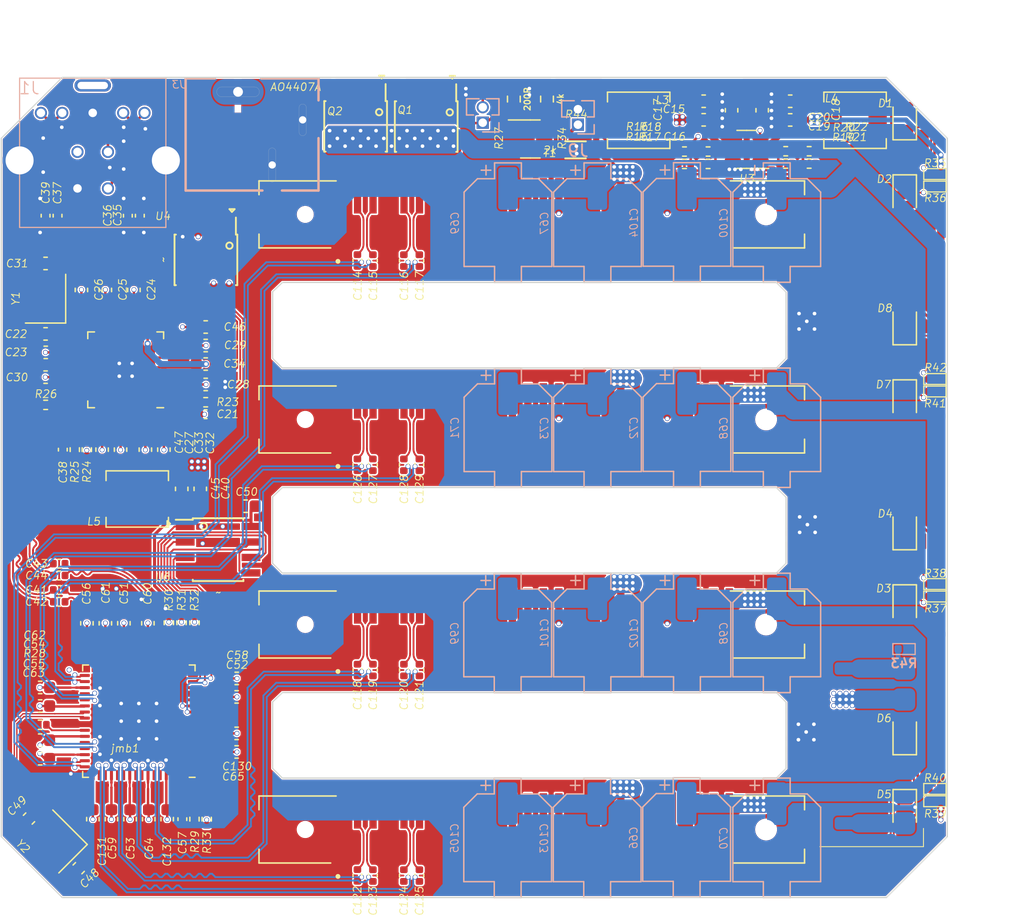
<source format=kicad_pcb>
(kicad_pcb (version 20221018) (generator pcbnew)
  (layers (0 "F.Cu" mixed) (1 "In1.Cu" power) (2 "In2.Cu" power) (31 "B.Cu" signal) (34 "B.Paste" user) (35 "F.Paste" user) (36 "B.SilkS" user "B.Silkscreen") (37 "F.SilkS" user "F.Silkscreen") (38 "B.Mask" user) (39 "F.Mask" user) (44 "Edge.Cuts" user))
  (net 0 "")
  (net 1 "GND")
  (net 2 "Vin_12V")
  (net 3 "Net-(U7-ADJ)")
  (net 4 "unconnected-(U7-ON{slash}OFF-Pad1)")
  (net 5 "+5V")
  (net 6 "/cap_100ohn_ATXP0")
  (net 7 "/cap_100ohn_ATXN0")
  (net 8 "/cap_100ohn_ARXN0")
  (net 9 "/cap_100ohn_ARXP0")
  (net 10 "/cap_100ohn_ATXP1")
  (net 11 "/cap_100ohn_ATXN1")
  (net 12 "+1V2")
  (net 13 "+3V3")
  (net 14 "/vout3.3")
  (net 15 "Net-(U5-TME)")
  (net 16 "/XIN")
  (net 17 "/vout1.2")
  (net 18 "/XOUT")
  (net 19 "/RST")
  (net 20 "/AXOUT")
  (net 21 "/AXIN")
  (net 22 "/ARESETn")
  (net 23 "/cap_100ohn_ARXN1")
  (net 24 "/cap_100ohn_ARXP1")
  (net 25 "/cap_100ohn_ATXP2")
  (net 26 "/cap_100ohn_ATXN2")
  (net 27 "/cap_100ohn_ARXN2")
  (net 28 "/cap_100ohn_ARXP2")
  (net 29 "/cap_100ohn_ATXP3")
  (net 30 "/cap_100ohn_ATXN3")
  (net 31 "/cap_100ohn_ARXN3")
  (net 32 "/cap_100ohn_ARXP3")
  (net 33 "/90ohm_SSTX0+")
  (net 34 "/90ohm_cap-SSTX1-")
  (net 35 "/90ohm_SSTX0-")
  (net 36 "/90ohm_cap-SSTX1+")
  (net 37 "/90ohm_SSRX0-")
  (net 38 "/90ohm_cap-SSRX1-")
  (net 39 "/90ohm_SSRX0+")
  (net 40 "/90ohm_cap-SSRX1+")
  (net 41 "/100ohm_RX_N")
  (net 42 "/100ohm_net-RX_N")
  (net 43 "/100ohm_RX_P")
  (net 44 "/100ohm_net-RX_P")
  (net 45 "/100ohm_TX_P")
  (net 46 "/HOT1")
  (net 47 "Net-(D1-A)")
  (net 48 "/DAS1")
  (net 49 "Net-(D2-A)")
  (net 50 "/DAS2")
  (net 51 "Net-(D3-A)")
  (net 52 "/HOT2")
  (net 53 "Net-(D4-A)")
  (net 54 "/DAS3")
  (net 55 "Net-(D5-A)")
  (net 56 "/HOT3")
  (net 57 "Net-(D6-A)")
  (net 58 "/DAS4")
  (net 59 "Net-(D7-A)")
  (net 60 "/HOT4")
  (net 61 "Net-(D8-A)")
  (net 62 "VBUS")
  (net 63 "/100ohm_net-TX_P")
  (net 64 "/100ohm_TX_N")
  (net 65 "VDC")
  (net 66 "Net-(J2-Pin_2)")
  (net 79 "Net-(J9-Pin_1)")
  (net 80 "/AGPIO10")
  (net 81 "/AGPIO9")
  (net 82 "/AGPIO8")
  (net 83 "/AGPIO7")
  (net 84 "/AGPIO6")
  (net 85 "/AGPIO5")
  (net 86 "/AGPIO4")
  (net 87 "/AGPIO3")
  (net 88 "/AGPIO2")
  (net 89 "/AGPIO1")
  (net 90 "/AGPIO0")
  (net 91 "/AGPIO14")
  (net 92 "/AGPIO13")
  (net 93 "/ATESTn")
  (net 98 "/AREXT")
  (net 99 "/AGPIO12")
  (net 100 "/AGPIO11")
  (net 101 "Net-(U3-SW1)")
  (net 102 "Net-(U3-SW2)")
  (net 103 "/LXO")
  (net 104 "Net-(Q1-G)")
  (net 105 "/100ohm_net-TX_N")
  (net 106 "/100ohm_ATXP0")
  (net 107 "/100ohm_ATXN0")
  (net 108 "/100ohm_ARXN0")
  (net 109 "/100ohm_ARXP0")
  (net 110 "/100ohm_ATXP1")
  (net 111 "/100ohm_ATXN1")
  (net 112 "/100ohm_ARXN1")
  (net 113 "Net-(U3-EN1)")
  (net 114 "Net-(U3-FB1)")
  (net 115 "Net-(U3-FB2)")
  (net 116 "Net-(U3-EN2)")
  (net 117 "Net-(U5-UAO{slash}GPIO8)")
  (net 118 "Net-(U5-REXT)")
  (net 119 "Net-(T1-C)")
  (net 120 "/GPIO3")
  (net 121 "/GPIO0")
  (net 122 "/GPIO2")
  (net 123 "/GPIO1")
  (net 124 "/GPIO4")
  (net 125 "/GPIO5")
  (net 126 "/GPIO6")
  (net 133 "/100ohm_ARXP1")
  (net 134 "/100ohm_ATXP2")
  (net 135 "/100ohm_ATXN2")
  (net 136 "/100ohm_ARXN2")
  (net 137 "/100ohm_ARXP2")
  (net 138 "/100ohm_ATXP3")
  (net 139 "/100ohm_ATXN3")
  (net 140 "/100ohm_ARXN3")
  (net 141 "/100ohm_ARXP3")
  (net 142 "/90ohm_HSD0-")
  (net 143 "/90ohm_HSD0+")
  (footprint "PCM_4ms_Resistor:R_0402" (layer "F.Cu") (at 183.8909 93.56598 180)
    (fp_text reference "R41")
    (fp_text value "2k")
  )
  (footprint "PCM_4ms_Package_SOIC:SOIC-8_3.9x4.9mm_Pitch1.27mm" (layer "F.Cu") (at 125.08992 106.553)
    (fp_text reference "U6")
    (fp_text value "~")
  )
  (footprint "LED_SMD:LED_0805_2012Metric" (layer "F.Cu") (at 181.41556 77.4713 -90)
    (fp_text reference "D2")
    (fp_text value "LED")
  )
  (footprint "Resistor_SMD:R_0402_1005Metric" (layer "F.Cu") (at 123.15444 128.66772 -90)
    (fp_text reference "R29")
    (fp_text value "4.7K")
  )
  (footprint "LED_SMD:LED_0805_2012Metric" (layer "F.Cu") (at 181.4156 121.6949 90)
    (fp_text reference "D6")
    (fp_text value "LED")
  )
  (footprint "Capacitor_SMD:C_0603_1608Metric" (layer "F.Cu") (at 119.40032 128.66772 90)
    (fp_text reference "C64")
    (fp_text value "100nF")
  )
  (footprint "Capacitor_SMD:C_0603_1608Metric" (layer "F.Cu") (at 110.95228 90.35796)
    (fp_text reference "C23")
    (fp_text value "100nF")
  )
  (footprint "PCM_4ms_Resistor:R_0402" (layer "F.Cu") (at 183.8909 126.1872 180)
    (fp_text reference "R40")
    (fp_text value "2k")
  )
  (footprint "Capacitor_SMD:C_0603_1608Metric" (layer "F.Cu") (at 119.126 98.34012 90)
    (fp_text reference "C47")
    (fp_text value "100nF")
  )
  (footprint "Capacitor_SMD:C_0402_1005Metric" (layer "F.Cu") (at 110.93958 79.13772 -90)
    (fp_text reference "C39")
    (fp_text value "0R")
  )
  (footprint "Capacitor_SMD:C_0402_1005Metric" (layer "F.Cu") (at 137.7899 82.8242 -90)
    (fp_text reference "C115")
    (fp_text value "10nF")
  )
  (footprint "Capacitor_SMD:C_0603_1608Metric" (layer "F.Cu") (at 122.1075 101.56246 90)
    (fp_text reference "C40")
    (fp_text value "10uF")
  )
  (footprint "Capacitor_SMD:C_0402_1005Metric" (layer "F.Cu") (at 137.7899 133.2966 -90)
    (fp_text reference "C123")
    (fp_text value "10nF")
  )
  (footprint "Capacitor_SMD:C_0603_1608Metric" (layer "F.Cu") (at 124.0739 88.27516 180)
    (fp_text reference "C46")
    (fp_text value "100nF")
  )
  (footprint "Connector_SATA_SAS:SATA 29pin smd" (layer "F.Cu") (at 132.24232 95.86414)
    (fp_text reference "J7" hide)
    (fp_text value "SATA硬盘插头")
  )
  (footprint "Package_TO_SOT_SMD:SOT-23-8" (layer "F.Cu") (at 168.4528 73.696996 180)
    (fp_text reference "U3")
    (fp_text value "~")
  )
  (footprint "Inductor_SMD:L_Chilisin_BMRA00040420" (layer "F.Cu") (at 177.3428 71.308202)
    (fp_text reference "L4")
    (fp_text value "2uH")
  )
  (footprint "Capacitor_SMD:C_0603_1608Metric" (layer "F.Cu") (at 124.0739 89.79642 180)
    (fp_text reference "C29")
    (fp_text value "100nF")
  )
  (footprint "Resistor_SMD:R_0402_1005Metric" (layer "F.Cu") (at 173.5761 73.848202 180)
    (fp_text reference "R22")
    (fp_text value "43k")
  )
  (footprint "Capacitor_SMD:C_0603_1608Metric" (layer "F.Cu") (at 110.49762 122.1867)
    (fp_text reference "C55")
    (fp_text value "100nF")
  )
  (footprint "Resistor_SMD:R_0402_1005Metric" (layer "F.Cu") (at 171.6532 74.864202)
    (fp_text reference "R19")
    (fp_text value "600K")
  )
  (footprint "Capacitor_SMD:C_0603_1608Metric" (layer "F.Cu") (at 124.0739 92.99194 180)
    (fp_text reference "C28")
    (fp_text value "100nF")
  )
  (footprint "Capacitor_SMD:C_0402_1005Metric" (layer "F.Cu") (at 122.1613 128.66772 -90)
    (fp_text reference "C57")
    (fp_text value "1uF")
  )
  (footprint "Capacitor_SMD:C_0603_1608Metric" (layer "F.Cu") (at 126.6139 118.63324 180)
    (fp_text reference "C52")
    (fp_text value "100nF")
  )
  (footprint "Capacitor_SMD:C_0603_1608Metric" (layer "F.Cu") (at 127.35022 102.98176)
    (fp_text reference "C50")
    (fp_text value "100nF")
  )
  (footprint "Capacitor_SMD:C_0603_1608Metric" (layer "F.Cu") (at 126.6139 121.6279 180)
    (fp_text reference "C130")
    (fp_text value "100nF")
  )
  (footprint "Capacitor_SMD:C_0603_1608Metric" (layer "F.Cu") (at 110.9421 92.39074)
    (fp_text reference "C30")
    (fp_text value "100nF")
  )
  (footprint "PCM_4ms_Resistor:R_0402" (layer "F.Cu") (at 183.8909 75.72248 180)
    (fp_text reference "R35")
    (fp_text value "2k")
  )
  (footprint "Resistor_SMD:R_0402_1005Metric" (layer "F.Cu") (at 163.3474 73.873602)
    (fp_text reference "R16")
    (fp_text value "43k")
  )
  (footprint "Capacitor_SMD:C_0603_1608Metric" (layer "F.Cu") (at 114.33048 112.59282 -90)
    (fp_text reference "C56")
    (fp_text value "100nF")
  )
  (footprint "Capacitor_SMD:C_0402_1005Metric" (layer "F.Cu") (at 141.5999 82.8242 -90)
    (fp_text reference "C117")
    (fp_text value "10nF")
  )
  (footprint "Resistor_SMD:R_0402_1005Metric" (layer "F.Cu") (at 165.2853 73.873602)
    (fp_text reference "R18")
    (fp_text value "712K")
  )
  (footprint "LED_SMD:LED_0805_2012Metric" (layer "F.Cu") (at 181.41556 127.9203 -90)
    (fp_text reference "D5")
    (fp_text value "LED")
  )
  (footprint "Connector_SATA_SAS:SATA 29pin smd" (layer "F.Cu") (at 132.24232 129.51714)
    (fp_text reference "J6" hide)
    (fp_text value "SATA硬盘插头")
  )
  (footprint "Capacitor_SMD:C_0402_1005Metric" (layer "F.Cu") (at 141.5999 99.5856 -90)
    (fp_text reference "C129")
    (fp_text value "10nF")
  )
  (footprint "PCM_4ms_Package_SOIC:SOIC-8_3.9x4.9mm_Pitch1.27mm" (layer "F.Cu") (at 124.0917 82.76502 -90)
    (fp_text reference "U4")
    (fp_text value "~")
  )
  (footprint "Capacitor_SMD:C_0603_1608Metric" (layer "F.Cu") (at 117.09146 98.34012 90)
    (fp_text reference "C27")
    (fp_text value "100nF")
  )
  (footprint "Resistor_SMD:R_0402_1005Metric" (layer "F.Cu") (at 124.15774 128.66772 -90)
    (fp_text reference "R33")
    (fp_text value "10k")
  )
  (footprint "Capacitor_SMD:C_0402_1005Metric" (layer "F.Cu") (at 112.05464 108.66882)
    (fp_text reference "C44")
    (fp_text value "10nF")
  )
  (footprint "Connector_SATA_SAS:SATA 29pin smd" (layer "F.Cu") (at 132.24232 112.69414)
    (fp_text reference "J5" hide)
    (fp_text value "SATA硬盘插头")
  )
  (footprint "Capacitor_SMD:C_0402_1005Metric" (layer "F.Cu") (at 137.795 116.431 -90)
    (fp_text reference "C119")
    (fp_text value "10nF")
  )
  (footprint "PCM_4ms_Resistor:R_0402" (layer "F.Cu") (at 183.8909 92.5449 180)
    (fp_text reference "R42")
    (fp_text value "2k")
  )
  (footprint "Capacitor_SMD:C_0603_1608Metric" (layer "F.Cu") (at 110.49762 119.38254)
    (fp_text reference "C54")
    (fp_text value "100nF")
  )
  (footprint "Capacitor_SMD:C_0603_1608Metric" (layer "F.Cu") (at 109.579452 128.615283 45)
    (fp_text reference "C49")
    (fp_text value "25pF")
  )
  (footprint "Resistor_SMD:R_0402_1005Metric" (layer "F.Cu") (at 163.3474 74.889602 180)
    (fp_text reference "R15")
    (fp_text value "100k")
  )
  (footprint "Capacitor_SMD:C_0603_1608Metric" (layer "F.Cu") (at 169.7228 70.486617 -90)
    (fp_text reference "C18")
    (fp_text value "22uF")
  )
  (footprint "Capacitor_SMD:C_0603_1608Metric" (layer "F.Cu") (at 119.33174 112.58952 -90)
    (fp_text reference "C60")
    (fp_text value "100nF")
  )
  (footprint "Capacitor_SMD:C_0603_1608Metric" (layer "F.Cu") (at 120.64492 98.34012 90)
    (fp_text reference "C32")
    (fp_text value "100nF")
  )
  (footprint "Resistor_SMD:R_0402_1005Metric" (layer "F.Cu") (at 114.32032 98.34012 90)
    (fp_text reference "R24")
    (fp_text value "330K")
  )
  (footprint "LED_SMD:LED_0805_2012Metric" (layer "F.Cu") (at 181.41556 111.1173 -90)
    (fp_text reference "D3")
    (fp_text value "LED")
  )
  (footprint "Capacitor_SMD:C_0402_1005Metric" (layer "F.Cu") (at 117.68836 79.14132 -90)
    (fp_text reference "C36")
    (fp_text value "100nF")
  )
  (footprint "PCM_4ms_Package_SOIC:SOIC-8_3.9x4.9mm_Pitch1.27mm" (layer "F.Cu") (at 136.3726 71.81 -90)
    (fp_text reference "Q2")
    (fp_text value "AO4407A")
  )
  (footprint "Capacitor_SMD:C_0603_1608Metric" (layer "F.Cu") (at 120.9167 128.66772 90)
    (fp_text reference "C132")
    (fp_text value "100nF")
  )
  (footprint "Capacitor_SMD:C_0603_1608Metric" (layer "F.Cu") (at 110.49762 123.70562)
    (fp_text reference "C63")
    (fp_text value "100nF")
  )
  (footprint "Capacitor_SMD:C_0402_1005Metric" (layer "F.Cu") (at 111.92256 79.13772 -90)
    (fp_text reference "C37")
    (fp_text value "0R")
  )
  (footprint "Capacitor_SMD:C_0603_1608Metric" (layer "F.Cu") (at 126.62154 117.11686 180)
    (fp_text reference "C58")
    (fp_text value "100nF")
  )
  (footprint "Resistor_SMD:R_0402_1005Metric" (layer "F.Cu") (at 110.9472 94.6658 180)
    (fp_text reference "R26")
    (fp_text value "12K")
  )
  (footprint "Resistor_SMD:R_0402_1005Metric" (layer "F.Cu") (at 171.6532 73.848202 180)
    (fp_text reference "R20")
    (fp_text value "140K")
  )
  (footprint "Capacitor_SMD:C_0402_1005Metric" (layer "F.Cu") (at 118.67134 79.13878 -90)
    (fp_text reference "C35")
    (fp_text value "100nF")
  )
  (footprint "Capacitor_SMD:C_0402_1005Metric" (layer "F.Cu") (at 140.3299 133.2966 -90)
    (fp_text reference "C124")
    (fp_text value "10nF")
  )
  (footprint "Resistor_SMD:R_0402_1005Metric" (layer "F.Cu") (at 173.5761 74.864202)
    (fp_text reference "R21")
    (fp_text value "100k")
  )
  (footprint "Capacitor_SMD:C_0603_1608Metric" (layer "F.Cu") (at 117.8687 128.66772 90)
    (fp_text reference "C53")
    (fp_text value "100nF")
  )
  (footprint "Capacitor_SMD:C_0603_1608Metric" (layer "F.Cu") (at 167.2128 70.486617 -90)
    (fp_text reference "C17")
    (fp_text value "22uF")
  )
  (footprint "PCM_4ms_Package_SOIC:SOIC-8_3.9x4.9mm_Pitch1.27mm" (layer "F.Cu") (at 142.1638 71.82252 -90)
    (fp_text reference "Q1")
    (fp_text value "AO4407A" hide)
  )
  (footprint "Resistor_SMD:R_0402_1005Metric" (layer "F.Cu") (at 122.09272 112.55248 90)
    (fp_text reference "R31")
    (fp_text value "4.7K")
  )
  (footprint "Package_DFN_QFN:QFN-64-1EP_9x9mm_P0.5mm_EP3.4x3.4mm_ThermalVias" (layer "F.Cu") (at 118.5926 120.6246 180)
    (fp_text reference "jmb1")
    (fp_text value "~")
  )
  (footprint "Resistor_SMD:R_0402_1005Metric" (layer "F.Cu") (at 124.0739 94.4499)
    (fp_text reference "R23")
    (fp_text value "100K")
  )
  (footprint "Capacitor_SMD:C_0402_1005Metric" (layer "F.Cu") (at 136.525 116.431 -90)
    (fp_text reference "C118")
    (fp_text value "10nF")
  )
  (footprint "PCM_4ms_Resistor:R_0402" (layer "F.Cu") (at 183.8909 127.19558 180)
    (fp_text reference "R39")
    (fp_text value "2k")
  )
  (footprint "Resistor_SMD:R_0402_1005Metric" (layer "F.Cu") (at 123.15698 112.55248 90)
    (fp_text reference "R32")
    (fp_text value "4.7K")
  )
  (footprint "Capacitor_SMD:C_0603_1608Metric" (layer "F.Cu") (at 115.84432 112.59282 -90)
    (fp_text reference "C61")
    (fp_text value "100nF")
  )
  (footprint "Resistor_SMD:R_0402_1005Metric" (layer "F.Cu") (at 165.2853 74.889602 180)
    (fp_text reference "R17")
    (fp_text value "600K")
  )
  (footprint "Capacitor_SMD:C_0603_1608Metric" (layer "F.Cu") (at 124.0739 91.31554 180)
    (fp_text reference "C34")
    (fp_text value "100nF")
  )
  (footprint "Inductor_SMD:L_Chilisin_BMRA00040420" (layer "F.Cu") (at 159.5924 71.308202)
    (fp_text reference "L3")
    (fp_text value "1uH")
  )
  (footprint "Package_TO_SOT_SMD:SOT-23-3" (layer "F.Cu") (at 150.70582 72.84212)
    (fp_text reference "T1")
    (fp_text value "T-BJT-NPN")
  )
  (footprint "Capacitor_SMD:C_0603_1608Metric" (layer "F.Cu") (at 113.87934 85.23372 -90)
    (fp_text reference "C26")
    (fp_text value "100nF")
  )
  (footprint "Capacitor_SMD:C_0402_1005Metric" (layer "F.Cu") (at 140.3299 99.5856 -90)
    (fp_text reference "C128")
    (fp_text value "10nF")
  )
  (footprint "PCM_4ms_Resistor:R_0402" (layer "F.Cu") (at 183.8909 76.7461 180)
    (fp_text reference "R36")
    (fp_text value "2k")
  )
  (footprint "PCM_4ms_Resistor:R_0402" (layer "F.Cu") (at 183.8909 110.39348 180)
    (fp_text reference "R37")
    (fp_text value "2k")
  )
  (footprint "Resistor_SMD:R_0402_1005Metric" (layer "F.Cu") (at 113.33734 98.34012 -90)
    (fp_text reference "R25")
    (fp_text value "4.7K")
  )
  (footprint "Capacitor_SMD:C_0603_1608Metric" (layer "F.Cu") (at 164.9222 69.745116 180)
    (fp_text reference "C15")
    (fp_text value "10uF")
  )
  (footprint "Package_DFN_QFN:QFN-48-1EP_6x6mm_P0.4mm_EP4.2x4.2mm_ThermalVias" (layer "F.Cu") (at 117.51232 91.78798 180)
    (fp_text reference "U5" hide)
    (fp_text value "~" hide)
  )
  (footprint "Capacitor_SMD:C_0603_1608Metric" (layer "F.Cu") (at 115.84178 85.23372 -90)
    (fp_text reference "C25")
    (fp_text value "100nF")
  )
  (footprint "Capacitor_SMD:C_0402_1005Metric" (layer "F.Cu") (at 140.335 116.431 -90)
    (fp_text reference "C120")
    (fp_text value "10nF")
  )
  (footprint "Capacitor_SMD:C_0603_1608Metric" (layer "F.Cu") (at 172.0218 71.278316)
    (fp_text reference "C19")
    (fp_text value "10uF")
  )
  (footprint "Capacitor_SMD:C_0603_1608Metric" (layer "F.Cu") (at 113.657223 132.690912 45)
    (fp_text reference "C48")
    (fp_text value "25pF")
  )
  (footprint "Capacitor_SMD:C_0402_1005Metric" (layer "F.Cu") (at 141.605 133.2966 -90)
    (fp_text reference "C125")
    (fp_text value "10nF")
  )
  (footprint "Capacitor_SMD:C_0402_1005Metric" (layer "F.Cu") (at 112.05464 110.82828)
    (fp_text reference "C42")
    (fp_text value "10nF")
  )
  (footprint "Capacitor_SMD:C_0603_1608Metric" (layer "F.Cu") (at 172.0218 69.745116)
    (fp_text reference "C20")
    (fp_text value "10uF")
  )
  (footprint "Capacitor_SMD:C_0402_1005Metric" (layer "F.Cu") (at 140.3299 82.8242 -90)
    (fp_text reference "C116")
    (fp_text value "10nF")
  )
  (footprint "Capacitor_SMD:C_0402_1005Metric" (layer "F.Cu") (at 112.05464 107.696)
    (fp_text reference "C43")
    (fp_text value "10nF")
  )
  (footprint "Capacitor_SMD:C_0402_1005Metric" (layer "F.Cu") (at 137.7899 99.5856 -90)
    (fp_text reference "C127")
    (fp_text value "10nF")
  )
  (footprint "Capacitor_SMD:C_0603_1608Metric" (layer "F.Cu") (at 123.62896 101.56022 90)
    (fp_text reference "C45")
    (fp_text value "0.1uF")
  )
  (footprint "Capacitor_SMD:C_0402_1005Metric" (layer "F.Cu") (at 141.605 116.431 -90)
    (fp_text reference "C121")
    (fp_text value "10nF")
  )
  (footprint "Resistor_SMD:R_0603_1608Metric" (layer "F.Cu") (at 149.352 69.56756 -90)
    (fp_text reference "R27")
    (fp_text value "200R")
  )
  (footprint "LED_SMD:LED_0805_2012Metric" (layer "F.Cu") (at 181.41556 94.2943 -90)
    (fp_text reference "D7")
    (fp_text value "LED")
  )
  (footprint "PCM_4ms_Resistor:R_0603" (layer "F.Cu") (at 154.411432 73.7362 180)
    (fp_text reference "R44")
    (fp_text value "2k")
  )
  (footprint "Capacitor_SMD:C_0402_1005Metric" (layer "F.Cu") (at 136.5199 133.28532 -90)
    (fp_text reference "C122")
    (fp_text value "10nF")
  )
  (footprint "Capacitor_SMD:C_0603_1608Metric" (layer "F.Cu") (at 117.36324 112.58952 -90)
    (fp_text reference "C51")
    (fp_text value "100nF")
  )
  (footprint "Resistor_SMD:R_0402_1005Metric" (layer "F.Cu") (at 121.05132 112.55248 90)
    (fp_text reference "R30")
    (fp_text value "4.7K")
  )
  (footprint "Capacitor_SMD:C_0402_1005Metric" (layer "F.Cu") (at 112.05464 109.855)
    (fp_text reference "C41")
    (fp_text value "10nF")
  )
  (footprint "LED_SMD:LED_0805_2012Metric" (layer "F.Cu") (at 181.4156 71.2259 90)
    (fp_text reference "D1")
    (fp_text value "LED")
  )
  (footprint "Capacitor_SMD:C_0603_1608Metric" (layer "F.Cu") (at 118.1862 85.23372 -90)
    (fp_text reference "C24")
    (fp_text value "100nF")
  )
  (footprint "LED_SMD:LED_0805_2012Metric" (layer "F.Cu") (at 181.4156 88.0489 90)
    (fp_text reference "D8")
    (fp_text value "LED")
  )
  (footprint "Resistor_SMD:R_0402_1005Metric" (layer "F.Cu") (at 110.49762 120.92432 180)
    (fp_text reference "R28")
    (fp_text value "12k")
  )
  (footprint "Resistor_SMD:R_0603_1608Metric" (layer "F.Cu") (at 152.07234 69.56756 -90)
    (fp_text reference "R34")
    (fp_text value "4k")
  )
  (footprint "Capacitor_SMD:C_0603_1608Metric" (layer "F.Cu") (at 126.6139 123.1519 180)
    (fp_text reference "C65")
    (fp_text value "100nF")
  )
  (footprint "Capacitor_SMD:C_0402_1005Metric" (layer "F.Cu") (at 136.5199 99.5856 -90)
    (fp_text reference "C126")
    (fp_text value "10nF")
  )
  (footprint "Capacitor_SMD:C_0603_1608Metric" (layer "F.Cu") (at 110.93958 88.84158)
    (fp_text reference "C22")
    (fp_text value "33pF")
  )
  (footprint "Connector_SATA_SAS:SATA 29pin smd" (layer "F.Cu") (at 132.24232 79.03414)
    (fp_text reference "J4" hide)
    (fp_text value "SATA硬盘插头")
  )
  (footprint "PCM_4ms_Resistor:R_0402" (layer "F.Cu") (at 183.8909 109.3724 180)
    (fp_text reference "R38")
    (fp_text value "2k")
  )
  (footprint "LED_SMD:LED_0805_2012Metric" (layer "F.Cu") (at 181.4156 104.8719 90)
    (fp_text reference "D4")
    (fp_text value "LED")
  )
  (footprint "Capacitor_SMD:C_0603_1608Metric" (layer "F.Cu") (at 164.9222 71.269116 180)
    (fp_text reference "C16")
    (fp_text value "10uF")
  )
  (footprint "Capacitor_SMD:C_0402_1005Metric" (layer "F.Cu") (at 136.5199 82.81552 -90)
    (fp_text reference "C114")
    (fp_text value "10nF")
  )
  (footprint "Capacitor_SMD:C_0603_1608Metric" (layer "F.Cu") (at 114.81816 128.66772 90)
    (fp_text reference "C131")
    (fp_text value "100nF")
  )
  (footprint "Capacitor_SMD:C_0603_1608Metric" (layer "F.Cu") (at 110.49762 117.85854)
    (fp_text reference "C62")
    (fp_text value "100nF")
  )
  (footprint "Capacitor_SMD:C_0402_1005Metric" (layer "F.Cu") (at 124.0739 95.43542)
    (fp_text reference "C21")
    (fp_text value "1uF")
  )
  (footprint "Crystal:Crystal_SMD_Abracon_ABM8AIG-4Pin_3.2x2.5mm" (layer "F.Cu") (at 111.78032 130.49758 135)
    (fp_text reference "Y2")
    (fp_text value "Crystal_GND24_Small")
  )
  (footprint "Capacitor_SMD:C_0603_1608Metric" (layer "F.Cu") (at 115.57762 98.34012 90)
    (fp_text reference "C33")
    (fp_text value "100nF")
  )
  (footprint "Crystal:Crystal_SMD_Abracon_ABM8AIG-4Pin_3.2x2.5mm" (layer "F.Cu") (at 110.93958 85.95166 90)
    (fp_text reference "Y1")
    (fp_text value "Crystal_GND24_Small")
  )
  (footprint "Capacitor_SMD:C_0402_1005Metric" (layer "F.Cu") (at 112.35436 98.34012 -90)
    (fp_text reference "C38")
    (fp_text value "1uF")
  )
  (footprint "Capacitor_SMD:C_0603_1608Metric" (layer "F.Cu") (at 110.93958 83.06054)
    (fp_text reference "C31")
    (fp_text value "33pF")
  )
  (footprint "Inductor_SMD:L_Chilisin_BMRA00040420" (layer "F.Cu") (at 118.46052 102.38994)
    (fp_text reference "L5")
    (fp_text value "4.7uH")
  )
  (footprint "Capacitor_SMD:C_0603_1608Metric" (layer "F.Cu") (at 116.34216 128.66772 90)
    (fp_text reference "C59")
    (fp_text value "100nF")
  )
  (footprint "PCM_Capacitor_SMD_AKL:CP_Elec_6.3x5.3" (layer "B.Cu") (at 156.21102 113.38164 -90)
    (fp_text reference "C101")
    (fp_text value "22uF" hide)
  )
  (footprint "PCM_Capacitor_SMD_AKL:CP_Elec_6.3x5.3" (layer "B.Cu") (at 170.91762 113.38164 -90)
    (fp_text reference "C98")
    (fp_text value "22uF" hide)
  )
  (footprint "PCM_Capacitor_SMD_AKL:CP_Elec_6.3x5.3" (layer "B.Cu") (at 163.5506 79.686876 -90)
    (fp_text reference "C104")
    (fp_text value "22uF" hide)
  )
  (footprint "Converter_DCDC:ZXDN10" (layer "B.Cu") (at 177.673 129.0066 90)
    (fp_text reference "U7" hide)
    (fp_text value "ZXDN10" hide)
  )
  (footprint "PCM_Capacitor_SMD_AKL:CP_Elec_6.3x5.3" (layer "B.Cu") (at 148.84502 130.19664 -90)
    (fp_text reference "C105")
    (fp_text value "22uF" hide)
  )
  (footprint "PCM_Capacitor_SMD_AKL:CP_Elec_6.3x5.4" (layer "B.Cu") (at 170.91762 130.19664 -90)
    (fp_text reference "C70")
    (fp_text value "270uF" hide)
  )
  (footprint "PCM_Capacitor_SMD_AKL:CP_Elec_6.3x5.4" (layer "B.Cu") (at 156.21 79.7052 -90)
    (fp_text reference "C67")
    (fp_text value "270uF" hide)
  )
  (footprint "PCM_Capacitor_SMD_AKL:CP_Elec_6.3x5.4" (layer "B.Cu") (at 148.87042 96.54124 -90)
    (fp_text reference "C71")
    (fp_text value "270uF" hide)
  )
  (footprint "LOGO" (layer "B.Cu") (at 116.519185 100.092997 180)
    (fp_text reference "G***" hide)
    (fp_text value "LOGO" hide)
  )
  (footprint "PCM_Capacitor_SMD_AKL:CP_Elec_6.3x5.3" (layer "B.Cu") (at 148.84502 113.38164 -90)
    (fp_text reference "C99")
    (fp_text value "22uF" hide)
  )
  (footprint "PCM_Capacitor_SMD_AKL:CP_Elec_6.3x5.4" (layer "B.Cu") (at 163.55162 96.522916 -90)
    (fp_text reference "C72")
    (fp_text value "270uF" hide)
  )
  (footprint "PCM_Capacitor_SMD_AKL:CP_Elec_6.3x5.4" (layer "B.Cu") (at 148.8694 79.7052 -90)
    (fp_text reference "C69")
    (fp_text value "270uF" hide)
  )
  (footprint "PCM_Capacitor_SMD_AKL:CP_Elec_6.3x5.3" (layer "B.Cu") (at 170.9166 79.7052 -90)
    (fp_text reference "C100")
    (fp_text value "22uF" hide)
  )
  (footprint "PCM_4ms_Resistor:R_0402" (layer "B.Cu") (at 181.356 114.7064)
    (fp_text reference "R43")
    (fp_text value "100R 1%")
  )
  (footprint "PCM_Capacitor_SMD_AKL:CP_Elec_6.3x5.4" (layer "B.Cu") (at 170.91762 96.54124 -90)
    (fp_text reference "C68")
    (fp_text value "270uF" hide)
  )
  (footprint "Connector_PinSocket_1.27mm:PinSocket_1x02_P1.27mm_Vertical" (layer "B.Cu") (at 154.6098 71.6698)
    (fp_text reference "J9")
    (fp_text value "fan2")
  )
  (footprint "PCM_Capacitor_SMD_AKL:CP_Elec_6.3x5.4" (layer "B.Cu") (at 163.52622 130.17124 -90)
    (fp_text reference "C66")
    (fp_text value "270uF" hide)
  )
  (footprint "LOGO" (layer "B.Cu") (at 116.902175 87.964991 180)
    (fp_text reference "G***" hide)
    (fp_text value "LOGO" hide)
  )
  (footprint "PCM_Capacitor_SMD_AKL:CP_Elec_6.3x5.3" (layer "B.Cu") (at 163.55162 113.38164 -90)
    (fp_text reference "C102")
    (fp_text value "22uF" hide)
  )
  (footprint "Connector:DC socket 5.5mm" (layer "B.Cu") (at 126.72822 72.47382 -90)
    (property "VALUE" "694108402002")
    (fp_text reference "J3")
    (fp_text value "dc 5.5mm")
    (fp_line (start -3.9 -1.35) (end -3.9 1.35) (stroke (width 0.01)) (layer "Edge.Cuts"))
    (fp_line (start -3.1 1.35) (end -3.1 -1.35) (stroke (width 0.01)) (layer "Edge.Cuts"))
    (fp_line (start -2.2 -5) (end -0.2 -5) (stroke (width 0.01)) (layer "Edge.Cuts"))
    (fp_line (start -0.2 -5.6) (end -2.2 -5.6) (stroke (width 0.01)) (layer "Edge.Cuts"))
    (fp_line (start 1.4 -2.5) (end 3.6 -2.5) (stroke (width 0.01)) (layer "Edge.Cuts"))
    (fp_line (start 3.6 -3.1) (end 1.4 -3.1) (stroke (width 0.01)) (layer "Edge.Cuts"))
    (fp_arc (start -3.9 -1.35) (mid -3.5 -1.75) (end -3.1 -1.35) (stroke (width 0.01)) (layer "Edge.Cuts"))
    (fp_arc (start -3.1 1.35) (mid -3.5 1.75) (end -3.9 1.35) (stroke (width 0.01)) (layer "Edge.Cuts"))
    (fp_arc (start -2.2 -5) (mid -2.5 -5.3) (end -2.2 -5.6) (stroke (width 0.01)) (layer "Edge.Cuts"))
    (fp_arc (start -0.2 -5.6) (mid 0.1 -5.3) (end -0.2 -5) (stroke (width 0.01)) (layer "Edge.Cuts"))
    (fp_arc (start 1.4 -2.5) (mid 1.1 -2.8) (end 1.4 -3.1) (stroke (width 0.01)) (layer "Edge.Cuts"))
    (fp_arc (start 3.6 -3.1) (mid 3.9 -2.8) (end 3.6 -2.5) (stroke (width 0.01)) (layer "Edge.Cuts"))
  )
  (footprint "Connector_PinSocket_1.27mm:PinSocket_1x02_P1.27mm_Vertical" (layer "B.Cu") (at 146.800334 71.506782)
    (fp_text reference "J2" hide)
    (fp_text value "SWITCH")
  )
  (footprint "PCM_Capacitor_SMD_AKL:CP_Elec_6.3x5.4" (layer "B.Cu") (at 156.21102 96.54124 -90)
    (fp_text reference "C73")
    (fp_text value "270uF" hide)
  )
  (footprint "PCM_Capacitor_SMD_AKL:CP_Elec_6.3x5.3" (layer "B.Cu") (at 156.18562 130.19664 -90)
    (fp_text reference "C103")
    (fp_text value "22uF" hide)
  )
  (footprint "Connector_USB:USB B 母座 直立" (layer "B.Cu") (at 114.80768 70.7009 180)
    (property "VALUE" "692221030100")
    (fp_text reference "J1")
    (fp_text value "USB 3.1 B")
  )
  (gr_line (start 182.9523 130.92682) (end 182.9523 129.42682) (stroke (width 0.0762)) (layer "F.SilkS"))
  (gr_line locked (start 174.45228 130.92684) (end 182.9523 130.92682) (stroke (width 0.0762)) (layer "F.SilkS"))
  (gr_line (start 129.56772 119.043025) (end 130.36772 118.27734) (stroke (width 0.1)) (layer "Edge.Cuts"))
  (gr_line locked (start 130.365799 125.2989) (end 170.88272 125.2989) (stroke (width 0.1)) (layer "Edge.Cuts"))
  (gr_line locked (start 171.68272 124.5059) (end 171.68464 119.07734) (stroke (width 0.1)) (layer "Edge.Cuts"))
  (gr_line (start 129.565799 107.6759) (end 129.56772 102.213025) (stroke (width 0.1)) (layer "Edge.Cuts"))
  (gr_line locked (start 170.88272 108.4689) (end 171.68272 107.6689) (stroke (width 0.1)) (layer "Edge.Cuts"))
  (gr_line (start 129.565799 124.5059) (end 129.56772 119.043025) (stroke (width 0.1)) (layer "Edge.Cuts"))
  (gr_line locked (start 170.88464 118.27734) (end 171.68464 119.07734) (stroke (width 0.1)) (layer "Edge.Cuts"))
  (gr_line locked (start 171.68272 90.8459) (end 171.68464 85.41734) (stroke (width 0.1)) (layer "Edge.Cuts"))
  (gr_line (start 129.565799 90.8459) (end 129.56772 85.383025) (stroke (width 0.1)) (layer "Edge.Cuts"))
  (gr_line (start 107.30832 130.10034) (end 112.30832 135.10034) (stroke (width 0.1)) (layer "Edge.Cuts"))
  (gr_line locked (start 170.88464 118.27734) (end 130.36772 118.27734) (stroke (width 0.1)) (layer "Edge.Cuts"))
  (gr_line locked (start 170.88464 101.44734) (end 171.68464 102.24734) (stroke (width 0.1)) (layer "Edge.Cuts"))
  (gr_line locked (start 170.88464 101.44734) (end 130.36772 101.44734) (stroke (width 0.1)) (layer "Edge.Cuts"))
  (gr_line locked (start 171.68272 107.6759) (end 171.68464 102.24734) (stroke (width 0.1)) (layer "Edge.Cuts"))
  (gr_line locked (start 179.90922 135.10034) (end 112.30832 135.10034) (stroke (width 0.1)) (layer "Edge.Cuts"))
  (gr_line locked (start 170.88464 84.61734) (end 130.36772 84.61734) (stroke (width 0.1)) (layer "Edge.Cuts"))
  (gr_line locked (start 170.88272 91.6389) (end 171.68272 90.8389) (stroke (width 0.1)) (layer "Edge.Cuts"))
  (gr_line locked (start 170.88272 125.2989) (end 171.68272 124.4989) (stroke (width 0.1)) (layer "Edge.Cuts"))
  (gr_line (start 130.365799 108.4759) (end 129.565799 107.6759) (stroke (width 0.1)) (layer "Edge.Cuts"))
  (gr_line (start 112.3099 67.78772) (end 107.3099 72.78772) (stroke (width 0.1)) (layer "Edge.Cuts"))
  (gr_line (start 179.90922 135.10034) (end 184.90922 130.10034) (stroke (width 0.1)) (layer "Edge.Cuts"))
  (gr_line locked (start 130.365799 91.6389) (end 170.88272 91.6389) (stroke (width 0.1)) (layer "Edge.Cuts"))
  (gr_line (start 184.9108 72.78772) (end 184.90922 130.10034) (stroke (width 0.1)) (layer "Edge.Cuts"))
  (gr_line (start 129.56772 102.213025) (end 130.36772 101.44734) (stroke (width 0.1)) (layer "Edge.Cuts"))
  (gr_line (start 107.30832 130.10034) (end 107.3099 72.78772) (stroke (width 0.1)) (layer "Edge.Cuts"))
  (gr_line (start 130.365799 91.6459) (end 129.565799 90.8459) (stroke (width 0.1)) (layer "Edge.Cuts"))
  (gr_line (start 130.365799 125.2989) (end 129.565799 124.5059) (stroke (width 0.1)) (layer "Edge.Cuts"))
  (gr_line locked (start 112.3099 67.78772) (end 179.9108 67.78772) (stroke (width 0.1)) (layer "Edge.Cuts"))
  (gr_line (start 184.9108 72.78772) (end 179.9108 67.78772) (stroke (width 0.1)) (layer "Edge.Cuts"))
  (gr_line locked (start 130.365799 108.4689) (end 170.88272 108.4689) (stroke (width 0.1)) (layer "Edge.Cuts"))
  (gr_line (start 129.56772 85.383025) (end 130.36772 84.61734) (stroke (width 0.1)) (layer "Edge.Cuts"))
  (gr_line locked (start 170.88464 84.61734) (end 171.68464 85.41734) (stroke (width 0.1)) (layer "Edge.Cuts"))
  (via (at 112.875487 116.424857) (size 0.4) (drill 0.3) (layers "F.Cu" "B.Cu") (net 0))
  (segment (start 117.71232 91.98798) (end 117.51232 91.78798) (width 0.2) (layer "F.Cu") (net 1))
  (segment (start 122.1867 80.06502) (end 122.1867 80.86392) (width 0.2) (layer "F.Cu") (net 1))
  (segment (start 117.31232 91.98798) (end 117.51232 91.78798) (width 0.2) (layer "F.Cu") (net 1))
  (via (at 118.999 77.724) (size 0.4) (drill 0.3) (layers "F.Cu" "B.Cu") (net 1))
  (via (at 170.4848 71.1454) (size 0.4) (drill 0.3) (layers "F.Cu" "B.Cu") (net 1))
  (via (at 167.4876 75.3364) (size 0.4) (drill 0.3) (layers "F.Cu" "B.Cu") (net 1))
  (via (at 167.9702 75.3364) (size 0.4) (drill 0.3) (layers "F.Cu" "B.Cu") (net 1))
  (via (at 120.777 111.379) (size 0.4) (drill 0.3) (layers "F.Cu" "B.Cu") (net 1))
  (via (at 173.9646 122.1486) (size 0.4) (drill 0.3) (layers "F.Cu" "B.Cu") (net 1))
  (via (at 172.7962 103.8606) (size 0.4) (drill 0.3) (layers "F.Cu" "B.Cu") (net 1))
  (via (at 173.3804 87.8078) (size 0.4) (drill 0.3) (layers "F.Cu" "B.Cu") (net 1))
  (via (at 117.348 71.882) (size 0.4) (drill 0.3) (layers "F.Cu" "B.Cu") (net 1))
  (via (at 166.4462 69.1642) (size 0.4) (drill 0.3) (layers "F.Cu" "B.Cu") (net 1))
  (via (at 182.2704 127.6858) (size 0.4) (drill 0.3) (layers "F.Cu" "B.Cu") (net 1))
  (via (at 174.0662 105.1306) (size 0.4) (drill 0.3) (layers "F.Cu" "B.Cu") (net 1))
  (via (at 170.4848 70.5104) (size 0.4) (drill 0.3) (layers "F.Cu" "B.Cu") (net 1))
  (via (at 168.8592 75.3364) (size 0.4) (drill 0.3) (layers "F.Cu" "B.Cu") (net 1))
  (via (at 120.82 123.82) (size 0.4) (drill 0.3) (layers "F.Cu" "B.Cu") (net 1))
  (via (at 174.0154 87.1728) (size 0.4) (drill 0.3) (layers "F.Cu" "B.Cu") (net 1))
  (via (at 110.49 77.724) (size 0.4) (drill 0.3) (layers "F.Cu" "B.Cu") (net 1))
  (via (at 112.268 71.882) (size 0.4) (drill 0.3) (layers "F.Cu" "B.Cu") (net 1))
  (via (at 116.205 75.184) (size 0.4) (drill 0.3) (layers "F.Cu" "B.Cu") (net 1))
  (via (at 110.49 80.518) (size 0.4) (drill 0.3) (layers "F.Cu" "B.Cu") (net 1))
  (via (at 117.840936 123.852086) (size 0.4) (drill 0.3) (layers "F.Cu" "B.Cu") (net 1))
  (via (at 172.7454 88.4428) (size 0.4) (drill 0.3) (layers "F.Cu" "B.Cu") (net 1))
  (via (at 166.4462 71.8312) (size 0.4) (drill 0.3) (layers "F.Cu" "B.Cu") (net 1))
  (via (at 123.698 104.648) (size 0.4) (drill 0.3) (layers "F.Cu" "B.Cu") (net 1))
  (via (at 145.415 68.707) (size 0.4) (drill 0.3) (layers "F.Cu" "B.Cu") (net 1))
  (via (at 115.408901 117.911323) (size 0.4) (drill 0.3) (layers "F.Cu" "B.Cu") (net 1))
  (via (at 150.622 68.707) (size 0.4) (drill 0.3) (layers "F.Cu" "B.Cu") (net 1))
  (via (at 115.39619 121.906205) (size 0.4) (drill 0.3) (layers "F.Cu" "B.Cu") (net 1))
  (via (at 113.014793 124.941063) (size 0.4) (drill 0.3) (layers "F.Cu" "B.Cu") (net 1))
  (via (at 116.74 109.75) (size 0.4) (drill 0.3) (layers "F.Cu" "B.Cu") (net 1))
  (via (at 115.396381 119.347972) (size 0.4) (drill 0.3) (layers "F.Cu" "B.Cu") (net 1))
  (via (at 125.67158 92.75826) (size 0.4) (drill 0.3) (layers "F.Cu" "B.Cu") (net 1))
  (via (at 173.3296 121.5136) (size 0.4) (drill 0.3) (layers "F.Cu" "B.Cu") (net 1))
  (via (at 125.67412 93.22308) (size 0.4) (drill 0.3) (layers "F.Cu" "B.Cu") (net 1))
  (via (at 110.744 75.565) (size 0.4) (drill 0.3) (layers "F.Cu" "B.Cu") (net 1))
  (via (at 123.825 106.045) (size 0.4) (drill 0.3) (layers "F.Cu" "B.Cu") (net 1))
  (via (at 116.338169 123.833647) (size 0.4) (drill 0.3) (layers "F.Cu" "B.Cu") (net 1))
  (via (at 172.6946 122.1486) (size 0.4) (drill 0.3) (layers "F.Cu" "B.Cu") (net 1))
  (via (at 173.4312 104.4956) (size 0.4) (drill 0.3) (layers "F.Cu" "B.Cu") (net 1))
  (via (at 174.0154 88.4428) (size 0.4) (drill 0.3) (layers "F.Cu" "B.Cu") (net 1))
  (via (at 166.4462 69.7992) (size 0.4) (drill 0.3) (layers "F.Cu" "B.Cu") (net 1))
  (via (at 170.4848 71.8312) (size 0.4) (drill 0.3) (layers "F.Cu" "B.Cu") (net 1))
  (via (at 170.4848 69.1642) (size 0.4) (drill 0.3) (layers "F.Cu" "B.Cu") (net 1))
  (via (at 173.9646 120.8786) (size 0.4) (drill 0.3) (layers "F.Cu" "B.Cu") (net 1))
  (via (at 118.999 80.518) (size 0.4) (drill 0.3) (layers "F.Cu" "B.Cu") (net 1))
  (via (at 115.39882 123.344865) (size 0.4) (drill 0.3) (layers "F.Cu" "B.Cu") (net 1))
  (via (at 117.348 80.518) (size 0.4) (drill 0.3) (layers "F.Cu" "B.Cu") (net 1))
  (via (at 117.348 73.025) (size 0.4) (drill 0.3) (layers "F.Cu" "B.Cu") (net 1))
  (via (at 150.622 69.215) (size 0.4) (drill 0.3) (layers "F.Cu" "B.Cu") (net 1))
  (via (at 166.4462 71.1454) (size 0.4) (drill 0.3) (layers "F.Cu" "B.Cu") (net 1))
  (via (at 145.415 69.215) (size 0.4) (drill 0.3) (layers "F.Cu" "B.Cu") (net 1))
  (via (at 115.62 109.76) (size 0.4) (drill 0.3) (layers "F.Cu" "B.Cu") (net 1))
  (via (at 174.0662 103.8606) (size 0.4) (drill 0.3) (layers "F.Cu" "B.Cu") (net 1))
  (via (at 169.799 75.3364) (size 0.4) (drill 0.3) (layers "F.Cu" "B.Cu") (net 1))
  (via (at 119.34 123.85) (size 0.4) (drill 0.3) (layers "F.Cu" "B.Cu") (net 1))
  (via (at 172.6946 120.8786) (size 0.4) (drill 0.3) (layers "F.Cu" "B.Cu") (net 1))
  (via (at 169.3164 75.3364) (size 0.4) (drill 0.3) (layers "F.Cu" "B.Cu") (net 1))
  (via (at 170.4848 69.7992) (size 0.4) (drill 0.3) (layers "F.Cu" "B.Cu") (net 1))
  (via (at 122.1867 80.86392) (size 0.4) (drill 0.3) (layers "F.Cu" "B.Cu") (net 1))
  (via (at 119.126 72.009) (size 0.4) (drill 0.3) (layers "F.Cu" "B.Cu") (net 1))
  (via (at 117.348 77.724) (size 0.4) (drill 0.3) (layers "F.Cu" "B.Cu") (net 1))
  (via (at 166.4462 70.5104) (size 0.4) (drill 0.3) (layers "F.Cu" "B.Cu") (net 1))
  (via (at 172.7962 105.1306) (size 0.4) (drill 0.3) (layers "F.Cu" "B.Cu") (net 1))
  (via (at 167.0304 75.3364) (size 0.4) (drill 0.3) (layers "F.Cu" "B.Cu") (net 1))
  (via (at 118.8 110.63) (size 0.4) (drill 0.3) (layers "F.Cu" "B.Cu") (net 1))
  (via (at 110.744 72.771) (size 0.4) (drill 0.3) (layers "F.Cu" "B.Cu") (net 1))
  (via (at 172.7454 87.1728) (size 0.4) (drill 0.3) (layers "F.Cu" "B.Cu") (net 1))
  (via (at 117.348 75.311) (size 0.4) (drill 0.3) (layers "F.Cu" "B.Cu") (net 1))
  (via (at 125.476 104.648) (size 0.4) (drill 0.3) (layers "F.Cu" "B.Cu") (net 1))
  (segment (start 181.363112 123.9266) (end 177.673 123.9266) (width 1.5) (layer "B.Cu") (net 1))
  (segment (start 181.363112 121.3866) (end 177.673 121.3866) (width 1.5) (layer "B.Cu") (net 1))
  (segment (start 155.261432 73.7362) (end 154.4828 73.7362) (width 0.25) (layer "F.Cu") (net 2))
  (segment (start 154.4828 73.7362) (end 154.4828 73.9902) (width 0.25) (layer "F.Cu") (net 2))
  (segment (start 169.8244 110.5916) (end 167.60086 110.5916) (width 1.5) (layer "F.Cu") (net 2))
  (segment (start 167.02232 127.99314) (end 164.47232 127.99314) (width 1.5) (layer "F.Cu") (net 2))
  (segment (start 167.02232 77.51014) (end 164.47232 77.51014) (width 1.5) (layer "F.Cu") (net 2))
  (segment (start 167.60906 127.4064) (end 167.02232 127.99314) (width 1.5) (layer "F.Cu") (net 2))
  (segment (start 167.02232 111.17014) (end 164.47232 111.17014) (width 1.5) (layer "F.Cu") (net 2))
  (segment (start 154.4828 73.7362) (end 154.4828 73.4314) (width 0.25) (layer "F.Cu") (net 2))
  (segment (start 169.8244 127.4064) (end 167.60906 127.4064) (width 1.5) (layer "F.Cu") (net 2))
  (segment (start 167.63646 93.726) (end 167.02232 94.34014) (width 1.5) (layer "F.Cu") (net 2))
  (segment (start 169.8244 76.9112) (end 167.62126 76.9112) (width 1.5) (layer "F.Cu") (net 2))
  (segment (start 169.8244 93.726) (end 167.63646 93.726) (width 1.5) (layer "F.Cu") (net 2))
  (segment (start 167.60086 110.5916) (end 167.02232 111.17014) (width 1.5) (layer "F.Cu") (net 2))
  (segment (start 167.02232 94.34014) (end 164.47232 94.34014) (width 1.5) (layer "F.Cu") (net 2))
  (segment (start 167.62126 76.9112) (end 167.02232 77.51014) (width 1.5) (layer "F.Cu") (net 2))
  (via (at 143.764 72.7964) (size 0.4) (drill 0.3) (layers "F.Cu" "B.Cu") (net 2))
  (via (at 135.509 72.1614) (size 0.4) (drill 0.3) (layers "F.Cu" "B.Cu") (net 2))
  (via (at 139.319 73.4314) (size 0.4) (drill 0.3) (layers "F.Cu" "B.Cu") (net 2))
  (via (at 169.8244 127.4064) (size 0.4) (drill 0.3) (layers "F.Cu" "B.Cu") (net 2))
  (via (at 169.3164 111.05896) (size 0.4) (drill 0.3) (layers "F.Cu" "B.Cu") (net 2))
  (via (at 169.3164 110.04296) (size 0.4) (drill 0.3) (layers "F.Cu" "B.Cu") (net 2))
  (via (at 168.8084 111.05896) (size 0.4) (drill 0.3) (layers "F.Cu" "B.Cu") (net 2))
  (via (at 139.319 72.1614) (size 0.4) (drill 0.3) (layers "F.Cu" "B.Cu") (net 2))
  (via (at 134.874 72.7964) (size 0.4) (drill 0.3) (layers "F.Cu" "B.Cu") (net 2))
  (via (at 141.224 72.7964) (size 0.4) (drill 0.3) (layers "F.Cu" "B.Cu") (net 2))
  (via (at 168.3004 76.9112) (size 0.4) (drill 0.3) (layers "F.Cu" "B.Cu") (net 2))
  (via (at 143.129 73.4314) (size 0.4) (drill 0.3) (layers "F.Cu" "B.Cu") (net 2))
  (via (at 169.3164 76.9112) (size 0.4) (drill 0.3) (layers "F.Cu" "B.Cu") (net 2))
  (via (at 169.3164 94.234) (size 0.4) (drill 0.3) (layers "F.Cu" "B.Cu") (net 2))
  (via (at 168.3004 94.234) (size 0.4) (drill 0.3) (layers "F.Cu" "B.Cu") (net 2))
  (via (at 168.8084 77.4192) (size 0.4) (drill 0.3) (layers "F.Cu" "B.Cu") (net 2))
  (via (at 168.3004 111.05896) (size 0.4) (drill 0.3) (layers "F.Cu" "B.Cu") (net 2))
  (via (at 169.3164 127.9144) (size 0.4) (drill 0.3) (layers "F.Cu" "B.Cu") (net 2))
  (via (at 140.589 73.4314) (size 0.4) (drill 0.3) (layers "F.Cu" "B.Cu") (net 2))
  (via (at 168.3004 77.4192) (size 0.4) (drill 0.3) (layers "F.Cu" "B.Cu") (net 2))
  (via (at 168.8084 127.9144) (size 0.4) (drill 0.3) (layers "F.Cu" "B.Cu") (net 2))
  (via (at 168.3004 110.55096) (size 0.4) (drill 0.3) (layers "F.Cu" "B.Cu") (net 2))
  (via (at 136.779 73.4314) (size 0.4) (drill 0.3) (layers "F.Cu" "B.Cu") (net 2))
  (via (at 168.8084 127.4064) (size 0.4) (drill 0.3) (layers "F.Cu" "B.Cu") (net 2))
  (via (at 169.3164 93.218) (size 0.4) (drill 0.3) (layers "F.Cu" "B.Cu") (net 2))
  (via (at 142.494 72.7964) (size 0.4) (drill 0.3) (layers "F.Cu" "B.Cu") (net 2))
  (via (at 154.5082 74.041) (size 0.4) (drill 0.3) (layers "F.Cu" "B.Cu") (net 2))
  (via (at 136.779 72.1614) (size 0.4) (drill 0.3) (layers "F.Cu" "B.Cu") (net 2))
  (via (at 169.8244 76.4032) (size 0.4) (drill 0.3) (layers "F.Cu" "B.Cu") (net 2))
  (via (at 169.8244 76.9112) (size 0.4) (drill 0.3) (layers "F.Cu" "B.Cu") (net 2))
  (via (at 134.239 73.4314) (size 0.4) (drill 0.3) (layers "F.Cu" "B.Cu") (net 2))
  (via (at 143.129 72.1614) (size 0.4) (drill 0.3) (layers "F.Cu" "B.Cu") (net 2))
  (via (at 144.399 72.1614) (size 0.4) (drill 0.3) (layers "F.Cu" "B.Cu") (net 2))
  (via (at 138.684 72.7964) (size 0.4) (drill 0.3) (layers "F.Cu" "B.Cu") (net 2))
  (via (at 137.414 72.7964) (size 0.4) (drill 0.3) (layers "F.Cu" "B.Cu") (net 2))
  (via (at 168.3004 93.218) (size 0.4) (drill 0.3) (layers "F.Cu" "B.Cu") (net 2))
  (via (at 169.3164 76.4032) (size 0.4) (drill 0.3) (layers "F.Cu" "B.Cu") (net 2))
  (via (at 141.859 72.1614) (size 0.4) (drill 0.3) (layers "F.Cu" "B.Cu") (net 2))
  (via (at 169.8244 77.4192) (size 0.4) (drill 0.3) (layers "F.Cu" "B.Cu") (net 2))
  (via (at 140.589 72.1614) (size 0.4) (drill 0.3) (layers "F.Cu" "B.Cu") (net 2))
  (via (at 154.4828 73.4314) (size 0.4) (drill 0.3) (layers "F.Cu" "B.Cu") (net 2))
  (via (at 168.3004 76.4032) (size 0.4) (drill 0.3) (layers "F.Cu" "B.Cu") (net 2))
  (via (at 168.3004 126.8984) (size 0.4) (drill 0.3) (layers "F.Cu" "B.Cu") (net 2))
  (via (at 168.8084 93.726) (size 0.4) (drill 0.3) (layers "F.Cu" "B.Cu") (net 2))
  (via (at 169.8244 93.218) (size 0.4) (drill 0.3) (layers "F.Cu" "B.Cu") (net 2))
  (via (at 168.3004 127.9144) (size 0.4) (drill 0.3) (layers "F.Cu" "B.Cu") (net 2))
  (via (at 169.3164 93.726) (size 0.4) (drill 0.3) (layers "F.Cu" "B.Cu") (net 2))
  (via (at 138.049 72.1614) (size 0.4) (drill 0.3) (layers "F.Cu" "B.Cu") (net 2))
  (via (at 168.8084 76.4032) (size 0.4) (drill 0.3) (layers "F.Cu" "B.Cu") (net 2))
  (via (at 168.8084 93.218) (size 0.4) (drill 0.3) (layers "F.Cu" "B.Cu") (net 2))
  (via (at 169.8244 127.9144) (size 0.4) (drill 0.3) (layers "F.Cu" "B.Cu") (net 2))
  (via (at 134.239 72.1614) (size 0.4) (drill 0.3) (layers "F.Cu" "B.Cu") (net 2))
  (via (at 168.8084 110.04296) (size 0.4) (drill 0.3) (layers "F.Cu" "B.Cu") (net 2))
  (via (at 169.8244 111.05896) (size 0.4) (drill 0.3) (layers "F.Cu" "B.Cu") (net 2))
  (via (at 168.3004 110.04296) (size 0.4) (drill 0.3) (layers "F.Cu" "B.Cu") (net 2))
  (via (at 136.144 72.7964) (size 0.4) (drill 0.3) (layers "F.Cu" "B.Cu") (net 2))
  (via (at 168.8084 76.9112) (size 0.4) (drill 0.3) (layers "F.Cu" "B.Cu") (net 2))
  (via (at 169.8244 110.55096) (size 0.4) (drill 0.3) (layers "F.Cu" "B.Cu") (net 2))
  (via (at 144.399 73.4314) (size 0.4) (drill 0.3) (layers "F.Cu" "B.Cu") (net 2))
  (via (at 169.3164 110.55096) (size 0.4) (drill 0.3) (layers "F.Cu" "B.Cu") (net 2))
  (via (at 139.954 72.7964) (size 0.4) (drill 0.3) (layers "F.Cu" "B.Cu") (net 2))
  (via (at 168.8084 126.8984) (size 0.4) (drill 0.3) (layers "F.Cu" "B.Cu") (net 2))
  (via (at 168.3004 127.4064) (size 0.4) (drill 0.3) (layers "F.Cu" "B.Cu") (net 2))
  (via (at 169.3164 127.4064) (size 0.4) (drill 0.3) (layers "F.Cu" "B.Cu") (net 2))
  (via (at 169.8244 93.726) (size 0.4) (drill 0.3) (layers "F.Cu" "B.Cu") (net 2))
  (via (at 169.8244 126.8984) (size 0.4) (drill 0.3) (layers "F.Cu" "B.Cu") (net 2))
  (via (at 141.859 73.4314) (size 0.4) (drill 0.3) (layers "F.Cu" "B.Cu") (net 2))
  (via (at 135.509 73.4314) (size 0.4) (drill 0.3) (layers "F.Cu" "B.Cu") (net 2))
  (via (at 169.3164 77.4192) (size 0.4) (drill 0.3) (layers "F.Cu" "B.Cu") (net 2))
  (via (at 168.8084 94.234) (size 0.4) (drill 0.3) (layers "F.Cu" "B.Cu") (net 2))
  (via (at 168.8084 110.55096) (size 0.4) (drill 0.3) (layers "F.Cu" "B.Cu") (net 2))
  (via (at 169.8244 110.04296) (size 0.4) (drill 0.3) (layers "F.Cu" "B.Cu") (net 2))
  (via (at 169.8244 94.234) (size 0.4) (drill 0.3) (layers "F.Cu" "B.Cu") (net 2))
  (via (at 138.049 73.4314) (size 0.4) (drill 0.3) (layers "F.Cu" "B.Cu") (net 2))
  (via (at 169.3164 126.8984) (size 0.4) (drill 0.3) (layers "F.Cu" "B.Cu") (net 2))
  (via (at 168.3004 93.726) (size 0.4) (drill 0.3) (layers "F.Cu" "B.Cu") (net 2))
  (segment (start 170.91762 110.58164) (end 163.55162 110.58164) (width 1.5) (layer "B.Cu") (net 2))
  (segment (start 170.9166 76.9052) (end 175.3168 76.9052) (width 1.5) (layer "B.Cu") (net 2))
  (segment (start 145.1864 72.7964) (end 146.080796 73.690796) (width 1.5) (layer "B.Cu") (net 2))
  (segment (start 170.91762 93.74124) (end 172.29582 95.11944) (width 1.5) (layer "B.Cu") (net 2))
  (segment (start 163.568924 76.9052) (end 163.5506 76.886876) (width 1.5) (layer "B.Cu") (net 2))
  (segment (start 170.9166 76.9052) (end 163.568924 76.9052) (width 1.5) (layer "B.Cu") (net 2))
  (segment (start 146.080796 73.690796) (end 176.179796 73.690796) (width 1.5) (layer "B.Cu") (net 2))
  (segment (start 177.3555 74.8665) (end 178.562 76.073) (width 1.5) (layer "B.Cu") (net 2))
  (segment (start 176.179796 73.690796) (end 178.562 76.073) (width 1.5) (layer "B.Cu") (net 2))
  (segment (start 182.2704 126.4666) (end 181.363112 126.4666) (width 1.5) (layer "B.Cu") (net 2))
  (segment (start 184.004159 113.4872) (end 184.004159 124.732841) (width 1.5) (layer "B.Cu") (net 2))
  (segment (start 178.562 76.073) (end 184.004159 81.515159) (width 1.5) (layer "B.Cu") (net 2))
  (segment (start 143.764 72.7964) (end 145.1864 72.7964) (width 1.5) (layer "B.Cu") (net 2))
  (segment (start 184.004159 81.515159) (end 184.004159 95.6056) (width 1.5) (layer "B.Cu") (net 2))
  (segment (start 172.282971 111.946991) (end 182.46395 111.946991) (width 1.5) (layer "B.Cu") (net 2))
  (segment (start 163.569944 93.74124) (end 163.55162 93.722916) (width 1.5) (layer "B.Cu") (net 2))
  (segment (start 163.55162 127.39664) (end 163.52622 127.37124) (width 1.5) (layer "B.Cu") (net 2))
  (segment (start 184.004159 124.732841) (end 182.2704 126.4666) (width 1.5) (layer "B.Cu") (net 2))
  (segment (start 172.29582 95.11944) (end 183.517999 95.11944) (width 1.5) (layer "B.Cu") (net 2))
  (segment (start 182.46395 111.946991) (end 184.004159 113.4872) (width 1.5) (layer "B.Cu") (net 2))
  (segment (start 177.673 126.4666) (end 171.84766 126.4666) (width 1.5) (layer "B.Cu") (net 2))
  (segment (start 171.84766 126.4666) (end 170.91762 127.39664) (width 1.5) (layer "B.Cu") (net 2))
  (segment (start 170.91762 127.39664) (end 163.55162 127.39664) (width 1.5) (layer "B.Cu") (net 2))
  (segment (start 175.3168 76.9052) (end 177.3555 74.8665) (width 1.5) (layer "B.Cu") (net 2))
  (segment (start 170.91762 110.58164) (end 172.282971 111.946991) (width 1.5) (layer "B.Cu") (net 2))
  (segment (start 170.91762 93.74124) (end 163.569944 93.74124) (width 1.5) (layer "B.Cu") (net 2))
  (segment (start 183.517999 95.11944) (end 184.004159 95.6056) (width 1.5) (layer "B.Cu") (net 2))
  (segment (start 177.673 126.4666) (end 181.363112 126.4666) (width 1.5) (layer "B.Cu") (net 2))
  (segment (start 184.004159 95.6056) (end 184.004159 113.4872) (width 1.5) (layer "B.Cu") (net 2))
  (segment (start 181.363112 116.3066) (end 177.673 116.3066) (width 1.5) (layer "B.Cu") (net 3))
  (segment (start 180.871 114.7064) (end 180.871 115.814488) (width 0.4) (layer "B.Cu") (net 3))
  (segment (start 180.871 115.814488) (end 181.363112 116.3066) (width 0.4) (layer "B.Cu") (net 3))
  (segment (start 181.363112 129.0066) (end 177.673 129.0066) (width 1.5) (layer "B.Cu") (net 4))
  (segment (start 163.213262 75.735662) (end 162.9315 75.4539) (width 0.2) (layer "F.Cu") (net 5))
  (segment (start 174.0861 75.3927) (end 174.0861 74.864202) (width 0.2) (layer "F.Cu") (net 5))
  (segment (start 167.2801 73.873602) (end 167.3153 73.908802) (width 0.2) (layer "F.Cu") (net 5))
  (segment (start 167.3153 74.021996) (end 168.4528 74.021996) (width 0.2) (layer "F.Cu") (net 5))
  (segment (start 157.5147 92.5229) (end 159.1056 92.5229) (width 1.5) (layer "F.Cu") (net 5))
  (segment (start 157.5816 75.6412) (end 159.1056 75.6412) (width 1.5) (layer "F.Cu") (net 5))
  (segment (start 157.5421 126.1759) (end 159.1056 126.1759) (width 1.5) (layer "F.Cu") (net 5))
  (segment (start 168.4528 74.516344) (end 168.4528 75.710262) (width 0.2) (layer "F.Cu") (net 5))
  (segment (start 156.85232 94.34014) (end 156.85232 93.18528) (width 1.5) (layer "F.Cu") (net 5))
  (segment (start 157.5816 75.1332) (end 156.85232 75.86248) (width 0.5) (layer "F.Cu") (net 5))
  (segment (start 156.85232 127.99314) (end 156.85232 126.86568) (width 1.5) (layer "F.Cu") (net 5))
  (segment (start 168.4528 71.261617) (end 169.7228 71.261617) (width 0.5) (layer "F.Cu") (net 5))
  (segment (start 156.110492 73.662092) (end 157.5816 75.1332) (width 0.5) (layer "F.Cu") (net 5))
  (segment (start 173.743138 75.735662) (end 174.0861 75.3927) (width 0.2) (layer "F.Cu") (net 5))
  (segment (start 168.4528 75.710262) (end 168.4782 75.735662) (width 0.2) (layer "F.Cu") (net 5))
  (segment (start 162.9315 75.4539) (end 162.9315 74.889602) (width 0.2) (layer "F.Cu") (net 5))
  (segment (start 168.4528 74.021996) (end 168.4528 74.516344) (width 0.2) (layer "F.Cu") (net 5))
  (segment (start 168.4528 71.261617) (end 168.4528 68.9102) (width 0.5) (layer "F.Cu") (net 5))
  (segment (start 156.85232 110.00008) (end 157.499533 109.352867) (width 1.5) (layer "F.Cu") (net 5))
  (segment (start 156.85232 75.86248) (end 156.85232 77.51014) (width 0.5) (layer "F.Cu") (net 5))
  (segment (start 168.4782 75.735662) (end 163.213262 75.735662) (width 0.2) (layer "F.Cu") (net 5))
  (segment (start 156.85232 93.18528) (end 157.5147 92.5229) (width 1.5) (layer "F.Cu") (net 5))
  (segment (start 168.4528 71.261617) (end 167.2128 71.261617) (width 0.5) (layer "F.Cu") (net 5))
  (segment (start 167.7924 68.2498) (end 156.9212 68.2498) (width 0.5) (layer "F.Cu") (net 5))
  (segment (start 168.4528 68.9102) (end 167.7924 68.2498) (width 0.5) (layer "F.Cu") (net 5))
  (segment (start 156.85232 111.17014) (end 156.85232 110.00008) (width 1.5) (layer "F.Cu") (net 5))
  (segment (start 157.499533 109.352867) (end 159.1056 109.352867) (width 1.5) (layer "F.Cu") (net 5))
  (segment (start 168.4528 72.501617) (end 168.4528 71.261617) (width 0.5) (layer "F.Cu") (net 5))
  (segment (start 168.4528 72.524756) (end 168.4528 72.501617) (width 0.5) (layer "F.Cu") (net 5))
  (segment (start 168.4528 74.516344) (end 168.4528 72.524756) (width 0.5) (layer "F.Cu") (net 5))
  (segment (start 156.110492 69.060508) (end 156.110492 73.662092) (width 0.5) (layer "F.Cu") (net 5))
  (segment (start 156.85232 77.51014) (end 156.85232 76.37048) (width 1.5) (layer "F.Cu") (net 5))
  (segment (start 156.9212 68.2498) (end 156.110492 69.060508) (width 0.5) (layer "F.Cu") (net 5))
  (segment (start 168.4782 75.735662) (end 173.743138 75.735662) (width 0.2) (layer "F.Cu") (net 5))
  (segment (start 156.85232 126.86568) (end 157.5421 126.1759) (width 1.5) (layer "F.Cu") (net 5))
  (segment (start 156.85232 76.37048) (end 157.5816 75.6412) (width 1.5) (layer "F.Cu") (net 5))
  (via (at 158.0896 125.6284) (size 0.4) (drill 0.3) (layers "F.Cu" "B.Cu") (net 5))
  (via (at 158.5976 92.964) (size 0.4) (drill 0.3) (layers "F.Cu" "B.Cu") (net 5))
  (via (at 158.0896 126.6444) (size 0.4) (drill 0.3) (layers "F.Cu" "B.Cu") (net 5))
  (via (at 158.0896 76.1492) (size 0.4) (drill 0.3) (layers "F.Cu" "B.Cu") (net 5))
  (via (at 159.1056 126.6444) (size 0.4) (drill 0.3) (layers "F.Cu" "B.Cu") (net 5))
  (via (at 157.5816 75.6412) (size 0.4) (drill 0.3) (layers "F.Cu" "B.Cu") (net 5))
  (via (at 159.1056 109.7788) (size 0.4) (drill 0.3) (layers "F.Cu" "B.Cu") (net 5))
  (via (at 177.1142 118.8466) (size 0.4) (drill 0.3) (layers "F.Cu" "B.Cu") (net 5))
  (via (at 158.5976 125.6284) (size 0.4) (drill 0.3) (layers "F.Cu" "B.Cu") (net 5))
  (via (at 157.5816 108.7628) (size 0.4) (drill 0.3) (layers "F.Cu" "B.Cu") (net 5))
  (via (at 175.5902 118.3386) (size 0.4) (drill 0.3) (layers "F.Cu" "B.Cu") (net 5))
  (via (at 158.5976 75.6412) (size 0.4) (drill 0.3) (layers "F.Cu" "B.Cu") (net 5))
  (via (at 158.5976 109.7788) (size 0.4) (drill 0.3) (layers "F.Cu" "B.Cu") (net 5))
  (via (at 177.1142 119.3546) (size 0.4) (drill 0.3) (layers "F.Cu" "B.Cu") (net 5))
  (via (at 158.0896 92.456) (size 0.4) (drill 0.3) (layers "F.Cu" "B.Cu") (net 5))
  (via (at 159.1056 125.6284) (size 0.4) (drill 0.3) (layers "F.Cu" "B.Cu") (net 5))
  (via (at 159.1056 75.6412) (size 0.4) (drill 0.3) (layers "F.Cu" "B.Cu") (net 5))
  (via (at 158.5976 126.1364) (size 0.4) (drill 0.3) (layers "F.Cu" "B.Cu") (net 5))
  (via (at 158.5976 92.456) (size 0.4) (drill 0.3) (layers "F.Cu" "B.Cu") (net 5))
  (via (at 158.5976 108.7628) (size 0.4) (drill 0.3) (layers "F.Cu" "B.Cu") (net 5))
  (via (at 157.5816 126.1364) (size 0.4) (drill 0.3) (layers "F.Cu" "B.Cu") (net 5))
  (via (at 176.0982 118.3386) (size 0.4) (drill 0.3) (layers "F.Cu" "B.Cu") (net 5))
  (via (at 158.0896 109.2708) (size 0.4) (drill 0.3) (layers "F.Cu" "B.Cu") (net 5))
  (via (at 176.6062 119.3546) (size 0.4) (drill 0.3) (layers "F.Cu" "B.Cu") (net 5))
  (via (at 175.5902 119.3546) (size 0.4) (drill 0.3) (layers "F.Cu" "B.Cu") (net 5))
  (via (at 159.1056 92.456) (size 0.4) (drill 0.3) (layers "F.Cu" "B.Cu") (net 5))
  (via (at 159.1056 75.1332) (size 0.4) (drill 0.3) (layers "F.Cu" "B.Cu") (net 5))
  (via (at 177.1142 118.3386) (size 0.4) (drill 0.3) (layers "F.Cu" "B.Cu") (net 5))
  (via (at 157.5816 76.1492) (size 0.4) (drill 0.3) (layers "F.Cu" "B.Cu") (net 5))
  (via (at 157.5816 92.456) (size 0.4) (drill 0.3) (layers "F.Cu" "B.Cu") (net 5))
  (via (at 158.0896 75.1332) (size 0.4) (drill 0.3) (layers "F.Cu" "B.Cu") (net 5))
  (via (at 158.0896 91.948) (size 0.4) (drill 0.3) (layers "F.Cu" "B.Cu") (net 5))
  (via (at 158.0896 92.964) (size 0.4) (drill 0.3) (layers "F.Cu" "B.Cu") (net 5))
  (via (at 158.5976 91.948) (size 0.4) (drill 0.3) (layers "F.Cu" "B.Cu") (net 5))
  (via (at 159.1056 91.948) (size 0.4) (drill 0.3) (layers "F.Cu" "B.Cu") (net 5))
  (via (at 157.5816 125.6284) (size 0.4) (drill 0.3) (layers "F.Cu" "B.Cu") (net 5))
  (via (at 157.5816 109.2708) (size 0.4) (drill 0.3) (layers "F.Cu" "B.Cu") (net 5))
  (via (at 158.0896 108.7628) (size 0.4) (drill 0.3) (layers "F.Cu" "B.Cu") (net 5))
  (via (at 157.5816 91.948) (size 0.4) (drill 0.3) (layers "F.Cu" "B.Cu") (net 5))
  (via (at 157.5816 126.6444) (size 0.4) (drill 0.3) (layers "F.Cu" "B.Cu") (net 5))
  (via (at 176.0982 119.3546) (size 0.4) (drill 0.3) (layers "F.Cu" "B.Cu") (net 5))
  (via (at 158.5976 76.1492) (size 0.4) (drill 0.3) (layers "F.Cu" "B.Cu") (net 5))
  (via (at 158.0896 75.6412) (size 0.4) (drill 0.3) (layers "F.Cu" "B.Cu") (net 5))
  (via (at 176.6062 118.3386) (size 0.4) (drill 0.3) (layers "F.Cu" "B.Cu") (net 5))
  (via (at 158.0896 126.1364) (size 0.4) (drill 0.3) (layers "F.Cu" "B.Cu") (net 5))
  (via (at 175.5902 118.8466) (size 0.4) (drill 0.3) (layers "F.Cu" "B.Cu") (net 5))
  (via (at 157.5816 92.964) (size 0.4) (drill 0.3) (layers "F.Cu" "B.Cu") (net 5))
  (via (at 159.1056 76.1492) (size 0.4) (drill 0.3) (layers "F.Cu" "B.Cu") (net 5))
  (via (at 159.1056 108.7628) (size 0.4) (drill 0.3) (layers "F.Cu" "B.Cu") (net 5))
  (via (at 157.5816 109.7788) (size 0.4) (drill 0.3) (layers "F.Cu" "B.Cu") (net 5))
  (via (at 158.5976 75.1332) (size 0.4) (drill 0.3) (layers "F.Cu" "B.Cu") (net 5))
  (via (at 158.5976 126.6444) (size 0.4) (drill 0.3) (layers "F.Cu" "B.Cu") (net 5))
  (via (at 159.1056 92.964) (size 0.4) (drill 0.3) (layers "F.Cu" "B.Cu") (net 5))
  (via (at 158.0896 109.7788) (size 0.4) (drill 0.3) (layers "F.Cu" "B.Cu") (net 5))
  (via (at 159.1056 109.2708) (size 0.4) (drill 0.3) (layers "F.Cu" "B.Cu") (net 5))
  (via (at 158.5976 109.2708) (size 0.4) (drill 0.3) (layers "F.Cu" "B.Cu") (net 5))
  (via (at 176.0982 118.8466) (size 0.4) (drill 0.3) (layers "F.Cu" "B.Cu") (net 5))
  (via (at 159.1056 126.1364) (size 0.4) (drill 0.3) (layers "F.Cu" "B.Cu") (net 5))
  (via (at 157.5816 75.1332) (size 0.4) (drill 0.3) (layers "F.Cu" "B.Cu") (net 5))
  (via (at 176.6062 118.8466) (size 0.4) (drill 0.3) (layers "F.Cu" "B.Cu") (net 5))
  (segment (start 157.474 75.6412) (end 156.21 76.9052) (width 1.5) (layer "B.Cu") (net 5))
  (segment (start 157.40636 126.1759) (end 159.1056 126.1759) (width 1.5) (layer "B.Cu") (net 5))
  (segment (start 157.42936 92.5229) (end 159.1056 92.5229) (width 1.5) (layer "B.Cu") (net 5))
  (segment (start 148.8694 76.9052) (end 156.21 76.9052) (width 1.5) (layer "B.Cu") (net 5))
  (segment (start 157.439793 109.352867) (end 159.1056 109.352867) (width 1.5) (layer "B.Cu") (net 5))
  (segment (start 181.363112 118.8466) (end 177.673 118.8466) (width 1.5) (layer "B.Cu") (net 5))
  (segment (start 156.18562 127.39664) (end 157.40636 126.1759) (width 1.5) (layer "B.Cu") (net 5))
  (segment (start 156.18562 127.39664) (end 148.84502 127.39664) (width 1.5) (layer "B.Cu") (net 5))
  (segment (start 156.21102 93.74124) (end 157.42936 92.5229) (width 1.5) (layer "B.Cu") (net 5))
  (segment (start 148.84502 110.58164) (end 156.21102 110.58164) (width 1.5) (layer "B.Cu") (net 5))
  (segment (start 148.87042 93.74124) (end 156.21102 93.74124) (width 1.5) (layer "B.Cu") (net 5))
  (segment (start 156.21102 110.58164) (end 157.439793 109.352867) (width 1.5) (layer "B.Cu") (net 5))
  (segment (start 159.1056 75.6412) (end 157.474 75.6412) (width 1.5) (layer "B.Cu") (net 5))
  (segment (start 136.76885 82.078869) (end 136.5148 82.33292) (width 0.151638) (layer "F.Cu") (net 6))
  (segment (start 137.022901 79.51692) (end 137.022901 81.465537) (width 0.151638) (layer "F.Cu") (net 6))
  (segment (start 136.53232 77.51014) (end 136.53232 78.66014) (width 0.136652) (layer "F.Cu") (net 6))
  (segment (start 136.77506 78.91858) (end 136.52722 78.67074) (width 0.151638) (layer "F.Cu") (net 6))
  (arc (start 137.022901 81.465537) (mid 136.956875 81.79747) (end 136.76885 82.078869) (width 0.151638) (layer "F.Cu") (net 6))
  (arc (start 136.77506 78.91858) (mid 136.958489 79.1931) (end 137.022901 79.51692) (width 0.151638) (layer "F.Cu") (net 6))
  (segment (start 137.543169 82.102569) (end 137.7848 82.3442) (width 0.151638) (layer "F.Cu") (net 7))
  (segment (start 137.80232 77.51014) (end 137.80232 78.66014) (width 0.136652) (layer "F.Cu") (net 7))
  (segment (start 137.301539 81.519221) (end 137.301539 79.51692) (width 0.151638) (layer "F.Cu") (net 7))
  (segment (start 137.549379 78.91858) (end 137.79722 78.67074) (width 0.151638) (layer "F.Cu") (net 7))
  (arc (start 137.549379 78.91858) (mid 137.36595 79.1931) (end 137.301539 79.51692) (width 0.151638) (layer "F.Cu") (net 7))
  (arc (start 137.301539 81.519221) (mid 137.364336 81.834926) (end 137.543169 82.102569) (width 0.151638) (layer "F.Cu") (net 7))
  (segment (start 140.838001 81.465537) (end 140.838001 79.51692) (width 0.151638) (layer "F.Cu") (net 8))
  (segment (start 140.59016 78.91858) (end 140.34232 78.67074) (width 0.151638) (layer "F.Cu") (net 8))
  (segment (start 140.58395 82.078869) (end 140.3299 82.33292) (width 0.151638) (layer "F.Cu") (net 8))
  (arc (start 140.59016 78.91858) (mid 140.773589 79.1931) (end 140.838001 79.51692) (width 0.151638) (layer "F.Cu") (net 8))
  (arc (start 140.838001 81.465537) (mid 140.771975 81.79747) (end 140.58395 82.078869) (width 0.151638) (layer "F.Cu") (net 8))
  (segment (start 141.116639 81.519221) (end 141.116639 79.51692) (width 0.151638) (layer "F.Cu") (net 9))
  (segment (start 141.364479 78.91858) (end 141.61232 78.67074) (width 0.151638) (layer "F.Cu") (net 9))
  (segment (start 141.358269 82.102569) (end 141.5999 82.3442) (width 0.151638) (layer "F.Cu") (net 9))
  (arc (start 141.116639 81.519221) (mid 141.179436 81.834926) (end 141.358269 82.102569) (width 0.151638) (layer "F.Cu") (net 9))
  (arc (start 141.364479 78.91858) (mid 141.18105 79.1931) (end 141.116639 79.51692) (width 0.151638) (layer "F.Cu") (net 9))
  (segment (start 137.028001 113.12372) (end 137.028001 115.072337) (width 0.151638) (layer "F.Cu") (net 10))
  (segment (start 136.77395 115.685669) (end 136.5199 115.93972) (width 0.151638) (layer "F.Cu") (net 10))
  (segment (start 136.53232 111.17014) (end 136.53232 112.47286) (width 0.10922) (layer "F.Cu") (net 10))
  (segment (start 136.78016 112.52538) (end 136.53232 112.27754) (width 0.151638) (layer "F.Cu") (net 10))
  (arc (start 136.78016 112.52538) (mid 136.963589 112.7999) (end 137.028001 113.12372) (width 0.151638) (layer "F.Cu") (net 10))
  (arc (start 137.028001 115.072337) (mid 136.961975 115.40427) (end 136.77395 115.685669) (width 0.151638) (layer "F.Cu") (net 10))
  (segment (start 137.548269 115.709369) (end 137.7899 115.951) (width 0.151638) (layer "F.Cu") (net 11))
  (segment (start 137.554479 112.52538) (end 137.80232 112.27754) (width 0.151638) (layer "F.Cu") (net 11))
  (segment (start 137.306639 113.12372) (end 137.306639 115.126021) (width 0.151638) (layer "F.Cu") (net 11))
  (segment (start 137.80232 111.17014) (end 137.80232 112.47286) (width 0.10922) (layer "F.Cu") (net 11))
  (arc (start 137.554479 112.52538) (mid 137.37105 112.7999) (end 137.306639 113.12372) (width 0.151638) (layer "F.Cu") (net 11))
  (arc (start 137.306639 115.126021) (mid 137.369436 115.441726) (end 137.548269 115.709369) (width 0.151638) (layer "F.Cu") (net 11))
  (segment (start 164.1472 71.269116) (end 163.445716 71.269116) (width 0.4) (layer "F.Cu") (net 12))
  (segment (start 162.687 71.5264) (end 163.195 71.5264) (width 0.4) (layer "F.Cu") (net 12))
  (segment (start 157.0228 73.0758) (end 163.0172 73.0758) (width 0.2) (layer "F.Cu") (net 12))
  (segment (start 110.88116 123.70562) (end 111.27262 123.70562) (width 0.2) (layer "F.Cu") (net 12))
  (segment (start 158.3436 69.4182) (end 157.7424 70.0194) (width 0.5) (layer "F.Cu") (net 12))
  (segment (start 111.60364 123.3746) (end 113.28146 123.3746) (width 0.2) (layer "F.Cu") (net 12))
  (segment (start 115.84432 113.36782) (end 115.84432 112.56892) (width 0.2) (layer "F.Cu") (net 12))
  (segment (start 163.195 71.0184) (end 162.687 71.5264) (width 0.4) (layer "F.Cu") (net 12))
  (segment (start 113.50752 117.8722) (end 113.41354 117.8722) (width 0.2) (layer "F.Cu") (net 12))
  (segment (start 163.0172 73.0758) (end 163.3474 73.406) (width 0.2) (layer "F.Cu") (net 12))
  (segment (start 116.40736 116.12234) (end 116.3426 116.1871) (width 0.10922) (layer "F.Cu") (net 12))
  (segment (start 113.931566 123.3746) (end 114.1551 123.3746) (width 0.10922) (layer "F.Cu") (net 12))
  (segment (start 157.7424 70.0194) (end 157.7424 71.308202) (width 0.5) (layer "F.Cu") (net 12))
  (segment (start 162.687 71.0184) (end 163.195 71.0184) (width 0.4) (layer "F.Cu") (net 12))
  (segment (start 116.3426 125.684703) (end 116.3426 126.064285) (width 0.15) (layer "F.Cu") (net 12))
  (segment (start 157.1244 68.834) (end 156.6164 69.342) (width 0.2) (layer "F.Cu") (net 12))
  (segment (start 119.3426 116.1871) (end 119.3426 113.37538) (width 0.2) (layer "F.Cu") (net 12))
  (segment (start 125.5616 122.8746) (end 125.8389 123.1519) (width 0.2) (layer "F.Cu") (net 12))
  (segment (start 116.34216 127.89272) (end 116.34216 126.064725) (width 0.2) (layer "F.Cu") (net 12))
  (segment (start 116.3426 125.0621) (end 116.3426 125.684703) (width 0.2) (layer "F.Cu") (net 12))
  (segment (start 116.3426 125.684703) (end 116.3402 125.687103) (width 0.2) (layer "F.Cu") (net 12))
  (segment (start 164.671484 71.269116) (end 164.9222 71.0184) (width 0.2) (layer "F.Cu") (net 12))
  (segment (start 164.600898 75.436602) (end 164.7753 75.2622) (width 0.2) (layer "F.Cu") (net 12))
  (segment (start 164.5158 68.834) (end 157.1244 68.834) (width 0.2) (layer "F.Cu") (net 12))
  (segment (start 114.1527 117.8722) (end 113.50752 117.8722) (width 0.2) (layer "F.Cu") (net 12))
  (segment (start 116.34216 127.89272) (end 116.34216 128.69162) (width 0.2) (layer "F.Cu") (net 12))
  (segment (start 164.9222 71.0184) (end 164.9222 69.2404) (width 0.2) (layer "F.Cu") (net 12))
  (segment (start 164.1472 71.269116) (end 164.671484 71.269116) (width 0.2) (layer "F.Cu") (net 12))
  (segment (start 156.6164 69.342) (end 156.6164 72.6694) (width 0.2) (layer "F.Cu") (net 12))
  (segment (start 119.3426 126.176045) (end 119.3426 125.684703) (width 0.15) (layer "F.Cu") (net 12))
  (segment (start 125.84654 117.11686) (end 126.64544 117.11686) (width 0.2) (layer "F.Cu") (net 12))
  (segment (start 110.47222 123.29668) (end 110.88116 123.70562) (width 0.2) (layer "F.Cu") (net 12))
  (segment (start 113.00968 117.8722) (end 111.29452 117.8722) (width 0.2) (layer "F.Cu") (net 12))
  (segment (start 119.40032 127.89272) (end 119.40032 128.69162) (width 0.2) (layer "F.Cu") (net 12))
  (segment (start 163.820284 69.4182) (end 158.3436 69.4182) (width 0.5) (layer "F.Cu") (net 12))
  (segment (start 114.1551 117.8746) (end 114.1527 117.8722) (width 0.2) (layer "F.Cu") (net 12))
  (segment (start 164.7753 75.2622) (end 164.7753 74.889602) (width 0.2) (layer "F.Cu") (net 12))
  (segment (start 119.3426 113.37538) (end 119.33174 113.36452) (width 0.2) (layer "F.Cu") (net 12))
  (segment (start 163.549202 75.436602) (end 164.600898 75.436602) (width 0.2) (layer "F.Cu") (net 12))
  (segment (start 123.0301 117.8746) (end 125.0888 117.8746) (width 0.2) (layer "F.Cu") (net 12))
  (segment (start 111.27262 123.70562) (end 111.60364 123.3746) (width 0.15) (layer "F.Cu") (net 12))
  (segment (start 163.445716 71.269116) (end 163.195 71.0184) (width 0.4) (layer "F.Cu") (net 12))
  (segment (start 119.34444 126.177885) (end 119.3426 126.176045) (width 0.15) (layer "F.Cu") (net 12))
  (segment (start 163.452284 71.269116) (end 163.195 71.5264) (width 0.4) (layer "F.Cu") (net 12))
  (segment (start 119.33174 113.36452) (end 119.33174 112.56562) (width 0.2) (layer "F.Cu") (net 12))
  (segment (start 119.3426 125.0621) (end 119.3426 125.684703) (width 0.2) (layer "F.Cu") (net 12))
  (segment (start 111.27262 117.85854) (end 110.47372 117.85854) (width 0.2) (layer "F.Cu") (net 12))
  (segment (start 164.1472 69.745116) (end 163.820284 69.4182) (width 0.5) (layer "F.Cu") (net 12))
  (segment (start 113.28146 123.3746) (end 113.532497 123.3746) (width 0.15) (layer "F.Cu") (net 12))
  (segment (start 162.687 71.0184) (end 162.687 71.5264) (width 0.4) (layer "F.Cu") (net 12))
  (segment (start 164.1472 71.269116) (end 163.452284 71.269116) (width 0.4) (layer "F.Cu") (net 12))
  (segment (start 113.50752 117.8722) (end 113.00968 117.8722) (width 0.15) (layer "F.Cu") (net 12))
  (segment (start 119.34444 127.83684) (end 119.34444 126.177885) (width 0.2) (layer "F.Cu") (net 12))
  (segment (start 163.3474 73.406) (end 163.3474 75.2348) (width 0.2) (layer "F.Cu") (net 12))
  (segment (start 114.1551 123.3746) (end 113.532497 123.3746) (width 0.2) (layer "F.Cu") (net 12))
  (segment (start 125.8389 123.1519) (end 126.6378 123.1519) (width 0.2) (layer "F.Cu") (net 12))
  (segment (start 164.9222 69.2404) (end 164.5158 68.834) (width 0.2) (layer "F.Cu") (net 12))
  (segment (start 156.6164 72.6694) (end 157.0228 73.0758) (width 0.2) (layer "F.Cu") (net 12))
  (segment (start 119.40032 127.89272) (end 119.34444 127.83684) (width 0.2) (layer "F.Cu") (net 12))
  (segment (start 163.3474 75.2348) (end 163.549202 75.436602) (width 0.2) (layer "F.Cu") (net 12))
  (segment (start 116.3426 113.8661) (end 116.3426 116.1871) (width 0.2) (layer "F.Cu") (net 12))
  (segment (start 115.84432 113.36782) (end 116.3426 113.8661) (width 0.2) (layer "F.Cu") (net 12))
  (segment (start 164.1472 69.745116) (end 164.1472 71.269116) (width 0.5) (layer "F.Cu") (net 12))
  (segment (start 116.34216 126.064725) (end 116.3426 126.064285) (width 0.2) (layer "F.Cu") (net 12))
  (segment (start 123.0301 122.8746) (end 125.5616 122.8746) (width 0.2) (layer "F.Cu") (net 12))
  (segment (start 125.0888 117.8746) (end 125.84654 117.11686) (width 0.2) (layer "F.Cu") (net 12))
  (via (at 163.195 71.0184) (size 0.4) (drill 0.3) (layers "F.Cu" "B.Cu") (net 12))
  (via (at 110.47222 123.29668) (size 0.4) (drill 0.3) (layers "F.Cu" "B.Cu") (net 12))
  (via (at 115.84432 112.56892) (size 0.4) (drill 0.3) (layers "F.Cu" "B.Cu") (net 12))
  (via (at 116.34216 128.69162) (size 0.4) (drill 0.3) (layers "F.Cu" "B.Cu") (net 12))
  (via (at 119.40032 128.69162) (size 0.4) (drill 0.3) (layers "F.Cu" "B.Cu") (net 12))
  (via (at 119.33174 112.56562) (size 0.4) (drill 0.3) (layers "F.Cu" "B.Cu") (net 12))
  (via (at 126.6378 123.1519) (size 0.4) (drill 0.3) (layers "F.Cu" "B.Cu") (net 12))
  (via (at 162.687 71.5264) (size 0.4) (drill 0.3) (layers "F.Cu" "B.Cu") (net 12))
  (via (at 126.64544 117.11686) (size 0.4) (drill 0.3) (layers "F.Cu" "B.Cu") (net 12))
  (via (at 162.687 71.0184) (size 0.4) (drill 0.3) (layers "F.Cu" "B.Cu") (net 12))
  (via (at 163.195 71.5264) (size 0.4) (drill 0.3) (layers "F.Cu" "B.Cu") (net 12))
  (via (at 110.47372 117.85854) (size 0.4) (drill 0.3) (layers "F.Cu" "B.Cu") (net 12))
  (segment (start 125.59754 118.8746) (end 125.8389 118.63324) (width 0.2) (layer "F.Cu") (net 13))
  (segment (start 117.8426 116.1871) (end 117.81188 116.15638) (width 0.2) (layer "F.Cu") (net 13))
  (segment (start 172.7968 69.745116) (end 173.149116 69.3928) (width 0.5) (layer "F.Cu") (net 13))
  (segment (start 180.3146 69.3166) (end 180.3146 72.644) (width 0.2) (layer "F.Cu") (net 13))
  (segment (start 119.87872 109.513866) (end 121.418774 111.05392) (width 0.25) (layer "F.Cu") (net 13))
  (segment (start 184.3786 75.0824) (end 184.3786 74.1426) (width 0.4) (layer "F.Cu") (net 13))
  (segment (start 110.88624 122.1867) (end 111.27262 122.1867) (width 0.2) (layer "F.Cu") (net 13))
  (segment (start 184.3759 127.580284) (end 184.3759 127.19558) (width 0.6) (layer "F.Cu") (net 13))
  (segment (start 117.8433 127.86732) (end 117.8433 126.115785) (width 0.2) (layer "F.Cu") (net 13))
  (segment (start 125.8389 118.63324) (end 126.6378 118.63324) (width 0.2) (layer "F.Cu") (net 13))
  (segment (start 172.7968 71.278316) (end 173.476084 71.278316) (width 0.4) (layer "F.Cu") (net 13))
  (segment (start 172.217916 71.278316) (end 172.0088 71.0692) (width 0.2) (layer "F.Cu") (net 13))
  (segment (start 122.70768 111.05392) (end 123.15698 111.50322) (width 0.25) (layer "F.Cu") (net 13))
  (segment (start 114.1527 121.8722) (end 114.1551 121.8746) (width 0.2) (layer "F.Cu") (net 13))
  (segment (start 173.149116 69.3928) (end 178.6636 69.3928) (width 0.5) (layer "F.Cu") (net 13))
  (segment (start 111.27262 119.38254) (end 110.47372 119.38254) (width 0.2) (layer "F.Cu") (net 13))
  (segment (start 127.78992 104.15396) (end 127.77596 104.14) (width 0.25) (layer "F.Cu") (net 13))
  (segment (start 110.48746 122.58548) (end 110.88624 122.1867) (width 0.2) (layer "F.Cu") (net 13))
  (segment (start 114.1551 121.8746) (end 113.931566 121.8746) (width 0.10922) (layer "F.Cu") (net 13))
  (segment (start 184.3786 127.8128) (end 184.3786 128.7272) (width 0.4) (layer "F.Cu") (net 13))
  (segment (start 123.41012 104.14) (end 123.39152 104.1214) (width 0.25) (layer "F.Cu") (net 13))
  (segment (start 123.15698 111.50322) (end 123.15698 112.04248) (width 0.25) (layer "F.Cu") (net 13))
  (segment (start 184.3759 75.0851) (end 184.3786 75.0824) (width 0.4) (layer "F.Cu") (net 13))
  (segment (start 179.1928 69.922) (end 179.1928 71.308202) (width 0.5) (layer "F.Cu") (net 13))
  (segment (start 111.27262 122.1867) (end 111.58712 121.8722) (width 0.2) (layer "F.Cu") (net 13))
  (segment (start 127.78992 104.648) (end 127.78992 103.31706) (width 0.25) (layer "F.Cu") (net 13))
  (segment (start 117.36324 113.36452) (end 117.36324 112.56562) (width 0.2) (layer "F.Cu") (net 13))
  (segment (start 173.9138 73.0504) (end 173.581017 73.383183) (width 0.2) (layer "F.Cu") (net 13))
  (segment (start 114.8426 116.1871) (end 114.8426 113.87994) (width 0.2) (layer "F.Cu") (net 13))
  (segment (start 120.8426 125.0621) (end 120.845 125.0645) (width 0.2) (layer "F.Cu") (net 13))
  (segment (start 114.8426 113.87994) (end 114.33048 113.36782) (width 0.2) (layer "F.Cu") (net 13))
  (segment (start 127.78992 103.31706) (end 128.12522 102.98176) (width 0.25) (layer "F.Cu") (net 13))
  (segment (start 178.6636 69.3928) (end 179.1928 69.922) (width 0.5) (layer "F.Cu") (net 13))
  (segment (start 117.8687 127.89272) (end 117.8687 128.69162) (width 0.2) (layer "F.Cu") (net 13))
  (segment (start 123.15698 112.490023) (end 123.158337 112.49138) (width 0.15) (layer "F.Cu") (net 13))
  (segment (start 117.8687 127.89272) (end 117.8433 127.86732) (width 0.2) (layer "F.Cu") (net 13))
  (segment (start 172.1632 75.2114) (end 172.1632 74.864202) (width 0.2) (layer "F.Cu") (net 13))
  (segment (start 184.3786 127.8128) (end 184.3786 127.582984) (width 0.6) (layer "F.Cu") (net 13))
  (segment (start 117.8426 125.0621) (end 117.8426 125.684703) (width 0.2) (layer "F.Cu") (net 13))
  (segment (start 127.78992 104.648) (end 127.78992 104.15396) (width 0.25) (layer "F.Cu") (net 13))
  (segment (start 119.87872 105.31768) (end 119.87872 109.513866) (width 0.25) (layer "F.Cu") (net 13))
  (segment (start 123.15698 112.04248) (end 123.15698 112.490023) (width 0.15) (layer "F.Cu") (net 13))
  (segment (start 173.581017 75.143513) (end 173.33733 75.3872) (width 0.2) (layer "F.Cu") (net 13))
  (segment (start 184.3786 127.582984) (end 184.3759 127.580284) (width 0.6) (layer "F.Cu") (net 13))
  (segment (start 114.1116 119.4181) (end 114.1551 119.3746) (width 0.2) (layer "F.Cu") (net 13))
  (segment (start 173.581017 73.383183) (end 173.581017 75.143513) (width 0.2) (layer "F.Cu") (net 13))
  (segment (start 121.05132 112.04248) (end 121.05132 112.490023) (width 0.15) (layer "F.Cu") (net 13))
  (segment (start 117.8426 125.684703) (end 117.8426 126.115085) (width 0.15) (layer "F.Cu") (net 13))
  (segment (start 173.736 71.0184) (end 174.244 71.0184) (width 0.4) (layer "F.Cu") (net 13))
  (segment (start 179.8066 68.8086) (end 180.3146 69.3166) (width 0.2) (layer "F.Cu") (net 13))
  (segment (start 121.05132 112.490023) (end 121.052677 112.49138) (width 0.15) (layer "F.Cu") (net 13))
  (segment (start 172.7968 71.278316) (end 173.487916 71.278316) (width 0.4) (layer "F.Cu") (net 13))
  (segment (start 172.7968 71.278316) (end 172.217916 71.278316) (width 0.2) (layer "F.Cu") (net 13))
  (segment (start 184.3759 127.580284) (end 184.3759 75.72248) (width 0.6) (layer "F.Cu") (net 13))
  (segment (start 114.81816 127.89272) (end 114.81816 128.69162) (width 0.2) (layer "F.Cu") (net 13))
  (segment (start 114.33048 113.36782) (end 114.33048 112.56892) (width 0.2) (layer "F.Cu") (net 13))
  (segment (start 117.8426 126.115085) (end 117.8433 126.115785) (width 0.15) (layer "F.Cu") (net 13))
  (segment (start 180.3146 72.644) (end 179.9082 73.0504) (width 0.2) (layer "F.Cu") (net 13))
  (segment (start 125.5922 121.8746) (end 125.8389 121.6279) (width 0.2) (layer "F.Cu") (net 13))
  (segment (start 122.09272 112.490023) (end 122.094077 112.49138) (width 0.15) (layer "F.Cu") (net 13))
  (segment (start 123.39152 104.1214) (end 121.075 104.1214) (width 0.25) (layer "F.Cu") (net 13))
  (segment (start 172.0088 71.0692) (end 172.0088 69.1388) (width 0.2) (layer "F.Cu") (net 13))
  (segment (start 172.0088 69.1388) (end 172.339 68.8086) (width 0.2) (layer "F.Cu") (net 13))
  (segment (start 127.77596 104.14) (end 123.41012 104.14) (width 0.25) (layer "F.Cu") (net 13))
  (segment (start 179.9082 73.0504) (end 173.9138 73.0504) (width 0.2) (layer "F.Cu") (net 13))
  (segment (start 123.0301 121.8746) (end 125.5922 121.8746) (width 0.2) (layer "F.Cu") (net 13))
  (segment (start 121.075 104.1214) (end 119.87872 105.31768) (width 0.25) (layer "F.Cu") (net 13))
  (segment (start 122.09272 112.04248) (end 122.09272 112.490023) (width 0.15) (layer "F.Cu") (net 13))
  (segment (start 125.8389 121.6279) (end 126.6378 121.6279) (width 0.2) (layer "F.Cu") (net 13))
  (segment (start 173.736 71.5264) (end 174.244 71.5264) (width 0.4) (layer "F.Cu") (net 13))
  (segment (start 172.7968 69.745116) (end 172.7968 71.278316) (width 0.5) (layer "F.Cu") (net 13))
  (segment (start 120.845 125.0645) (end 120.845 127.82102) (width 0.2) (layer "F.Cu") (net 13))
  (segment (start 120.9167 127.89272) (end 120.9167 128.69162) (width 0.2) (layer "F.Cu") (net 13))
  (segment (start 173.476084 71.278316) (end 173.736 71.0184) (width 0.4) (layer "F.Cu") (net 13))
  (segment (start 173.33733 75.3872) (end 172.339 75.3872) (width 0.2) (layer "F.Cu") (net 13))
  (segment (start 114.8426 125.0621) (end 114.81816 125.08654) (width 0.2) (layer "F.Cu") (net 13))
  (segment (start 124.15774 128.73136) (end 124.1552 128.72882) (width 0.15) (layer "F.Cu") (net 13))
  (segment (start 172.339 75.3872) (end 172.1632 75.2114) (width 0.2) (layer "F.Cu") (net 13))
  (segment (start 117.81188 113.81316) (end 117.36324 113.36452) (width 0.2) (layer "F.Cu") (net 13))
  (segment (start 114.81816 125.08654) (end 114.81816 127.89272) (width 0.2) (layer "F.Cu") (net 13))
  (segment (start 173.736 71.5264) (end 174.244 71.0184) (width 0.4) (layer "F.Cu") (net 13))
  (segment (start 184.3759 75.72248) (end 184.3759 75.0851) (width 0.4) (layer "F.Cu") (net 13))
  (segment (start 120.845 127.82102) (end 120.9167 127.89272) (width 0.2) (layer "F.Cu") (net 13))
  (segment (start 172.339 68.8086) (end 179.8066 68.8086) (width 0.2) (layer "F.Cu") (net 13))
  (segment (start 117.81188 116.15638) (end 117.81188 113.81316) (width 0.2) (layer "F.Cu") (net 13))
  (segment (start 111.27262 119.4181) (end 114.1116 119.4181) (width 0.2) (layer "F.Cu") (net 13))
  (segment (start 173.487916 71.278316) (end 173.736 71.5264) (width 0.4) (layer "F.Cu") (net 13))
  (segment (start 174.244 71.0184) (end 174.244 71.5264) (width 0.4) (layer "F.Cu") (net 13))
  (segment (start 121.418774 111.05392) (end 122.70768 111.05392) (width 0.25) (layer "F.Cu") (net 13))
  (segment (start 111.58712 121.8722) (end 114.1527 121.8722) (width 0.2) (layer "F.Cu") (net 13))
  (segment (start 123.0301 118.8746) (end 125.59754 118.8746) (width 0.2) (layer "F.Cu") (net 13))
  (segment (start 124.15774 129.17772) (end 124.15774 128.73136) (width 0.15) (layer "F.Cu") (net 13))
  (via (at 174.244 71.5264) (size 0.4) (drill 0.3) (layers "F.Cu" "B.Cu") (net 13))
  (via (at 114.81816 128.69162) (size 0.4) (drill 0.3) (layers "F.Cu" "B.Cu") (net 13))
  (via (at 173.736 71.5264) (size 0.4) (drill 0.3) (layers "F.Cu" "B.Cu") (net 13))
  (via (at 122.094077 112.49138) (size 0.4) (drill 0.3) (layers "F.Cu" "B.Cu") (net 13))
  (via (at 126.6378 121.6279) (size 0.4) (drill 0.3) (layers "F.Cu" "B.Cu") (net 13))
  (via (at 184.3786 74.6252) (size 0.4) (drill 0.3) (layers "F.Cu" "B.Cu") (net 13))
  (via (at 124.1552 128.72882) (size 0.4) (drill 0.3) (layers "F.Cu" "B.Cu") (net 13))
  (via (at 184.3786 128.7272) (size 0.4) (drill 0.3) (layers "F.Cu" "B.Cu") (net 13))
  (via (at 174.244 71.0184) (size 0.4) (drill 0.3) (layers "F.Cu" "B.Cu") (net 13))
  (via (at 110.48746 122.58548) (size 0.4) (drill 0.3) (layers "F.Cu" "B.Cu") (net 13))
  (via (at 114.33048 112.56892) (size 0.4) (drill 0.3) (layers "F.Cu" "B.Cu") (net 13))
  (via (at 120.9167 128.69162) (size 0.4) (drill 0.3) (layers "F.Cu" "B.Cu") (net 13))
  (via (at 123.158337 112.49138) (size 0.4) (drill 0.3) (layers "F.Cu" "B.Cu") (net 13))
  (via (at 126.6378 118.63324) (size 0.4) (drill 0.3) (layers "F.Cu" "B.Cu") (net 13))
  (via (at 184.3786 75.0824) (size 0.4) (drill 0.3) (layers "F.Cu" "B.Cu") (net 13))
  (via (at 110.47372 119.38254) (size 0.4) (drill 0.3) (layers "F.Cu" "B.Cu") (net 13))
  (via (at 117.36324 112.56562) (size 0.4) (drill 0.3) (layers "F.Cu" "B.Cu") (net 13))
  (via (at 173.736 71.0184) (size 0.4) (drill 0.3) (layers "F.Cu" "B.Cu") (net 13))
  (via (at 184.3786 128.27) (size 0.4) (drill 0.3) (layers "F.Cu" "B.Cu") (net 13))
  (via (at 121.052677 112.49138) (size 0.4) (drill 0.3) (layers "F.Cu" "B.Cu") (net 13))
  (via (at 184.3786 127.8128) (size 0.4) (drill 0.3) (layers "F.Cu" "B.Cu") (net 13))
  (via (at 117.8687 128.69162) (size 0.4) (drill 0.3) (layers "F.Cu" "B.Cu") (net 13))
  (via (at 184.3786 74.1426) (size 0.4) (drill 0.3) (layers "F.Cu" "B.Cu") (net 13))
  (segment (start 174.666992 71.281208) (end 181.517208 71.281208) (width 0.4) (layer "B.Cu") (net 13))
  (segment (start 174.244 71.0184) (end 174.404184 71.0184) (width 0.4) (layer "B.Cu") (net 13))
  (segment (start 173.736 71.0184) (end 174.244 71.5264) (width 0.4) (layer "B.Cu") (net 13))
  (segment (start 174.4218 71.5264) (end 174.666992 71.281208) (width 0.4) (layer "B.Cu") (net 13))
  (segment (start 181.517208 71.281208) (end 184.3786 74.1426) (width 0.4) (layer "B.Cu") (net 13))
  (segment (start 173.736 71.5264) (end 174.4218 71.5264) (width 0.4) (layer "B.Cu") (net 13))
  (segment (start 184.3786 74.1426) (end 184.3786 75.0824) (width 0.4) (layer "B.Cu") (net 13))
  (segment (start 174.244 71.0184) (end 174.244 71.5264) (width 0.4) (layer "B.Cu") (net 13))
  (segment (start 173.736 71.5264) (end 174.244 71.0184) (width 0.4) (layer "B.Cu") (net 13))
  (segment (start 173.736 71.0184) (end 174.244 71.0184) (width 0.4) (layer "B.Cu") (net 13))
  (segment (start 173.736 71.0184) (end 173.736 71.5264) (width 0.4) (layer "B.Cu") (net 13))
  (segment (start 174.404184 71.0184) (end 174.666992 71.281208) (width 0.4) (layer "B.Cu") (net 13))
  (segment (start 120.46232 91.58798) (end 123.02646 91.58798) (width 0.2) (layer "F.Cu") (net 14))
  (segment (start 115.57762 97.52838) (end 116.11232 96.99368) (width 0.2) (layer "F.Cu") (net 14))
  (segment (start 119.31232 89.63316) (end 119.30888 89.6366) (width 0.2) (layer "F.Cu") (net 14))
  (segment (start 119.31232 88.83798) (end 119.31232 89.63316) (width 0.2) (layer "F.Cu") (net 14))
  (segment (start 118.91232 95.05599) (end 118.91232 94.73798) (width 0.10922) (layer "F.Cu") (net 14))
  (segment (start 118.91232 94.73798) (end 118.91232 96.12598) (width 0.2) (layer "F.Cu") (net 14))
  (segment (start 120.31472 97.52838) (end 120.63984 97.52838) (width 0.2) (layer "F.Cu") (net 14))
  (segment (start 114.32032 98.85012) (end 114.32032 98.401472) (width 0.15) (layer "F.Cu") (net 14))
  (segment (start 123.02646 91.58798) (end 123.2989 91.31554) (width 0.2) (layer "F.Cu") (net 14))
  (segment (start 123.4567 80.06502) (end 123.4567 80.86392) (width 0.2) (layer "F.Cu") (net 14))
  (segment (start 118.91232 96.12598) (end 120.31472 97.52838) (width 0.2) (layer "F.Cu") (net 14))
  (segment (start 123.2989 91.31554) (end 124.0978 91.31554) (width 0.2) (layer "F.Cu") (net 14))
  (segment (start 115.57762 97.56512) (end 115.57762 98.36402) (width 0.2) (layer "F.Cu") (net 14))
  (segment (start 125.9967 85.46502) (end 125.9967 84.66612) (width 0.2) (layer "F.Cu") (net 14))
  (segment (start 120.64492 97.56512) (end 120.64492 98.36402) (width 0.2) (layer "F.Cu") (net 14))
  (segment (start 123.5939 95.43542) (end 123.972639 95.43542) (width 0.15) (layer "F.Cu") (net 14))
  (segment (start 124.7267 85.46502) (end 124.7267 84.66612) (width 0.2) (layer "F.Cu") (net 14))
  (segment (start 114.32032 98.401472) (end 114.320573 98.401219) (width 0.15) (layer "F.Cu") (net 14))
  (segment (start 116.11232 96.99368) (end 116.11232 94.73798) (width 0.2) (layer "F.Cu") (net 14))
  (segment (start 123.972639 95.43542) (end 123.972801 95.435582) (width 0.15) (layer "F.Cu") (net 14))
  (segment (start 114.32032 98.85012) (end 113.33734 98.85012) (width 0.15) (layer "F.Cu") (net 14))
  (via (at 124.7267 84.66612) (size 0.4) (drill 0.3) (layers "F.Cu" "B.Cu") (net 14))
  (via (at 120.64492 98.36402) (size 0.4) (drill 0.3) (layers "F.Cu" "B.Cu") (net 14))
  (via (at 123.972801 95.435582) (size 0.4) (drill 0.3) (layers "F.Cu" "B.Cu") (net 14))
  (via (at 123.4567 80.86392) (size 0.4) (drill 0.3) (layers "F.Cu" "B.Cu") (net 14))
  (via (at 115.57762 98.36402) (size 0.4) (drill 0.3) (layers "F.Cu" "B.Cu") (net 14))
  (via (at 125.9967 84.66612) (size 0.4) (drill 0.3) (layers "F.Cu" "B.Cu") (net 14))
  (via (at 114.320573 98.401219) (size 0.4) (drill 0.3) (layers "F.Cu" "B.Cu") (net 14))
  (via (at 119.30888 89.6366) (size 0.4) (drill 0.3) (layers "F.Cu" "B.Cu") (net 14))
  (via (at 124.0978 91.31554) (size 0.4) (drill 0.3) (layers "F.Cu" "B.Cu") (net 14))
  (segment (start 120.39854 91.31554) (end 124.0978 91.31554) (width 0.5) (layer "B.Cu") (net 14))
  (segment (start 119.312666 90.229666) (end 120.39854 91.31554) (width 0.5) (layer "B.Cu") (net 14))
  (segment (start 119.312666 90.229666) (end 119.312666 89.640386) (width 0.5) (layer "B.Cu") (net 14))
  (segment (start 119.312666 89.640386) (end 119.30888 89.6366) (width 0.5) (layer "B.Cu") (net 14))
  (segment (start 123.56838 94.4499) (end 124.5539 95.43542) (width 0.15) (layer "F.Cu") (net 15))
  (segment (start 122.81662 94.4499) (end 123.5639 94.4499) (width 0.15) (layer "F.Cu") (net 15))
  (segment (start 120.46232 93.98798) (end 122.3547 93.98798) (width 0.15) (layer "F.Cu") (net 15))
  (segment (start 122.3547 93.98798) (end 122.81662 94.4499) (width 0.15) (layer "F.Cu") (net 15))
  (segment (start 123.5639 94.4499) (end 123.56838 94.4499) (width 0.15) (layer "F.Cu") (net 15))
  (segment (start 112.83188 86.42858) (end 112.83188 89.82456) (width 0.10922) (layer "F.Cu") (net 16))
  (segment (start 112.83188 89.82456) (end 113.67008 90.66276) (width 0.10922) (layer "F.Cu") (net 16))
  (segment (start 114.4371 90.66276) (end 114.56232 90.78798) (width 0.10922) (layer "F.Cu") (net 16))
  (segment (start 112.49914 86.09584) (end 112.83188 86.42858) (width 0.10922) (layer "F.Cu") (net 16))
  (segment (start 111.73958 87.05166) (end 111.73958 86.27374) (width 0.10922) (layer "F.Cu") (net 16))
  (segment (start 111.73958 86.27374) (end 111.91748 86.09584) (width 0.10922) (layer "F.Cu") (net 16))
  (segment (start 111.71458 88.84158) (end 111.71458 87.07666) (width 0.10922) (layer "F.Cu") (net 16))
  (segment (start 113.67008 90.66276) (end 114.4371 90.66276) (width 0.10922) (layer "F.Cu") (net 16))
  (segment (start 111.91748 86.09584) (end 112.49914 86.09584) (width 0.10922) (layer "F.Cu") (net 16))
  (segment (start 111.71458 87.07666) (end 111.73958 87.05166) (width 0.10922) (layer "F.Cu") (net 16))
  (segment (start 122.936 100.09226) (end 123.444 100.60026) (width 0.8) (layer "F.Cu") (net 17))
  (segment (start 123.09494 92.78798) (end 123.2989 92.99194) (width 0.2) (layer "F.Cu") (net 17))
  (segment (start 113.726236 91.18798) (end 114.56232 91.18798) (width 0.2) (layer "F.Cu") (net 17))
  (segment (start 122.936 99.822) (end 123.952 99.822) (width 0.8) (layer "F.Cu") (net 17))
  (segment (start 123.952 100.46218) (end 123.62896 100.78522) (width 0.8) (layer "F.Cu") (net 17))
  (segment (start 118.1862 86.00872) (end 117.71232 86.4826) (width 0.2) (layer "F.Cu") (net 17))
  (segment (start 115.84178 86.00872) (end 115.84178 85.20982) (width 0.2) (layer "F.Cu") (net 17))
  (segment (start 121.19076 100.78746) (end 120.31052 101.6677) (width 0.5) (layer "F.Cu") (net 17))
  (segment (start 122.936 99.314) (end 123.952 99.314) (width 0.8) (layer "F.Cu") (net 17))
  (segment (start 122.70734 90.38798) (end 123.2989 89.79642) (width 0.2) (layer "F.Cu") (net 17))
  (segment (start 118.1862 86.00872) (end 118.1862 85.20982) (width 0.2) (layer "F.Cu") (net 17))
  (segment (start 113.87934 86.50576) (end 115.31232 87.93874) (width 0.2) (layer "F.Cu") (net 17))
  (segment (start 123.952 99.314) (end 123.952 100.46218) (width 0.8) (layer "F.Cu") (net 17))
  (segment (start 122.10974 100.78522) (end 122.1075 100.78746) (width 0.5) (layer "F.Cu") (net 17))
  (segment (start 116.51232 96.94894) (end 116.51232 94.73798) (width 0.2) (layer "F.Cu") (net 17))
  (segment (start 115.31232 87.93874) (end 115.31232 88.83798) (width 0.2) (layer "F.Cu") (net 17))
  (segment (start 122.1075 100.78746) (end 121.19076 100.78746) (width 0.5) (layer "F.Cu") (net 17))
  (segment (start 123.444 99.822) (end 123.444 100.60026) (width 0.8) (layer "F.Cu") (net 17))
  (segment (start 111.7171 92.39074) (end 110.9182 92.39074) (width 0.2) (layer "F.Cu") (net 17))
  (segment (start 120.46232 90.38798) (end 122.70734 90.38798) (width 0.2) (layer "F.Cu") (net 17))
  (segment (start 122.936 99.822) (end 122.936 100.09226) (width 0.8) (layer "F.Cu") (net 17))
  (segment (start 111.72728 90.35796) (end 112.896216 90.35796) (width 0.2) (layer "F.Cu") (net 17))
  (segment (start 117.09146 97.56512) (end 117.09146 98.36402) (width 0.2) (layer "F.Cu") (net 17))
  (segment (start 116.51232 86.67926) (end 116.51232 88.83798) (width 0.2) (layer "F.Cu") (net 17))
  (segment (start 117.09146 97.52808) (end 116.51232 96.94894) (width 0.2) (layer "F.Cu") (net 17))
  (segment (start 113.87934 86.00872) (end 113.87934 85.20982) (width 0.2) (layer "F.Cu") (net 17))
  (segment (start 123.2989 89.79642) (end 124.0978 89.79642) (width 0.2) (layer "F.Cu") (net 17))
  (segment (start 115.84178 86.00872) (end 116.51232 86.67926) (width 0.2) (layer "F.Cu") (net 17))
  (segment (start 117.71232 86.4826) (end 117.71232 88.83798) (width 0.2) (layer "F.Cu") (net 17))
  (segment (start 112.896216 90.35796) (end 113.726236 91.18798) (width 0.2) (layer "F.Cu") (net 17))
  (segment (start 111.72728 90.35796) (end 110.92838 90.35796) (width 0.2) (layer "F.Cu") (net 17))
  (segment (start 120.46232 92.78798) (end 123.09494 92.78798) (width 0.2) (layer "F.Cu") (net 17))
  (segment (start 111.72066 92.1768) (end 111.93184 92.38798) (width 0.10922) (layer "F.Cu") (net 17))
  (segment (start 114.55956 92.39074) (end 114.56232 92.38798) (width 0.2) (layer "F.Cu") (net 17))
  (segment (start 122.936 99.314) (end 122.936 99.822) (width 0.8) (layer "F.Cu") (net 17))
  (segment (start 111.7171 92.39074) (end 114.55956 92.39074) (width 0.2) (layer "F.Cu") (net 17))
  (segment (start 123.2989 92.99194) (end 124.0978 92.99194) (width 0.2) (layer "F.Cu") (net 17))
  (segment (start 120.31052 101.6677) (end 120.31052 102.38994) (width 0.5) (layer "F.Cu") (net 17))
  (segment (start 123.444 100.60026) (end 123.62896 100.78522) (width 0.8) (layer "F.Cu") (net 17))
  (segment (start 123.62896 100.78522) (end 122.10974 100.78522) (width 0.5) (layer "F.Cu") (net 17))
  (segment (start 123.444 99.314) (end 123.444 99.822) (width 0.8) (layer "F.Cu") (net 17))
  (segment (start 113.87934 86.00872) (end 113.87934 86.50576) (width 0.2) (layer "F.Cu") (net 17))
  (via (at 110.92838 90.35796) (size 0.4) (drill 0.3) (layers "F.Cu" "B.Cu") (net 17))
  (via (at 113.87934 85.20982) (size 0.4) (drill 0.3) (layers "F.Cu" "B.Cu") (net 17))
  (via (at 122.936 99.314) (size 0.4) (drill 0.3) (layers "F.Cu" "B.Cu") (net 17))
  (via (at 122.936 99.822) (size 0.4) (drill 0.3) (layers "F.Cu" "B.Cu") (net 17))
  (via (at 118.1862 85.20982) (size 0.4) (drill 0.3) (layers "F.Cu" "B.Cu") (net 17))
  (via (at 115.84178 85.20982) (size 0.4) (drill 0.3) (layers "F.Cu" "B.Cu") (net 17))
  (via (at 124.0978 89.79642) (size 0.4) (drill 0.3) (layers "F.Cu" "B.Cu") (net 17))
  (via (at 123.444 99.822) (size 0.4) (drill 0.3) (layers "F.Cu" "B.Cu") (net 17))
  (via (at 117.09146 98.36402) (size 0.4) (drill 0.3) (layers "F.Cu" "B.Cu") (net 17))
  (via (at 110.9182 92.39074) (size 0.4) (drill 0.3) (layers "F.Cu" "B.Cu") (net 17))
  (via (at 123.952 99.822) (size 0.4) (drill 0.3) (layers "F.Cu" "B.Cu") (net 17))
  (via (at 123.952 99.314) (size 0.4) (drill 0.3) (layers "F.Cu" "B.Cu") (net 17))
  (via (at 123.444 99.314) (size 0.4) (drill 0.3) (layers "F.Cu" "B.Cu") (net 17))
  (via (at 124.0978 92.99194) (size 0.4) (drill 0.3) (layers "F.Cu" "B.Cu") (net 17))
  (segment (start 113.0681 89.762636) (end 113.757404 90.45194) (width 0.10922) (layer "F.Cu") (net 18))
  (segment (start 112.6363 85.8774) (end 113.0681 86.3092) (width 0.10922) (layer "F.Cu") (net 18))
  (segment (start 110.16458 84.82666) (end 110.16458 83.06054) (width 0.10922) (layer "F.Cu") (net 18))
  (segment (start 110.12932 85.8774) (end 112.6363 85.8774) (width 0.10922) (layer "F.Cu") (net 18))
  (segment (start 113.757404 90.45194) (end 114.49836 90.45194) (width 0.10922) (layer "F.Cu") (net 18))
  (segment (start 114.49836 90.45194) (end 114.56232 90.38798) (width 0.10922) (layer "F.Cu") (net 18))
  (segment (start 110.13958 84.85166) (end 110.16458 84.82666) (width 0.10922) (layer "F.Cu") (net 18))
  (segment (start 113.0681 86.3092) (end 113.0681 89.762636) (width 0.10922) (layer "F.Cu") (net 18))
  (segment (start 109.86274 84.85166) (end 109.86274 85.61082) (width 0.10922) (layer "F.Cu") (net 18))
  (segment (start 109.86274 85.61082) (end 110.12932 85.8774) (width 0.10922) (layer "F.Cu") (net 18))
  (segment (start 112.77096 98.27672) (end 113.87372 98.27672) (width 0.15) (layer "F.Cu") (net 19))
  (segment (start 112.35436 97.86012) (end 112.77096 98.27672) (width 0.15) (layer "F.Cu") (net 19))
  (segment (start 114.32032 97.46488) (end 114.32032 97.83012) (width 0.15) (layer "F.Cu") (net 19))
  (segment (start 115.71232 94.73798) (end 115.71232 96.07288) (width 0.15) (layer "F.Cu") (net 19))
  (segment (start 115.71232 96.07288) (end 114.32032 97.46488) (width 0.15) (layer "F.Cu") (net 19))
  (segment (start 113.87372 98.27672) (end 114.32032 97.83012) (width 0.15) (layer "F.Cu") (net 19))
  (segment (start 108.585 120.821144) (end 108.585 124.554088) (width 0.10922) (layer "F.Cu") (net 20))
  (segment (start 114.02918 120.24868) (end 109.157464 120.24868) (width 0.10922) (layer "F.Cu") (net 20))
  (segment (start 113.123823 131.061496) (end 114.205231 132.142904) (width 0.10922) (layer "F.Cu") (net 20))
  (segment (start 112.93348 130.519369) (end 113.123823 130.709712) (width 0.10922) (layer "F.Cu") (net 20))
  (segment (start 109.157464 120.24868) (end 108.585 120.821144) (width 0.10922) (layer "F.Cu") (net 20))
  (segment (start 112.93348 128.902568) (end 112.93348 130.519369) (width 0.10922) (layer "F.Cu") (net 20))
  (segment (start 114.1551 120.3746) (end 114.02918 120.24868) (width 0.10922) (layer "F.Cu") (net 20))
  (segment (start 108.585 124.554088) (end 112.93348 128.902568) (width 0.10922) (layer "F.Cu") (net 20))
  (segment (start 113.123823 130.709712) (end 113.123823 131.061496) (width 0.10922) (layer "F.Cu") (net 20))
  (segment (start 109.09425 120.01375) (end 108.37418 120.73382) (width 0.10922) (layer "F.Cu") (net 21))
  (segment (start 108.37418 124.641411) (end 109.858852 126.126083) (width 0.10922) (layer "F.Cu") (net 21))
  (segment (start 110.153601 130.285448) (end 109.031444 129.163291) (width 0.10922) (layer "F.Cu") (net 21))
  (segment (start 111.897087 130.285448) (end 110.436817 130.285448) (width 0.10922) (layer "F.Cu") (net 21))
  (segment (start 114.1551 119.8746) (end 114.01724 120.01246) (width 0.10922) (layer "F.Cu") (net 21))
  (segment (start 111.697316 120.01375) (end 109.09425 120.01375) (width 0.10922) (layer "F.Cu") (net 21))
  (segment (start 112.6871 129.495435) (end 111.897087 130.285448) (width 0.10922) (layer "F.Cu") (net 21))
  (segment (start 110.436817 130.285448) (end 110.153601 130.285448) (width 0.10922) (layer "F.Cu") (net 21))
  (segment (start 111.698606 120.01246) (end 111.697316 120.01375) (width 0.10922) (layer "F.Cu") (net 21))
  (segment (start 112.6871 128.954332) (end 112.6871 129.495435) (width 0.10922) (layer "F.Cu") (net 21))
  (segment (start 108.37418 120.73382) (end 108.37418 124.641411) (width 0.10922) (layer "F.Cu") (net 21))
  (segment (start 109.858852 126.126083) (end 112.6871 128.954332) (width 0.10922) (layer "F.Cu") (net 21))
  (segment (start 114.01724 120.01246) (end 111.698606 120.01246) (width 0.10922) (layer "F.Cu") (net 21))
  (segment (start 122.5779 128.60432) (end 122.1613 128.18772) (width 0.15) (layer "F.Cu") (net 22))
  (segment (start 123.71114 128.60432) (end 122.5779 128.60432) (width 0.15) (layer "F.Cu") (net 22))
  (segment (start 122.1613 127.61722) (end 122.1613 128.18772) (width 0.15) (layer "F.Cu") (net 22))
  (segment (start 121.3426 125.0621) (end 121.3426 126.79852) (width 0.15) (layer "F.Cu") (net 22))
  (segment (start 121.3426 126.79852) (end 122.1613 127.61722) (width 0.15) (layer "F.Cu") (net 22))
  (segment (start 124.15774 128.15772) (end 123.71114 128.60432) (width 0.15) (layer "F.Cu") (net 22))
  (segment (start 140.58905 115.685669) (end 140.335 115.93972) (width 0.151638) (layer "F.Cu") (net 23))
  (segment (start 140.843101 115.072337) (end 140.843101 113.12372) (width 0.151638) (layer "F.Cu") (net 23))
  (segment (start 140.34232 111.17014) (end 140.34232 112.47286) (width 0.10922) (layer "F.Cu") (net 23))
  (segment (start 140.59526 112.52538) (end 140.34742 112.27754) (width 0.151638) (layer "F.Cu") (net 23))
  (arc (start 140.843101 115.072337) (mid 140.777075 115.40427) (end 140.58905 115.685669) (width 0.151638) (layer "F.Cu") (net 23))
  (arc (start 140.59526 112.52538) (mid 140.778689 112.7999) (end 140.843101 113.12372) (width 0.151638) (layer "F.Cu") (net 23))
  (segment (start 141.121739 113.12372) (end 141.121739 115.126021) (width 0.151638) (layer "F.Cu") (net 24))
  (segment (start 141.61232 111.17014) (end 141.61232 112.47286) (width 0.10922) (layer "F.Cu") (net 24))
  (segment (start 141.363369 115.709369) (end 141.605 115.951) (width 0.151638) (layer "F.Cu") (net 24))
  (segment (start 141.369579 112.52538) (end 141.61742 112.27754) (width 0.151638) (layer "F.Cu") (net 24))
  (arc (start 141.369579 112.52538) (mid 141.18615 112.7999) (end 141.121739 113.12372) (width 0.151638) (layer "F.Cu") (net 24))
  (arc (start 141.121739 115.126021) (mid 141.184536 115.441726) (end 141.363369 115.709369) (width 0.151638) (layer "F.Cu") (net 24))
  (segment (start 136.78016 129.39098) (end 136.53232 129.14314) (width 0.151638) (layer "F.Cu") (net 25))
  (segment (start 137.028001 129.98932) (end 137.028001 131.937937) (width 0.151638) (layer "F.Cu") (net 25))
  (segment (start 136.77395 132.551269) (end 136.5199 132.80532) (width 0.151638) (layer "F.Cu") (net 25))
  (segment (start 136.53232 127.99314) (end 136.53232 129.14314) (width 0.151638) (layer "F.Cu") (net 25))
  (arc (start 137.028001 131.937937) (mid 136.961975 132.26987) (end 136.77395 132.551269) (width 0.151638) (layer "F.Cu") (net 25))
  (arc (start 136.78016 129.39098) (mid 136.963589 129.6655) (end 137.028001 129.98932) (width 0.151638) (layer "F.Cu") (net 25))
  (segment (start 137.548269 132.574969) (end 137.7899 132.8166) (width 0.151638) (layer "F.Cu") (net 26))
  (segment (start 137.554479 129.39098) (end 137.80232 129.14314) (width 0.151638) (layer "F.Cu") (net 26))
  (segment (start 137.306639 131.991621) (end 137.306639 129.98932) (width 0.151638) (layer "F.Cu") (net 26))
  (segment (start 137.80232 127.99314) (end 137.80232 129.14314) (width 0.151638) (layer "F.Cu") (net 26))
  (arc (start 137.554479 129.39098) (mid 137.37105 129.6655) (end 137.306639 129.98932) (width 0.151638) (layer "F.Cu") (net 26))
  (arc (start 137.306639 131.991621) (mid 137.369436 132.307326) (end 137.548269 132.574969) (width 0.151638) (layer "F.Cu") (net 26))
  (segment (start 140.843101 129.98932) (end 140.843101 131.937937) (width 0.151638) (layer "F.Cu") (net 27))
  (segment (start 140.58905 132.551269) (end 140.335 132.80532) (width 0.151638) (layer "F.Cu") (net 27))
  (segment (start 140.59526 129.39098) (end 140.34742 129.14314) (width 0.151638) (layer "F.Cu") (net 27))
  (arc (start 140.59526 129.39098) (mid 140.778689 129.6655) (end 140.843101 129.98932) (width 0.151638) (layer "F.Cu") (net 27))
  (arc (start 140.843101 131.937937) (mid 140.777075 132.26987) (end 140.58905 132.551269) (width 0.151638) (layer "F.Cu") (net 27))
  (segment (start 141.121739 131.991621) (end 141.121739 129.98932) (width 0.151638) (layer "F.Cu") (net 28))
  (segment (start 141.369579 129.39098) (end 141.61742 129.14314) (width 0.151638) (layer "F.Cu") (net 28))
  (segment (start 141.363369 132.574969) (end 141.605 132.8166) (width 0.151638) (layer "F.Cu") (net 28))
  (arc (start 141.369579 129.39098) (mid 141.18615 129.6655) (end 141.121739 129.98932) (width 0.151638) (layer "F.Cu") (net 28))
  (arc (start 141.121739 131.991621) (mid 141.184536 132.307326) (end 141.363369 132.574969) (width 0.151638) (layer "F.Cu") (net 28))
  (segment (start 136.76885 98.840269) (end 136.5148 99.09432) (width 0.151638) (layer "F.Cu") (net 29))
  (segment (start 136.77506 95.67998) (end 136.52722 95.43214) (width 0.151638) (layer "F.Cu") (net 29))
  (segment (start 137.022901 96.27832) (end 137.022901 98.226937) (width 0.151638) (layer "F.Cu") (net 29))
  (arc (start 137.022901 98.226937) (mid 136.956875 98.55887) (end 136.76885 98.840269) (width 0.151638) (layer "F.Cu") (net 29))
  (arc (start 136.77506 95.67998) (mid 136.958489 95.9545) (end 137.022901 96.27832) (width 0.151638) (layer "F.Cu") (net 29))
  (segment (start 137.543169 98.863969) (end 137.7848 99.1056) (width 0.151638) (layer "F.Cu") (net 30))
  (segment (start 137.549379 95.67998) (end 137.79722 95.43214) (width 0.151638) (layer "F.Cu") (net 30))
  (segment (start 137.301539 98.280621) (end 137.301539 96.27832) (width 0.151638) (layer "F.Cu") (net 30))
  (arc (start 137.301539 98.280621) (mid 137.364336 98.596326) (end 137.543169 98.863969) (width 0.151638) (layer "F.Cu") (net 30))
  (arc (start 137.549379 95.67998) (mid 137.36595 95.9545) (end 137.301539 96.27832) (width 0.151638) (layer "F.Cu") (net 30))
  (segment (start 140.58395 98.840269) (end 140.3299 99.09432) (width 0.151638) (layer "F.Cu") (net 31))
  (segment (start 140.59016 95.67998) (end 140.34232 95.43214) (width 0.151638) (layer "F.Cu") (net 31))
  (segment (start 140.838001 98.226937) (end 140.838001 96.27832) (width 0.151638) (layer "F.Cu") (net 31))
  (arc (start 140.838001 98.226937) (mid 140.771975 98.55887) (end 140.58395 98.840269) (width 0.151638) (layer "F.Cu") (net 31))
  (arc (start 140.59016 95.67998) (mid 140.773589 95.9545) (end 140.838001 96.27832) (width 0.151638) (layer "F.Cu") (net 31))
  (segment (start 141.116639 98.280621) (end 141.116639 96.27832) (width 0.151638) (layer "F.Cu") (net 32))
  (segment (start 141.358269 98.863969) (end 141.5999 99.1056) (width 0.151638) (layer "F.Cu") (net 32))
  (segment (start 141.364479 95.67998) (end 141.61232 95.43214) (width 0.151638) (layer "F.Cu") (net 32))
  (arc (start 141.364479 95.67998) (mid 141.18105 95.9545) (end 141.116639 96.27832) (width 0.151638) (layer "F.Cu") (net 32))
  (arc (start 141.116639 98.280621) (mid 141.179436 98.596326) (end 141.358269 98.863969) (width 0.151638) (layer "F.Cu") (net 32))
  (segment (start 118.67134 78.421787) (end 118.67134 78.65878) (width 0.211074) (layer "F.Cu") (net 33))
  (segment (start 118.350497 76.639295) (end 118.350497 71.907114) (width 0.211074) (layer "F.Cu") (net 33))
  (segment (start 118.348887 76.643182) (end 118.348887 77.643317) (width 0.211074) (layer "F.Cu") (net 33))
  (segment (start 118.703478 71.054941) (end 119.05646 70.70196) (width 0.211074) (layer "F.Cu") (net 33))
  (arc (start 118.703478 71.054941) (mid 118.442233 71.445921) (end 118.350497 71.907114) (width 0.211074) (layer "F.Cu") (net 33))
  (arc (start 118.510113 78.032552) (mid 118.629438 78.211134) (end 118.67134 78.421787) (width 0.211074) (layer "F.Cu") (net 33))
  (arc (start 118.349692 76.641239) (mid 118.349096 76.64213) (end 118.348887 76.643182) (width 0.211074) (layer "F.Cu") (net 33))
  (arc (start 118.350497 76.639295) (mid 118.350287 76.640347) (end 118.349692 76.641239) (width 0.211074) (layer "F.Cu") (net 33))
  (arc (start 118.348887 77.643317) (mid 118.390788 77.853969) (end 118.510113 78.032552) (width 0.211074) (layer "F.Cu") (net 33))
  (segment (start 117.31232 88.222373) (end 117.31232 88.83798) (width 0.211074) (layer "F.Cu") (net 34))
  (segment (start 118.347617 80.171409) (end 118.347617 82.007479) (width 0.211074) (layer "F.Cu") (net 34))
  (segment (start 117.281357 88.147621) (end 117.281357 84.581658) (width 0.211074) (layer "F.Cu") (net 34))
  (segment (start 118.509478 79.780641) (end 118.67134 79.61878) (width 0.211074) (layer "F.Cu") (net 34))
  (arc (start 118.509478 79.780641) (mid 118.389683 79.959927) (end 118.347617 80.171409) (width 0.211074) (layer "F.Cu") (net 34))
  (arc (start 117.281357 88.147621) (mid 117.28538 88.167849) (end 117.296838 88.184997) (width 0.211074) (layer "F.Cu") (net 34))
  (arc (start 118.347617 82.007479) (mid 118.209061 82.704047) (end 117.814487 83.294569) (width 0.211074) (layer "F.Cu") (net 34))
  (arc (start 117.814487 83.294569) (mid 117.419912 83.88509) (end 117.281357 84.581658) (width 0.211074) (layer "F.Cu") (net 34))
  (arc (start 117.296838 88.184997) (mid 117.308296 88.202145) (end 117.31232 88.222373) (width 0.211074) (layer "F.Cu") (net 34))
  (segment (start 117.68836 78.421787) (end 117.68836 78.65878) (width 0.211074) (layer "F.Cu") (net 35))
  (segment (start 118.010813 76.503147) (end 118.010813 77.643317) (width 0.211074) (layer "F.Cu") (net 35))
  (segment (start 117.659441 71.054941) (end 117.30646 70.70196) (width 0.211074) (layer "F.Cu") (net 35))
  (segment (start 118.012423 71.907114) (end 118.012423 76.49926) (width 0.211074) (layer "F.Cu") (net 35))
  (arc (start 118.012423 76.49926) (mid 118.012213 76.500312) (end 118.011618 76.501204) (width 0.211074) (layer "F.Cu") (net 35))
  (arc (start 117.659441 71.054941) (mid 117.920685 71.445921) (end 118.012423 71.907114) (width 0.211074) (layer "F.Cu") (net 35))
  (arc (start 118.011618 76.501204) (mid 118.011022 76.502095) (end 118.010813 76.503147) (width 0.211074) (layer "F.Cu") (net 35))
  (arc (start 118.010813 77.643317) (mid 117.968911 77.853969) (end 117.849586 78.032552) (width 0.211074) (layer "F.Cu") (net 35))
  (arc (start 117.849586 78.032552) (mid 117.730261 78.211134) (end 117.68836 78.421787) (width 0.211074) (layer "F.Cu") (net 35))
  (segment (start 116.943283 88.147621) (end 116.943283 84.44162) (width 0.211074) (layer "F.Cu") (net 36))
  (segment (start 116.91232 88.222373) (end 116.91232 88.83798) (width 0.211074) (layer "F.Cu") (net 36))
  (segment (start 118.009543 81.867441) (end 118.009543 80.169613) (width 0.211074) (layer "F.Cu") (net 36))
  (segment (start 117.848951 79.781911) (end 117.68836 79.62132) (width 0.211074) (layer "F.Cu") (net 36))
  (arc (start 118.009543 81.867441) (mid 117.870987 82.564009) (end 117.476413 83.154531) (width 0.211074) (layer "F.Cu") (net 36))
  (arc (start 117.476413 83.154531) (mid 117.081838 83.745052) (end 116.943283 84.44162) (width 0.211074) (layer "F.Cu") (net 36))
  (arc (start 117.848951 79.781911) (mid 117.967806 79.95979) (end 118.009543 80.169613) (width 0.211074) (layer "F.Cu") (net 36))
  (arc (start 116.943283 88.147621) (mid 116.939259 88.167849) (end 116.927801 88.184997) (width 0.211074) (layer "F.Cu") (net 36))
  (arc (start 116.927801 88.184997) (mid 116.916343 88.202145) (end 116.91232 88.222373) (width 0.211074) (layer "F.Cu") (net 36))
  (segment (start 111.601717 76.638235) (end 111.601717 71.906054) (width 0.211074) (layer "F.Cu") (net 37))
  (segment (start 111.954698 71.053881) (end 112.30768 70.7009) (width 0.211074) (layer "F.Cu") (net 37))
  (segment (start 111.92256 78.420727) (end 111.92256 78.65772) (width 0.211074) (layer "F.Cu") (net 37))
  (segment (start 111.600107 76.642122) (end 111.600107 77.642257) (width 0.211074) (layer "F.Cu") (net 37))
  (arc (start 111.601717 76.638235) (mid 111.601507 76.639287) (end 111.600912 76.640179) (width 0.211074) (layer "F.Cu") (net 37))
  (arc (start 111.761333 78.031492) (mid 111.880658 78.210074) (end 111.92256 78.420727) (width 0.211074) (layer "F.Cu") (net 37))
  (arc (start 111.600107 77.642257) (mid 111.642008 77.852909) (end 111.761333 78.031492) (width 0.211074) (layer "F.Cu") (net 37))
  (arc (start 111.600912 76.640179) (mid 111.600316 76.64107) (end 111.600107 76.642122) (width 0.211074) (layer "F.Cu") (net 37))
  (arc (start 111.954698 71.053881) (mid 111.693453 71.444861) (end 111.601717 71.906054) (width 0.211074) (layer "F.Cu") (net 37))
  (segment (start 116.11232 88.222373) (end 116.11232 88.83798) (width 0.211074) (layer "F.Cu") (net 38))
  (segment (start 111.761333 79.808946) (end 111.911953 79.658326) (width 0.211074) (layer "F.Cu") (net 38))
  (segment (start 116.081357 88.147621) (end 116.081357 87.885908) (width 0.211074) (layer "F.Cu") (net 38))
  (segment (start 115.880816 87.40176) (end 115.565197 87.086141) (width 0.211074) (layer "F.Cu") (net 38))
  (segment (start 111.600107 80.198181) (end 111.600107 80.713031) (width 0.211074) (layer "F.Cu") (net 38))
  (segment (start 111.92256 79.63272) (end 111.92256 79.61772) (width 0.211074) (layer "F.Cu") (net 38))
  (segment (start 115.049037 85.84002) (end 115.049037 84.396943) (width 0.211074) (layer "F.Cu") (net 38))
  (segment (start 114.108344 82.468343) (end 114.350482 82.710481) (width 0.211074) (layer "F.Cu") (net 38))
  (segment (start 112.899001 82.011926) (end 113.006454 82.011926) (width 0.211074) (layer "F.Cu") (net 38))
  (arc (start 111.761333 79.808946) (mid 111.642008 79.987528) (end 111.600107 80.198181) (width 0.211074) (layer "F.Cu") (net 38))
  (arc (start 115.049037 85.84002) (mid 115.183182 86.514415) (end 115.565197 87.086141) (width 0.211074) (layer "F.Cu") (net 38))
  (arc (start 116.096838 88.184997) (mid 116.108296 88.202145) (end 116.11232 88.222373) (width 0.211074) (layer "F.Cu") (net 38))
  (arc (start 115.880816 87.40176) (mid 116.029238 87.623889) (end 116.081357 87.885908) (width 0.211074) (layer "F.Cu") (net 38))
  (arc (start 111.600107 80.713031) (mid 111.698979 81.210096) (end 111.980544 81.631488) (width 0.211074) (layer "F.Cu") (net 38))
  (arc (start 111.92256 79.63272) (mid 111.919803 79.646578) (end 111.911953 79.658326) (width 0.211074) (layer "F.Cu") (net 38))
  (arc (start 114.108344 82.468343) (mid 113.602792 82.130544) (end 113.006454 82.011926) (width 0.211074) (layer "F.Cu") (net 38))
  (arc (start 114.350482 82.710481) (mid 114.867488 83.484236) (end 115.049037 84.396943) (width 0.211074) (layer "F.Cu") (net 38))
  (arc (start 116.081357 88.147621) (mid 116.08538 88.167849) (end 116.096838 88.184997) (width 0.211074) (layer "F.Cu") (net 38))
  (arc (start 111.980544 81.631488) (mid 112.401935 81.913053) (end 112.899001 82.011926) (width 0.211074) (layer "F.Cu") (net 38))
  (segment (start 110.93958 78.420727) (end 110.93958 78.65772) (width 0.211074) (layer "F.Cu") (net 39))
  (segment (start 110.910661 71.053881) (end 110.55768 70.7009) (width 0.211074) (layer "F.Cu") (net 39))
  (segment (start 111.263643 71.906054) (end 111.263643 76.4982) (width 0.211074) (layer "F.Cu") (net 39))
  (segment (start 111.262033 77.642257) (end 111.262033 76.502087) (width 0.211074) (layer "F.Cu") (net 39))
  (arc (start 111.263643 76.4982) (mid 111.263433 76.499252) (end 111.262838 76.500144) (width 0.211074) (layer "F.Cu") (net 39))
  (arc (start 111.100806 78.031492) (mid 110.981481 78.210074) (end 110.93958 78.420727) (width 0.211074) (layer "F.Cu") (net 39))
  (arc (start 111.262838 76.500144) (mid 111.262242 76.501035) (end 111.262033 76.502087) (width 0.211074) (layer "F.Cu") (net 39))
  (arc (start 111.262033 77.642257) (mid 111.220131 77.852909) (end 111.100806 78.031492) (width 0.211074) (layer "F.Cu") (net 39))
  (arc (start 110.910661 71.053881) (mid 111.171905 71.444861) (end 111.263643 71.906054) (width 0.211074) (layer "F.Cu") (net 39))
  (segment (start 111.262033 80.713036) (end 111.262033 80.198181) (width 0.211074) (layer "F.Cu") (net 40))
  (segment (start 110.950186 79.658326) (end 111.100806 79.808946) (width 0.211074) (layer "F.Cu") (net 40))
  (segment (start 115.743283 88.147621) (end 115.743283 87.955927) (width 0.211074) (layer "F.Cu") (net 40))
  (segment (start 114.111427 82.949535) (end 113.968311 82.806419) (width 0.211074) (layer "F.Cu") (net 40))
  (segment (start 115.71232 88.222373) (end 115.71232 88.83798) (width 0.211074) (layer "F.Cu") (net 40))
  (segment (start 111.764524 81.89358) (end 111.741488 81.870544) (width 0.211074) (layer "F.Cu") (net 40))
  (segment (start 114.710963 84.396942) (end 114.710963 85.980058) (width 0.211074) (layer "F.Cu") (net 40))
  (segment (start 115.592253 87.591309) (end 115.227123 87.226179) (width 0.211074) (layer "F.Cu") (net 40))
  (segment (start 110.93958 79.63272) (end 110.93958 79.61772) (width 0.211074) (layer "F.Cu") (net 40))
  (arc (start 111.764524 81.89358) (mid 112.270077 82.23138) (end 112.866418 82.35) (width 0.211074) (layer "F.Cu") (net 40))
  (arc (start 111.100806 79.808946) (mid 111.220131 79.987528) (end 111.262033 80.198181) (width 0.211074) (layer "F.Cu") (net 40))
  (arc (start 110.93958 79.63272) (mid 110.942336 79.646578) (end 110.950186 79.658326) (width 0.211074) (layer "F.Cu") (net 40))
  (arc (start 115.592253 87.591309) (mid 115.704031 87.758597) (end 115.743283 87.955927) (width 0.211074) (layer "F.Cu") (net 40))
  (arc (start 115.727801 88.184997) (mid 115.716343 88.202145) (end 115.71232 88.222373) (width 0.211074) (layer "F.Cu") (net 40))
  (arc (start 115.743283 88.147621) (mid 115.739259 88.167849) (end 115.727801 88.184997) (width 0.211074) (layer "F.Cu") (net 40))
  (arc (start 113.968311 82.806419) (mid 113.462758 82.468619) (end 112.866418 82.35) (width 0.211074) (layer "F.Cu") (net 40))
  (arc (start 114.710963 85.980058) (mid 114.845108 86.654453) (end 115.227123 87.226179) (width 0.211074) (layer "F.Cu") (net 40))
  (arc (start 111.262033 80.713036) (mid 111.386639 81.339475) (end 111.741488 81.870544) (width 0.211074) (layer "F.Cu") (net 40))
  (arc (start 114.111427 82.949535) (mid 114.555148 83.613611) (end 114.710963 84.396942) (width 0.211074) (layer "F.Cu") (net 40))
  (segment (start 111.96916 91.569319) (end 110.270266 91.569319) (width 0.151638) (layer "F.Cu") (net 41))
  (segment (start 108.765965 107.115388) (end 108.613011 106.962435) (width 0.151638) (layer "F.Cu") (net 41))
  (segment (start 108.851055 109.474027) (end 109.064674 109.687646) (width 0.151638) (layer "F.Cu") (net 41))
  (segment (start 113.967726 91.98798) (end 114.56232 91.98798) (width 0.151638) (layer "F.Cu") (net 41))
  (segment (start 113.82123 91.927299) (end 112.833401 91.927299) (width 0.151638) (layer "F.Cu") (net 41))
  (segment (start 108.689488 105.210111) (end 108.765965 105.286588) (width 0.151638) (layer "F.Cu") (net 41))
  (segment (start 108.55 93.289585) (end 108.55 104.873357) (width 0.151638) (layer "F.Cu") (net 41))
  (segment (start 110.307208 110.202321) (end 110.951725 110.202321) (width 0.151638) (layer "F.Cu") (net 41))
  (segment (start 108.689488 108.410511) (end 108.765965 108.334035) (width 0.151638) (layer "F.Cu") (net 41))
  (segment (start 108.765965 108.029788) (end 108.613011 107.876835) (width 0.151638) (layer "F.Cu") (net 41))
  (segment (start 108.613011 105.743788) (end 108.765965 105.590835) (width 0.151638) (layer "F.Cu") (net 41))
  (segment (start 108.613011 106.658188) (end 108.765965 106.505235) (width 0.151638) (layer "F.Cu") (net 41))
  (segment (start 111.534033 109.865606) (end 111.370979 110.02866) (width 0.151638) (layer "F.Cu") (net 41))
  (segment (start 108.613011 107.572588) (end 108.765965 107.419635) (width 0.151638) (layer "F.Cu") (net 41))
  (segment (start 111.55964 109.855) (end 111.57464 109.855) (width 0.151638) (layer "F.Cu") (net 41))
  (segment (start 108.613011 106.048035) (end 108.765965 106.200988) (width 0.151638) (layer "F.Cu") (net 41))
  (arc (start 111.55964 109.855) (mid 111.545781 109.857756) (end 111.534033 109.865606) (width 0.151638) (layer "F.Cu") (net 41))
  (arc (start 108.765965 107.115388) (mid 108.8126 107.185183) (end 108.828977 107.267512) (width 0.151638) (layer "F.Cu") (net 41))
  (arc (start 108.765965 106.200988) (mid 108.8126 106.270783) (end 108.828977 106.353112) (width 0.151638) (layer "F.Cu") (net 41))
  (arc (start 108.765965 108.029788) (mid 108.8126 108.099583) (end 108.828977 108.181912) (width 0.151638) (layer "F.Cu") (net 41))
  (arc (start 108.55 106.810312) (mid 108.566376 106.89264) (end 108.613011 106.962435) (width 0.151638) (layer "F.Cu") (net 41))
  (arc (start 108.828977 108.181912) (mid 108.8126 108.26424) (end 108.765965 108.334035) (width 0.151638) (layer "F.Cu") (net 41))
  (arc (start 108.613011 106.658188) (mid 108.566376 106.727983) (end 108.55 106.810312) (width 0.151638) (layer "F.Cu") (net 41))
  (arc (start 109.053854 92.073173) (mid 108.680947 92.631267) (end 108.55 93.289585) (width 0.151638) (layer "F.Cu") (net 41))
  (arc (start 109.064674 109.687646) (mid 109.634753 110.068561) (end 110.307208 110.202321) (width 0.151638) (layer "F.Cu") (net 41))
  (arc (start 108.689488 108.410511) (mid 108.586251 108.565015) (end 108.55 108.747266) (width 0.151638) (layer "F.Cu") (net 41))
  (arc (start 111.370979 110.02866) (mid 111.178623 110.157187) (end 110.951725 110.202321) (width 0.151638) (layer "F.Cu") (net 41))
  (arc (start 108.613011 105.743788) (mid 108.566376 105.813583) (end 108.55 105.895912) (width 0.151638) (layer "F.Cu") (net 41))
  (arc (start 108.828977 106.353112) (mid 108.8126 106.43544) (end 108.765965 106.505235) (width 0.151638) (layer "F.Cu") (net 41))
  (arc (start 108.613011 107.572588) (mid 108.566376 107.642383) (end 108.55 107.724712) (width 0.151638) (layer "F.Cu") (net 41))
  (arc (start 112.401281 91.748309) (mid 112.599539 91.880781) (end 112.833401 91.927299) (width 0.151638) (layer "F.Cu") (net 41))
  (arc (start 108.55 108.747266) (mid 108.628254 109.140595) (end 108.851055 109.474027) (width 0.151638) (layer "F.Cu") (net 41))
  (arc (start 112.401281 91.748309) (mid 112.203022 91.615836) (end 111.96916 91.569319) (width 0.151638) (layer "F.Cu") (net 41))
  (arc (start 108.765965 105.286588) (mid 108.8126 105.356383) (end 108.828977 105.438712) (width 0.151638) (layer "F.Cu") (net 41))
  (arc (start 113.894478 91.957639) (mid 113.860871 91.935184) (end 113.82123 91.927299) (width 0.151638) (layer "F.Cu") (net 41))
  (arc (start 108.55 104.873357) (mid 108.586251 105.055607) (end 108.689488 105.210111) (width 0.151638) (layer "F.Cu") (net 41))
  (arc (start 108.55 107.724712) (mid 108.566376 107.80704) (end 108.613011 107.876835) (width 0.151638) (layer "F.Cu") (net 41))
  (arc (start 108.828977 105.438712) (mid 108.8126 105.52104) (end 108.765965 105.590835) (width 0.151638) (layer "F.Cu") (net 41))
  (arc (start 110.270266 91.569319) (mid 109.611948 91.700266) (end 109.053854 92.073173) (width 0.151638) (layer "F.Cu") (net 41))
  (arc (start 113.894478 91.957639) (mid 113.928084 91.980094) (end 113.967726 91.98798) (width 0.151638) (layer "F.Cu") (net 41))
  (arc (start 108.55 105.895912) (mid 108.566376 105.97824) (end 108.613011 106.048035) (width 0.151638) (layer "F.Cu") (net 41))
  (arc (start 108.828977 107.267512) (mid 108.8126 107.34984) (end 108.765965 107.419635) (width 0.151638) (layer "F.Cu") (net 41))
  (segment (start 118.479319 114.043675) (end 118.479319 111.585026) (width 0.151638) (layer "F.Cu") (net 42))
  (segment (start 118.8426 115.646612) (end 118.8426 116.1871) (width 0.151638) (layer "F.Cu") (net 42))
  (segment (start 118.731919 115.379404) (end 118.731919 114.653506) (width 0.151638) (layer "F.Cu") (net 42))
  (segment (start 112.54964 109.855) (end 112.53464 109.855) (width 0.151638) (layer "F.Cu") (net 42))
  (segment (start 117.096613 110.202321) (end 112.911961 110.202321) (width 0.151638) (layer "F.Cu") (net 42))
  (segment (start 112.575246 109.865606) (end 112.911961 110.202321) (width 0.151638) (layer "F.Cu") (net 42))
  (arc (start 118.074334 110.607306) (mid 118.374066 111.055887) (end 118.479319 111.585026) (width 0.151638) (layer "F.Cu") (net 42))
  (arc (start 112.575246 109.865606) (mid 112.563498 109.857756) (end 112.54964 109.855) (width 0.151638) (layer "F.Cu") (net 42))
  (arc (start 118.479319 114.043675) (mid 118.512143 114.208694) (end 118.605619 114.348591) (width 0.151638) (layer "F.Cu") (net 42))
  (arc (start 118.074334 110.607306) (mid 117.625751 110.307573) (end 117.096613 110.202321) (width 0.151638) (layer "F.Cu") (net 42))
  (arc (start 118.787259 115.513008) (mid 118.828217 115.574306) (end 118.8426 115.646612) (width 0.151638) (layer "F.Cu") (net 42))
  (arc (start 118.731919 115.379404) (mid 118.746301 115.45171) (end 118.787259 115.513008) (width 0.151638) (layer "F.Cu") (net 42))
  (arc (start 118.605619 114.348591) (mid 118.699094 114.488487) (end 118.731919 114.653506) (width 0.151638) (layer "F.Cu") (net 42))
  (segment (start 108.27 108.734595) (end 108.27 93.29191) (width 0.151638) (layer "F.Cu") (net 43))
  (segment (start 110.951725 110.480959) (end 110.308167 110.480959) (width 0.151638) (layer "F.Cu") (net 43))
  (segment (start 110.271229 91.290681) (end 112.084578 91.290681) (width 0.151638) (layer "F.Cu") (net 43))
  (segment (start 108.866965 109.883993) (end 108.660607 109.677627) (width 0.151638) (layer "F.Cu") (net 43))
  (segment (start 111.55964 110.82828) (end 111.57464 110.82828) (width 0.151638) (layer "F.Cu") (net 43))
  (segment (start 113.967726 91.58798) (end 114.56232 91.58798) (width 0.151638) (layer "F.Cu") (net 43))
  (segment (start 111.370979 110.654619) (end 111.534033 110.817673) (width 0.151638) (layer "F.Cu") (net 43))
  (segment (start 112.948819 91.648661) (end 113.82123 91.648661) (width 0.151638) (layer "F.Cu") (net 43))
  (arc (start 113.967726 91.58798) (mid 113.928084 91.595865) (end 113.894478 91.61832) (width 0.151638) (layer "F.Cu") (net 43))
  (arc (start 110.271229 91.290681) (mid 109.505391 91.443015) (end 108.856146 91.876827) (width 0.151638) (layer "F.Cu") (net 43))
  (arc (start 111.534033 110.817673) (mid 111.545781 110.825523) (end 111.55964 110.82828) (width 0.151638) (layer "F.Cu") (net 43))
  (arc (start 112.516699 91.469671) (mid 112.714957 91.602143) (end 112.948819 91.648661) (width 0.151638) (layer "F.Cu") (net 43))
  (arc (start 108.856146 91.876827) (mid 108.422334 92.526072) (end 108.27 93.29191) (width 0.151638) (layer "F.Cu") (net 43))
  (arc (start 113.894478 91.61832) (mid 113.860871 91.640775) (end 113.82123 91.648661) (width 0.151638) (layer "F.Cu") (net 43))
  (arc (start 108.866965 109.883993) (mid 109.528194 110.325812) (end 110.308167 110.480959) (width 0.151638) (layer "F.Cu") (net 43))
  (arc (start 111.370979 110.654619) (mid 111.178623 110.526091) (end 110.951725 110.480959) (width 0.151638) (layer "F.Cu") (net 43))
  (arc (start 112.516699 91.469671) (mid 112.31844 91.337198) (end 112.084578 91.290681) (width 0.151638) (layer "F.Cu") (net 43))
  (arc (start 108.27 108.734595) (mid 108.371515 109.244959) (end 108.660607 109.677627) (width 0.151638) (layer "F.Cu") (net 43))
  (segment (start 118.200681 114.159093) (end 118.200681 111.58503) (width 0.151638) (layer "F.Cu") (net 44))
  (segment (start 118.453281 114.768924) (end 118.453281 115.379404) (width 0.151638) (layer "F.Cu") (net 44))
  (segment (start 118.3426 115.646612) (end 118.3426 116.1871) (width 0.151638) (layer "F.Cu") (net 44))
  (segment (start 114.137529 110.544088) (end 114.289912 110.696472) (width 0.151638) (layer "F.Cu") (net 44))
  (segment (start 113.247694 110.568654) (end 113.375512 110.696472) (width 0.151638) (layer "F.Cu") (net 44))
  (segment (start 112.824265 110.568653) (end 112.575246 110.817673) (width 0.151638) (layer "F.Cu") (net 44))
  (segment (start 113.680329 110.696471) (end 113.832712 110.544088) (width 0.151638) (layer "F.Cu") (net 44))
  (segment (start 114.594729 110.696472) (end 114.810242 110.480959) (width 0.151638) (layer "F.Cu") (net 44))
  (segment (start 112.54964 110.82828) (end 112.53464 110.82828) (width 0.151638) (layer "F.Cu") (net 44))
  (segment (start 117.096609 110.480959) (end 114.810242 110.480959) (width 0.151638) (layer "F.Cu") (net 44))
  (arc (start 113.03598 110.480959) (mid 112.921401 110.503749) (end 112.824265 110.568653) (width 0.151638) (layer "F.Cu") (net 44))
  (arc (start 113.985121 110.480959) (mid 113.902637 110.497365) (end 113.832712 110.544088) (width 0.151638) (layer "F.Cu") (net 44))
  (arc (start 112.575246 110.817673) (mid 112.563498 110.825523) (end 112.54964 110.82828) (width 0.151638) (layer "F.Cu") (net 44))
  (arc (start 114.594729 110.696472) (mid 114.524803 110.743195) (end 114.442321 110.759602) (width 0.151638) (layer "F.Cu") (net 44))
  (arc (start 118.326981 114.464009) (mid 118.420456 114.603905) (end 118.453281 114.768924) (width 0.151638) (layer "F.Cu") (net 44))
  (arc (start 114.289912 110.696472) (mid 114.359837 110.743195) (end 114.442321 110.759602) (width 0.151638) (layer "F.Cu") (net 44))
  (arc (start 113.247694 110.568654) (mid 113.150559 110.50375) (end 113.03598 110.480959) (width 0.151638) (layer "F.Cu") (net 44))
  (arc (start 113.375512 110.696472) (mid 113.445437 110.743195) (end 113.527921 110.759602) (width 0.151638) (layer "F.Cu") (net 44))
  (arc (start 114.137529 110.544088) (mid 114.067603 110.497365) (end 113.985121 110.480959) (width 0.151638) (layer "F.Cu") (net 44))
  (arc (start 118.200681 114.159093) (mid 118.233505 114.324112) (end 118.326981 114.464009) (width 0.151638) (layer "F.Cu") (net 44))
  (arc (start 117.877306 110.804334) (mid 117.519119 110.565001) (end 117.096609 110.480959) (width 0.151638) (layer "F.Cu") (net 44))
  (arc (start 118.453281 115.379404) (mid 118.438898 115.45171) (end 118.39794 115.513008) (width 0.151638) (layer "F.Cu") (net 44))
  (arc (start 118.39794 115.513008) (mid 118.356982 115.574306) (end 118.3426 115.646612) (width 0.151638) (layer "F.Cu") (net 44))
  (arc (start 113.680329 110.696471) (mid 113.610403 110.743194) (end 113.527921 110.759602) (width 0.151638) (layer "F.Cu") (net 44))
  (arc (start 117.877306 110.804334) (mid 118.116638 111.16252) (end 118.200681 111.58503) (width 0.151638) (layer "F.Cu") (net 44))
  (segment (start 113.040944 93.127299) (end 113.82123 93.127299) (width 0.151638) (layer "F.Cu") (net 45))
  (segment (start 109.972448 105.44247) (end 110.124832 105.290087) (width 0.151638) (layer "F.Cu") (net 45))
  (segment (start 109.909319 94.406692) (end 109.909319 102.743927) (width 0.151638) (layer "F.Cu") (net 45))
  (segment (start 109.909319 106.897963) (end 109.909319 106.61703) (width 0.151638) (layer "F.Cu") (net 45))
  (segment (start 110.04864 106.280678) (end 110.124832 106.204487) (width 0.151638) (layer "F.Cu") (net 45))
  (segment (start 109.972448 105.747287) (end 110.124832 105.89967) (width 0.151638) (layer "F.Cu") (net 45))
  (segment (start 110.888834 108.043091) (end 110.952118 108.043091) (width 0.151638) (layer "F.Cu") (net 45))
  (segment (start 111.371094 107.869545) (end 111.534033 107.706606) (width 0.151638) (layer "F.Cu") (net 45))
  (segment (start 109.972448 104.52807) (end 110.124832 104.375687) (width 0.151638) (layer "F.Cu") (net 45))
  (segment (start 111.55964 107.696) (end 111.57464 107.696) (width 0.151638) (layer "F.Cu") (net 45))
  (segment (start 109.972448 103.918487) (end 110.124832 104.07087) (width 0.151638) (layer "F.Cu") (net 45))
  (segment (start 110.04864 103.080278) (end 110.124832 103.15647) (width 0.151638) (layer "F.Cu") (net 45))
  (segment (start 109.972448 104.832887) (end 110.124832 104.98527) (width 0.151638) (layer "F.Cu") (net 45))
  (segment (start 112.335945 93.419319) (end 110.896692 93.419319) (width 0.151638) (layer "F.Cu") (net 45))
  (segment (start 109.972448 103.61367) (end 110.124832 103.461287) (width 0.151638) (layer "F.Cu") (net 45))
  (segment (start 113.967726 93.18798) (end 114.56232 93.18798) (width 0.151638) (layer "F.Cu") (net 45))
  (segment (start 110.361824 107.824796) (end 110.244719 107.707691) (width 0.151638) (layer "F.Cu") (net 45))
  (arc (start 109.909319 105.594879) (mid 109.925725 105.677361) (end 109.972448 105.747287) (width 0.151638) (layer "F.Cu") (net 45))
  (arc (start 110.187962 103.308879) (mid 110.171555 103.391361) (end 110.124832 103.461287) (width 0.151638) (layer "F.Cu") (net 45))
  (arc (start 113.040944 93.127299) (mid 112.850172 93.165245) (end 112.688445 93.273309) (width 0.151638) (layer "F.Cu") (net 45))
  (arc (start 110.187962 104.223279) (mid 110.171555 104.305761) (end 110.124832 104.375687) (width 0.151638) (layer "F.Cu") (net 45))
  (arc (start 110.896692 93.419319) (mid 110.51884 93.494478) (end 110.198514 93.708514) (width 0.151638) (layer "F.Cu") (net 45))
  (arc (start 109.972448 105.44247) (mid 109.925725 105.512395) (end 109.909319 105.594879) (width 0.151638) (layer "F.Cu") (net 45))
  (arc (start 109.909319 102.743927) (mid 109.945527 102.925959) (end 110.04864 103.080278) (width 0.151638) (layer "F.Cu") (net 45))
  (arc (start 109.972448 104.52807) (mid 109.925725 104.597995) (end 109.909319 104.680479) (width 0.151638) (layer "F.Cu") (net 45))
  (arc (start 110.198514 93.708514) (mid 109.984478 94.02884) (end 109.909319 94.406692) (width 0.151638) (layer "F.Cu") (net 45))
  (arc (start 111.371094 107.869545) (mid 111.178866 107.997987) (end 110.952118 108.043091) (width 0.151638) (layer "F.Cu") (net 45))
  (arc (start 110.187962 106.052079) (mid 110.171555 106.134561) (end 110.124832 106.204487) (width 0.151638) (layer "F.Cu") (net 45))
  (arc (start 110.124832 104.98527) (mid 110.171555 105.055195) (end 110.187962 105.137679) (width 0.151638) (layer "F.Cu") (net 45))
  (arc (start 110.124832 105.89967) (mid 110.171555 105.969595) (end 110.187962 106.052079) (width 0.151638) (layer "F.Cu") (net 45))
  (arc (start 110.124832 104.07087) (mid 110.171555 104.140795) (end 110.187962 104.223279) (width 0.151638) (layer "F.Cu") (net 45))
  (arc (start 113.894478 93.157639) (mid 113.928084 93.180094) (end 113.967726 93.18798) (width 0.151638) (layer "F.Cu") (net 45))
  (arc (start 113.894478 93.157639) (mid 113.860871 93.135184) (end 113.82123 93.127299) (width 0.151638) (layer "F.Cu") (net 45))
  (arc (start 109.972448 103.61367) (mid 109.925725 103.683595) (end 109.909319 103.766079) (width 0.151638) (layer "F.Cu") (net 45))
  (arc (start 109.909319 104.680479) (mid 109.925725 104.762961) (end 109.972448 104.832887) (width 0.151638) (layer "F.Cu") (net 45))
  (arc (start 110.187962 105.137679) (mid 110.171555 105.220161) (end 110.124832 105.290087) (width 0.151638) (layer "F.Cu") (net 45))
  (arc (start 109.909319 106.897963) (mid 109.996486 107.336184) (end 110.244719 107.707691) (width 0.151638) (layer "F.Cu") (net 45))
  (arc (start 111.55964 107.696) (mid 111.545781 107.698756) (end 111.534033 107.706606) (width 0.151638) (layer "F.Cu") (net 45))
  (arc (start 109.909319 103.766079) (mid 109.925725 103.848561) (end 109.972448 103.918487) (width 0.151638) (layer "F.Cu") (net 45))
  (arc (start 112.688445 93.273309) (mid 112.526716 93.381372) (end 112.335945 93.419319) (width 0.151638) (layer "F.Cu") (net 45))
  (arc (start 110.361824 107.824796) (mid 110.603618 107.986357) (end 110.888834 108.043091) (width 0.151638) (layer "F.Cu") (net 45))
  (arc (start 110.124832 103.15647) (mid 110.171555 103.226395) (end 110.187962 103.308879) (width 0.151638) (layer "F.Cu") (net 45))
  (arc (start 110.04864 106.280678) (mid 109.945527 106.434997) (end 109.909319 106.61703) (width 0.151638) (layer "F.Cu") (net 45))
  (segment (start 181.697 71.882) (end 182.9674 71.882) (width 0.15) (layer "F.Cu") (net 46))
  (segment (start 183.58124 74.58828) (end 182.95366 75.21586) (width 0.15) (layer "F.Cu") (net 46))
  (segment (start 182.9674 71.882) (end 183.58124 72.49584) (width 0.15) (layer "F.Cu") (net 46))
  (segment (start 153.04232 77.51014) (end 153.04232 78.96076) (width 0.15) (layer "F.Cu") (net 46))
  (segment (start 183.58124 72.49584) (end 183.58124 74.58828) (width 0.15) (layer "F.Cu") (net 46))
  (segment (start 181.4156 72.1634) (end 181.697 71.882) (width 0.15) (layer "F.Cu") (net 46))
  (via (at 153.04262 78.96106) (size 0.4) (drill 0.3) (layers "F.Cu" "B.Cu") (net 46))
  (via (at 182.95366 75.21586) (size 0.4) (drill 0.3) (layers "F.Cu" "B.Cu") (net 46))
  (segment (start 183.4059 75.72248) (end 183.8553 75.27308) (width 0.2) (layer "F.Cu") (net 47))
  (segment (start 183.8553 75.27308) (end 183.8553 72.38232) (width 0.2) (layer "F.Cu") (net 47))
  (segment (start 181.76138 70.2884) (end 181.4156 70.2884) (width 0.2) (layer "F.Cu") (net 47))
  (segment (start 183.8553 72.38232) (end 181.76138 70.2884) (width 0.2) (layer "F.Cu") (net 47))
  (segment (start 161.93232 77.51014) (end 161.93232 78.96076) (width 0.15) (layer "F.Cu") (net 48))
  (segment (start 182.9537 77.24738) (end 182.12914 77.24738) (width 0.15) (layer "F.Cu") (net 48))
  (segment (start 182.9537 77.24738) (end 182.95366 77.24742) (width 0.15) (layer "F.Cu") (net 48))
  (segment (start 182.12914 77.24738) (end 181.41556 76.5338) (width 0.15) (layer "F.Cu") (net 48))
  (via (at 161.93262 78.96106) (size 0.4) (drill 0.3) (layers "F.Cu" "B.Cu") (net 48))
  (via (at 182.9537 77.24738) (size 0.4) (drill 0.3) (layers "F.Cu" "B.Cu") (net 48))
  (segment (start 182.79464 78.4088) (end 183.4059 77.79754) (width 0.2) (layer "F.Cu") (net 49))
  (segment (start 183.4059 77.79754) (end 183.4059 76.7461) (width 0.2) (layer "F.Cu") (net 49))
  (segment (start 181.41556 78.4088) (end 182.79464 78.4088) (width 0.2) (layer "F.Cu") (net 49))
  (segment (start 182.95366 110.89937) (end 182.955099 110.897931) (width 0.15) (layer "F.Cu") (net 50))
  (segment (start 161.93232 112.62076) (end 161.93262 112.62106) (width 0.15) (layer "F.Cu") (net 50))
  (segment (start 161.93232 111.17014) (end 161.93232 112.62076) (width 0.15) (layer "F.Cu") (net 50))
  (segment (start 182.236968 110.1798) (end 181.41556 110.1798) (width 0.15) (layer "F.Cu") (net 50))
  (segment (start 182.955099 110.897931) (end 182.236968 110.1798) (width 0.15) (layer "F.Cu") (net 50))
  (via (at 182.955099 110.897931) (size 0.4) (drill 0.3) (layers "F.Cu" "B.Cu") (net 50))
  (via (at 161.93262 112.62106) (size 0.4) (drill 0.3) (layers "F.Cu" "B.Cu") (net 50))
  (segment (start 183.09082 112.44326) (end 183.85526 111.67882) (width 0.2) (layer "F.Cu") (net 51))
  (segment (start 181.80402 112.44326) (end 183.09082 112.44326) (width 0.2) (layer "F.Cu") (net 51))
  (segment (start 181.41556 112.0548) (end 181.80402 112.44326) (width 0.2) (layer "F.Cu") (net 51))
  (segment (start 183.85526 110.84284) (end 183.4059 110.39348) (width 0.2) (layer "F.Cu") (net 51))
  (segment (start 183.85526 111.67882) (end 183.85526 110.84284) (width 0.2) (layer "F.Cu") (net 51))
  (segment (start 182.11354 105.8094) (end 181.4156 105.8094) (width 0.15) (layer "F.Cu") (net 52))
  (segment (start 153.04232 111.17014) (end 153.04232 112.62076) (width 0.15) (layer "F.Cu") (net 52))
  (segment (start 182.95366 108.86186) (end 182.95366 106.64952) (width 0.15) (layer "F.Cu") (net 52))
  (segment (start 153.04232 112.62076) (end 153.04262 112.62106) (width 0.15) (layer "F.Cu") (net 52))
  (segment (start 182.95366 106.64952) (end 182.11354 105.8094) (width 0.15) (layer "F.Cu") (net 52))
  (via (at 182.95366 108.86186) (size 0.4) (drill 0.3) (layers "F.Cu" "B.Cu") (net 52))
  (via (at 153.04262 112.62106) (size 0.4) (drill 0.3) (layers "F.Cu" "B.Cu") (net 52))
  (segment (start 182.1664 103.9344) (end 181.4156 103.9344) (width 0.2) (layer "F.Cu") (net 53))
  (segment (start 183.4059 105.1739) (end 182.1664 103.9344) (width 0.2) (layer "F.Cu") (net 53))
  (segment (start 183.4059 109.3724) (end 183.4059 105.1739) (width 0.2) (layer "F.Cu") (net 53))
  (segment (start 161.93232 127.99314) (end 161.93232 129.318936) (width 0.15) (layer "F.Cu") (net 54))
  (segment (start 161.93232 129.318936) (end 165.570324 132.95694) (width 0.15) (layer "F.Cu") (net 54))
  (segment (start 180.51526 129.987026) (end 180.51526 127.8831) (width 0.15) (layer "F.Cu") (net 54))
  (segment (start 180.51526 127.8831) (end 181.41556 126.9828) (width 0.15) (layer "F.Cu") (net 54))
  (segment (start 165.570324 132.95694) (end 177.545346 132.95694) (width 0.15) (layer "F.Cu") (net 54))
  (segment (start 177.545346 132.95694) (end 180.51526 129.987026) (width 0.15) (layer "F.Cu") (net 54))
  (segment (start 181.74368 128.8578) (end 183.4059 127.19558) (width 0.2) (layer "F.Cu") (net 55))
  (segment (start 181.41556 128.8578) (end 181.74368 128.8578) (width 0.2) (layer "F.Cu") (net 55))
  (segment (start 180.2662 126.839508) (end 180.784468 126.32124) (width 0.15) (layer "F.Cu") (net 56))
  (segment (start 153.04232 127.99314) (end 153.04232 129.11806) (width 0.15) (layer "F.Cu") (net 56))
  (segment (start 181.57756 126.32124) (end 182.1688 125.73) (width 0.15) (layer "F.Cu") (net 56))
  (segment (start 161.45572 126.36654) (end 162.40892 126.36654) (width 0.15) (layer "F.Cu") (net 56))
  (segment (start 182.1688 125.73) (end 182.1688 123.3856) (width 0.15) (layer "F.Cu") (net 56))
  (segment (start 162.57524 129.60604) (end 165.67454 132.70534) (width 0.15) (layer "F.Cu") (net 56))
  (segment (start 161.32302 129.38252) (end 161.32302 126.49924) (width 0.15) (layer "F.Cu") (net 56))
  (segment (start 180.2662 129.88027) (end 180.2662 126.839508) (width 0.15) (layer "F.Cu") (net 56))
  (segment (start 180.784468 126.32124) (end 181.57756 126.32124) (width 0.15) (layer "F.Cu") (net 56))
  (segment (start 161.32302 126.49924) (end 161.45572 126.36654) (width 0.15) (layer "F.Cu") (net 56))
  (segment (start 182.1688 123.3856) (end 181.4156 122.6324) (width 0.15) (layer "F.Cu") (net 56))
  (segment (start 153.04232 129.11806) (end 153.544 129.61974) (width 0.15) (layer "F.Cu") (net 56))
  (segment (start 177.44113 132.70534) (end 180.2662 129.88027) (width 0.15) (layer "F.Cu") (net 56))
  (segment (start 162.40892 126.36654) (end 162.57524 126.53286) (width 0.15) (layer "F.Cu") (net 56))
  (segment (start 165.67454 132.70534) (end 177.44113 132.70534) (width 0.15) (layer "F.Cu") (net 56))
  (segment (start 162.57524 126.53286) (end 162.57524 129.60604) (width 0.15) (layer "F.Cu") (net 56))
  (segment (start 153.544 129.61974) (end 161.0858 129.61974) (width 0.15) (layer "F.Cu") (net 56))
  (segment (start 161.0858 129.61974) (end 161.32302 129.38252) (width 0.15) (layer "F.Cu") (net 56))
  (segment (start 183.4059 126.1872) (end 182.9054 126.1872) (width 0.2) (layer "F.Cu") (net 57))
  (segment (start 182.48122 121.82302) (end 181.4156 120.7574) (width 0.2) (layer "F.Cu") (net 57))
  (segment (start 182.48122 125.76302) (end 182.48122 121.82302) (width 0.2) (layer "F.Cu") (net 57))
  (segment (start 182.9054 126.1872) (end 182.48122 125.76302) (width 0.2) (layer "F.Cu") (net 57))
  (segment (start 161.93232 94.34014) (end 161.93232 95.79076) (width 0.15) (layer "F.Cu") (net 58))
  (segment (start 182.24012 93.3568) (end 182.9537 94.07038) (width 0.15) (layer "F.Cu") (net 58))
  (segment (start 181.41556 93.3568) (end 182.24012 93.3568) (width 0.15) (layer "F.Cu") (net 58))
  (via (at 161.93262 95.79106) (size 0.4) (drill 0.3) (layers "F.Cu" "B.Cu") (net 58))
  (via (at 182.9537 94.07038) (size 0.4) (drill 0.3) (layers "F.Cu" "B.Cu") (net 58))
  (segment (start 183.19792 95.2318) (end 181.41556 95.2318) (width 0.2) (layer "F.Cu") (net 59))
  (segment (start 183.85526 94.57446) (end 183.19792 95.2318) (width 0.2) (layer "F.Cu") (net 59))
  (segment (start 183.85526 94.01534) (end 183.85526 94.57446) (width 0.2) (layer "F.Cu") (net 59))
  (segment (start 183.4059 93.56598) (end 183.85526 94.01534) (width 0.2) (layer "F.Cu") (net 59))
  (segment (start 183.28748 88.9864) (end 183.58124 89.28016) (width 0.15) (layer "F.Cu") (net 60))
  (segment (start 153.04232 94.34014) (end 153.04232 95.79076) (width 0.15) (layer "F.Cu") (net 60))
  (segment (start 181.4156 88.9864) (end 183.28748 88.9864) (width 0.15) (layer "F.Cu") (net 60))
  (segment (start 183.58124 89.28016) (end 183.58124 91.41128) (width 0.15) (layer "F.Cu") (net 60))
  (segment (start 183.58124 91.41128) (end 182.95366 92.03886) (width 0.15) (layer "F.Cu") (net 60))
  (via (at 153.04262 95.79106) (size 0.4) (drill 0.3) (layers "F.Cu" "B.Cu") (net 60))
  (via (at 182.95366 92.03886) (size 0.4) (drill 0.3) (layers "F.Cu" "B.Cu") (net 60))
  (segment (start 182.9964 87.1114) (end 181.4156 87.1114) (width 0.2) (layer "F.Cu") (net 61))
  (segment (start 183.4059 92.5449) (end 183.8553 92.0955) (width 0.2) (layer "F.Cu") (net 61))
  (segment (start 183.8553 87.9703) (end 182.9964 87.1114) (width 0.2) (layer "F.Cu") (net 61))
  (segment (start 183.8553 92.0955) (end 183.8553 87.9703) (width 0.2) (layer "F.Cu") (net 61))
  (segment (start 122.18416 88.27516) (end 122.174 88.265) (width 0.2) (layer "F.Cu") (net 62))
  (segment (start 121.98608 89.58798) (end 123.2989 88.27516) (width 0.2) (layer "F.Cu") (net 62))
  (segment (start 119.126 97.53062) (end 118.56392 96.96854) (width 0.2) (layer "F.Cu") (net 62))
  (segment (start 118.56392 96.96854) (end 118.56392 94.78958) (width 0.2) (layer "F.Cu") (net 62))
  (segment (start 120.46232 89.58798) (end 121.98608 89.58798) (width 0.2) (layer "F.Cu") (net 62))
  (segment (start 118.56392 94.78958) (end 118.51232 94.73798) (width 0.2) (layer "F.Cu") (net 62))
  (segment (start 123.2989 88.27516) (end 122.18416 88.27516) (width 0.2) (layer "F.Cu") (net 62))
  (segment (start 119.126 97.56512) (end 119.126 98.36402) (width 0.2) (layer "F.Cu") (net 62))
  (via (at 122.174 88.265) (size 0.4) (drill 0.3) (layers "F.Cu" "B.Cu") (net 62))
  (via (at 119.126 98.36402) (size 0.4) (drill 0.3) (layers "F.Cu" "B.Cu") (net 62))
  (segment (start 119.804563 110.554563) (end 118.214604 108.964604) (width 0.151638) (layer "F.Cu") (net 63))
  (segment (start 120.3426 115.646612) (end 120.3426 116.1871) (width 0.151638) (layer "F.Cu") (net 63))
  (segment (start 112.575246 107.706606) (end 112.911731 108.043091) (width 0.151638) (layer "F.Cu") (net 63))
  (segment (start 115.989875 108.043091) (end 112.911731 108.043091) (width 0.151638) (layer "F.Cu") (net 63))
  (segment (start 120.329319 114.515862) (end 120.329319 111.821436) (width 0.151638) (layer "F.Cu") (net 63))
  (segment (start 112.54964 107.696) (end 112.53464 107.696) (width 0.151638) (layer "F.Cu") (net 63))
  (segment (start 120.231919 114.751007) (end 120.231919 115.379404) (width 0.151638) (layer "F.Cu") (net 63))
  (arc (start 120.280619 114.633435) (mid 120.244575 114.687377) (end 120.231919 114.751007) (width 0.151638) (layer "F.Cu") (net 63))
  (arc (start 120.329319 114.515862) (mid 120.316662 114.579492) (end 120.280619 114.633435) (width 0.151638) (layer "F.Cu") (net 63))
  (arc (start 112.575246 107.706606) (mid 112.563498 107.698756) (end 112.54964 107.696) (width 0.151638) (layer "F.Cu") (net 63))
  (arc (start 120.287259 115.513008) (mid 120.328217 115.574306) (end 120.3426 115.646612) (width 0.151638) (layer "F.Cu") (net 63))
  (arc (start 119.804563 110.554563) (mid 120.192939 111.135809) (end 120.329319 111.821436) (width 0.151638) (layer "F.Cu") (net 63))
  (arc (start 120.231919 115.379404) (mid 120.246301 115.45171) (end 120.287259 115.513008) (width 0.151638) (layer "F.Cu") (net 63))
  (arc (start 118.214604 108.964604) (mid 117.19389 108.282585) (end 115.989875 108.043091) (width 0.151638) (layer "F.Cu") (net 63))
  (segment (start 113.967726 92.78798) (end 114.56232 92.78798) (width 0.151638) (layer "F.Cu") (net 64))
  (segment (start 110.047691 107.904719) (end 110.2056 108.062628) (width 0.151638) (layer "F.Cu") (net 64))
  (segment (start 110.952118 108.321729) (end 110.831125 108.321729) (width 0.151638) (layer "F.Cu") (net 64))
  (segment (start 109.630681 94.406688) (end 109.630681 106.897967) (width 0.151638) (layer "F.Cu") (net 64))
  (segment (start 113.82123 92.848661) (end 112.925526 92.848661) (width 0.151638) (layer "F.Cu") (net 64))
  (segment (start 111.534033 108.658213) (end 111.371094 108.495274) (width 0.151638) (layer "F.Cu") (net 64))
  (segment (start 111.55964 108.66882) (end 111.57464 108.66882) (width 0.151638) (layer "F.Cu") (net 64))
  (segment (start 112.220527 93.140681) (end 110.896688 93.140681) (width 0.151638) (layer "F.Cu") (net 64))
  (arc (start 113.894478 92.81832) (mid 113.860871 92.840775) (end 113.82123 92.848661) (width 0.151638) (layer "F.Cu") (net 64))
  (arc (start 110.896688 93.140681) (mid 110.412208 93.23705) (end 110.001486 93.511486) (width 0.151638) (layer "F.Cu") (net 64))
  (arc (start 109.630681 106.897967) (mid 109.739058 107.442817) (end 110.047691 107.904719) (width 0.151638) (layer "F.Cu") (net 64))
  (arc (start 111.534033 108.658213) (mid 111.545781 108.666063) (end 111.55964 108.66882) (width 0.151638) (layer "F.Cu") (net 64))
  (arc (start 110.2056 108.062628) (mid 110.492593 108.25439) (end 110.831125 108.321729) (width 0.151638) (layer "F.Cu") (net 64))
  (arc (start 111.371094 108.495274) (mid 111.178866 108.366831) (end 110.952118 108.321729) (width 0.151638) (layer "F.Cu") (net 64))
  (arc (start 113.967726 92.78798) (mid 113.928084 92.795865) (end 113.894478 92.81832) (width 0.151638) (layer "F.Cu") (net 64))
  (arc (start 110.001486 93.511486) (mid 109.72705 93.922208) (end 109.630681 94.406688) (width 0.151638) (layer "F.Cu") (net 64))
  (arc (start 112.573027 92.994671) (mid 112.411298 93.102734) (end 112.220527 93.140681) (width 0.151638) (layer "F.Cu") (net 64))
  (arc (start 112.925526 92.848661) (mid 112.734754 92.886607) (end 112.573027 92.994671) (width 0.151638) (layer "F.Cu") (net 64))
  (segment (start 144.82318 71.53656) (end 144.0688 70.78218) (width 0.2) (layer "F.Cu") (net 65))
  (segment (start 151.12046 69.7935) (end 148.1385 69.7935) (width 0.2) (layer "F.Cu") (net 65))
  (segment (start 152.07234 68.84162) (end 151.12046 69.7935) (width 0.2) (layer "F.Cu") (net 65))
  (segment (start 148.1385 69.7935) (end 147.574 70.358) (width 0.2) (layer "F.Cu") (net 65))
  (segment (start 147.08378 71.53656) (end 144.82318 71.53656) (width 0.2) (layer "F.Cu") (net 65))
  (segment (start 147.574 70.358) (end 147.574 71.04634) (width 0.2) (layer "F.Cu") (net 65))
  (segment (start 144.0688 70.78218) (end 144.0688 69.12252) (width 0.2) (layer "F.Cu") (net 65))
  (segment (start 147.574 71.04634) (end 147.08378 71.53656) (width 0.2) (layer "F.Cu") (net 65))
  (segment (start 146.800334 69.099666) (end 146.800334 70.236782) (width 0.2) (layer "F.Cu") (net 66))
  (segment (start 147.1549 68.7451) (end 146.800334 69.099666) (width 0.2) (layer "F.Cu") (net 66))
  (segment (start 149.352 68.7451) (end 147.1549 68.7451) (width 0.2) (layer "F.Cu") (net 66))
  (segment (start 153.561432 72.718168) (end 154.6098 71.6698) (width 0.3) (layer "F.Cu") (net 79))
  (segment (start 153.561432 73.7362) (end 153.561432 72.718168) (width 0.3) (layer "F.Cu") (net 79))
  (segment (start 122.55754 119.8746) (end 123.0301 119.8746) (width 0.15) (layer "F.Cu") (net 86))
  (segment (start 124.009565 114.979035) (end 124.009565 117.4735) (width 0.15) (layer "F.Cu") (net 86))
  (segment (start 121.18672 106.78336) (end 121.18672 108.972076) (width 0.15) (layer "F.Cu") (net 86))
  (segment (start 127.39382 106.3141) (end 126.982144 106.3141) (width 0.15) (layer "F.Cu") (net 86))
  (segment (start 126.982144 106.3141) (end 126.755944 106.5403) (width 0.15) (layer "F.Cu") (net 86))
  (segment (start 121.42978 106.5403) (end 121.18672 106.78336) (width 0.15) (layer "F.Cu") (net 86))
  (segment (start 123.284336 109.74592) (end 124.69128 111.152864) (width 0.15) (layer "F.Cu") (net 86))
  (segment (start 121.960564 109.74592) (end 123.284336 109.74592) (width 0.15) (layer "F.Cu") (net 86))
  (segment (start 127.78992 105.918) (end 127.39382 106.3141) (width 0.15) (layer "F.Cu") (net 86))
  (segment (start 124.69128 111.152864) (end 124.69128 114.29732) (width 0.15) (layer "F.Cu") (net 86))
  (segment (start 121.18672 108.972076) (end 121.960564 109.74592) (width 0.15) (layer "F.Cu") (net 86))
  (segment (start 124.69128 114.29732) (end 124.009565 114.979035) (width 0.15) (layer "F.Cu") (net 86))
  (segment (start 126.755944 106.5403) (end 121.42978 106.5403) (width 0.15) (layer "F.Cu") (net 86))
  (via (at 122.55754 119.8746) (size 0.4) (drill 0.3) (layers "F.Cu" "B.Cu") (net 86))
  (via (at 124.009565 117.4735) (size 0.4) (drill 0.3) (layers "F.Cu" "B.Cu") (net 86))
  (segment (start 122.55754 119.8746) (end 122.55754 117.71122) (width 0.15) (layer "B.Cu") (net 86))
  (segment (start 122.55754 117.71122) (end 122.79526 117.4735) (width 0.15) (layer "B.Cu") (net 86))
  (segment (start 122.79526 117.4735) (end 124.009565 117.4735) (width 0.15) (layer "B.Cu") (net 86))
  (segment (start 122.1794 119.3746) (end 122.174 119.38) (width 0.15) (layer "F.Cu") (net 87))
  (segment (start 124.54128 115.02136) (end 124.94288 114.61976) (width 0.15) (layer "F.Cu") (net 87))
  (segment (start 121.43832 107.38266) (end 121.63298 107.188) (width 0.15) (layer "F.Cu") (net 87))
  (segment (start 123.0301 119.3746) (end 122.1794 119.3746) (width 0.15) (layer "F.Cu") (net 87))
  (segment (start 122.06478 109.49432) (end 121.43832 108.86786) (width 0.15) (layer "F.Cu") (net 87))
  (segment (start 124.54128 117.03558) (end 124.54128 115.02136) (width 0.15) (layer "F.Cu") (net 87))
  (segment (start 124.94288 114.61976) (end 124.94288 111.048648) (width 0.15) (layer "F.Cu") (net 87))
  (segment (start 124.94288 111.048648) (end 123.388552 109.49432) (width 0.15) (layer "F.Cu") (net 87))
  (segment (start 121.43832 108.86786) (end 121.43832 107.38266) (width 0.15) (layer "F.Cu") (net 87))
  (segment (start 121.63298 107.188) (end 122.38992 107.188) (width 0.15) (layer "F.Cu") (net 87))
  (segment (start 124.48032 117.09654) (end 124.54128 117.03558) (width 0.15) (layer "F.Cu") (net 87))
  (segment (start 123.388552 109.49432) (end 122.06478 109.49432) (width 0.15) (layer "F.Cu") (net 87))
  (via (at 122.174 119.38) (size 0.4) (drill 0.3) (layers "F.Cu" "B.Cu") (net 87))
  (via (at 124.48032 117.09654) (size 0.4) (drill 0.3) (layers "F.Cu" "B.Cu") (net 87))
  (segment (start 122.174 117.5004) (end 122.174 119.38) (width 0.15) (layer "B.Cu") (net 87))
  (segment (start 124.47996 117.0969) (end 122.5775 117.0969) (width 0.15) (layer "B.Cu") (net 87))
  (segment (start 122.5775 117.0969) (end 122.174 117.5004) (width 0.15) (layer "B.Cu") (net 87))
  (segment (start 124.48032 117.09654) (end 124.47996 117.0969) (width 0.15) (layer "B.Cu") (net 87))
  (segment (start 121.856348 109.99752) (end 123.18012 109.99752) (width 0.15) (layer "F.Cu") (net 88))
  (segment (start 123.282472 117.3746) (end 123.0301 117.3746) (width 0.15) (layer "F.Cu") (net 88))
  (segment (start 123.6192 114.71154) (end 123.6192 117.037872) (width 0.15) (layer "F.Cu") (net 88))
  (segment (start 120.93512 106.42282) (end 120.93512 109.076292) (width 0.15) (layer "F.Cu") (net 88))
  (segment (start 122.38992 105.918) (end 121.43994 105.918) (width 0.15) (layer "F.Cu") (net 88))
  (segment (start 121.43994 105.918) (end 120.93512 106.42282) (width 0.15) (layer "F.Cu") (net 88))
  (segment (start 123.18012 109.99752) (end 124.43968 111.25708) (width 0.15) (layer "F.Cu") (net 88))
  (segment (start 124.43968 113.89106) (end 123.6192 114.71154) (width 0.15) (layer "F.Cu") (net 88))
  (segment (start 123.6192 117.037872) (end 123.282472 117.3746) (width 0.15) (layer "F.Cu") (net 88))
  (segment (start 124.43968 111.25708) (end 124.43968 113.89106) (width 0.15) (layer "F.Cu") (net 88))
  (segment (start 120.93512 109.076292) (end 121.856348 109.99752) (width 0.15) (layer "F.Cu") (net 88))
  (segment (start 123.075904 110.24912) (end 121.752132 110.24912) (width 0.15) (layer "F.Cu") (net 89))
  (segment (start 127.08636 106.5657) (end 126.83832 106.81374) (width 0.15) (layer "F.Cu") (net 89))
  (segment (start 124.17298 113.47704) (end 124.17298 111.346196) (width 0.15) (layer "F.Cu") (net 89))
  (segment (start 128.57042 106.5657) (end 127.08636 106.5657) (width 0.15) (layer "F.Cu") (net 89))
  (segment (start 121.50274 105.37698) (end 128.57988 105.37698) (width 0.15) (layer "F.Cu") (net 89))
  (segment (start 127.01016 108.458) (end 127.78992 108.458) (width 0.15) (layer "F.Cu") (net 89))
  (segment (start 120.68352 109.180508) (end 120.68352 106.1962) (width 0.15) (layer "F.Cu") (net 89))
  (segment (start 120.68352 106.1962) (end 121.50274 105.37698) (width 0.15) (layer "F.Cu") (net 89))
  (segment (start 123.0301 116.8746) (end 123.0301 114.61992) (width 0.15) (layer "F.Cu") (net 89))
  (segment (start 124.17298 111.346196) (end 123.075904 110.24912) (width 0.15) (layer "F.Cu") (net 89))
  (segment (start 126.83832 108.28616) (end 127.01016 108.458) (width 0.15) (layer "F.Cu") (net 89))
  (segment (start 128.57988 105.37698) (end 128.74152 105.53862) (width 0.15) (layer "F.Cu") (net 89))
  (segment (start 128.74152 106.3946) (end 128.57042 106.5657) (width 0.15) (layer "F.Cu") (net 89))
  (segment (start 123.0301 114.61992) (end 124.17298 113.47704) (width 0.15) (layer "F.Cu") (net 89))
  (segment (start 128.74152 105.53862) (end 128.74152 106.3946) (width 0.15) (layer "F.Cu") (net 89))
  (segment (start 121.752132 110.24912) (end 120.68352 109.180508) (width 0.15) (layer "F.Cu") (net 89))
  (segment (start 126.83832 106.81374) (end 126.83832 108.28616) (width 0.15) (layer "F.Cu") (net 89))
  (segment (start 123.91404 111.443072) (end 123.91404 113.06983) (width 0.15) (layer "F.Cu") (net 90))
  (segment (start 128.60274 107.188) (end 128.99312 106.79762) (width 0.15) (layer "F.Cu") (net 90))
  (segment (start 128.684096 105.12538) (end 121.398524 105.12538) (width 0.15) (layer "F.Cu") (net 90))
  (segment (start 127.78992 107.188) (end 128.60274 107.188) (width 0.15) (layer "F.Cu") (net 90))
  (segment (start 123.91404 113.06983) (end 122.3426 114.64127) (width 0.15) (layer "F.Cu") (net 90))
  (segment (start 128.99312 105.434404) (end 128.684096 105.12538) (width 0.15) (layer "F.Cu") (net 90))
  (segment (start 122.971688 110.50072) (end 123.91404 111.443072) (width 0.15) (layer "F.Cu") (net 90))
  (segment (start 121.647916 110.50072) (end 122.971688 110.50072) (width 0.15) (layer "F.Cu") (net 90))
  (segment (start 120.43192 109.284724) (end 121.647916 110.50072) (width 0.15) (layer "F.Cu") (net 90))
  (segment (start 121.398524 105.12538) (end 120.43192 106.091984) (width 0.15) (layer "F.Cu") (net 90))
  (segment (start 128.99312 106.79762) (end 128.99312 105.434404) (width 0.15) (layer "F.Cu") (net 90))
  (segment (start 122.3426 114.64127) (end 122.3426 116.1871) (width 0.15) (layer "F.Cu") (net 90))
  (segment (start 120.43192 106.091984) (end 120.43192 109.284724) (width 0.15) (layer "F.Cu") (net 90))
  (segment (start 121.520088 104.648) (end 120.18032 105.987768) (width 0.15) (layer "F.Cu") (net 91))
  (segment (start 120.18032 109.38894) (end 121.5437 110.75232) (width 0.15) (layer "F.Cu") (net 91))
  (segment (start 123.15698 113.1189) (end 121.8426 114.43328) (width 0.15) (layer "F.Cu") (net 91))
  (segment (start 122.867472 110.75232) (end 123.66244 111.547288) (width 0.15) (layer "F.Cu") (net 91))
  (segment (start 122.38992 104.648) (end 121.520088 104.648) (width 0.15) (layer "F.Cu") (net 91))
  (segment (start 121.5437 110.75232) (end 122.867472 110.75232) (width 0.15) (layer "F.Cu") (net 91))
  (segment (start 123.66244 112.55702) (end 123.15698 113.06248) (width 0.15) (layer "F.Cu") (net 91))
  (segment (start 123.15698 113.06248) (end 123.15698 113.1189) (width 0.15) (layer "F.Cu") (net 91))
  (segment (start 121.8426 114.43328) (end 121.8426 116.1871) (width 0.15) (layer "F.Cu") (net 91))
  (segment (start 123.66244 111.547288) (end 123.66244 112.55702) (width 0.15) (layer "F.Cu") (net 91))
  (segment (start 120.18032 105.987768) (end 120.18032 109.38894) (width 0.15) (layer "F.Cu") (net 91))
  (segment (start 122.09272 113.50244) (end 121.3426 114.25256) (width 0.15) (layer "F.Cu") (net 92))
  (segment (start 122.09272 113.06248) (end 122.09272 113.50244) (width 0.15) (layer "F.Cu") (net 92))
  (segment (start 121.3426 114.25256) (end 121.3426 116.1871) (width 0.15) (layer "F.Cu") (net 92))
  (segment (start 120.8426 113.2712) (end 120.8426 116.1871) (width 0.15) (layer "F.Cu") (net 93))
  (segment (start 121.05132 113.06248) (end 120.8426 113.2712) (width 0.15) (layer "F.Cu") (net 93))
  (segment (start 111.00762 120.92432) (end 111.4579 121.3746) (width 0.15) (layer "F.Cu") (net 98))
  (segment (start 111.4579 121.3746) (end 114.1551 121.3746) (width 0.15) (layer "F.Cu") (net 98))
  (segment (start 123.15444 128.15772) (end 121.8426 126.84588) (width 0.15) (layer "F.Cu") (net 99))
  (segment (start 121.8426 126.84588) (end 121.8426 125.0621) (width 0.15) (layer "F.Cu") (net 99))
  (segment (start 167.3153 73.371996) (end 166.300054 73.371996) (width 0.5) (layer "F.Cu") (net 101))
  (segment (start 162.227374 72.093176) (end 161.4424 71.308202) (width 0.5) (layer "F.Cu") (net 101))
  (segment (start 165.021234 72.093176) (end 162.227374 72.093176) (width 0.5) (layer "F.Cu") (net 101))
  (segment (start 166.300054 73.371996) (end 165.021234 72.093176) (width 0.5) (layer "F.Cu") (net 101))
  (segment (start 171.5516 72.1106) (end 174.690402 72.1106) (width 0.5) (layer "F.Cu") (net 102))
  (segment (start 169.5903 73.371996) (end 170.290204 73.371996) (width 0.5) (layer "F.Cu") (net 102))
  (segment (start 174.690402 72.1106) (end 175.4928 71.308202) (width 0.5) (layer "F.Cu") (net 102))
  (segment (start 169.5975 73.266002) (end 169.5903 73.258802) (width 0.2) (layer "F.Cu") (net 102))
  (segment (start 170.290204 73.371996) (end 171.5516 72.1106) (width 0.5) (layer "F.Cu") (net 102))
  (segment (start 118.11232 100.88814) (end 116.61052 102.38994) (width 0.5) (layer "F.Cu") (net 103))
  (segment (start 118.11232 94.73798) (end 118.11232 95.41996) (width 0.25) (layer "F.Cu") (net 103))
  (segment (start 118.11232 95.41996) (end 118.11232 100.88814) (width 0.5) (layer "F.Cu") (net 103))
  (segment (start 118.11232 95.41996) (end 118.11254 95.42018) (width 0.25) (layer "F.Cu") (net 103))
  (segment (start 140.0161 68.01472) (end 140.2588 68.25742) (width 0.2) (layer "F.Cu") (net 104))
  (segment (start 140.2588 68.25742) (end 140.2588 69.12252) (width 0.2) (layer "F.Cu") (net 104))
  (segment (start 134.4676 69.11) (end 134.4676 68.28536) (width 0.2) (layer "F.Cu") (net 104))
  (segment (start 134.4676 68.28536) (end 134.73824 68.01472) (width 0.2) (layer "F.Cu") (net 104))
  (segment (start 152.07234 72.6131) (end 151.84332 72.84212) (width 0.2) (layer "F.Cu") (net 104))
  (segment (start 152.07234 70.39256) (end 152.74894 69.71596) (width 0.2) (layer "F.Cu") (net 104))
  (segment (start 140.2588 68.25234) (end 140.49642 68.01472) (width 0.2) (layer "F.Cu") (net 104))
  (segment (start 152.74894 68.36366) (end 152.4 68.01472) (width 0.2) (layer "F.Cu") (net 104))
  (segment (start 140.2588 69.12252) (end 140.2588 68.25234) (width 0.2) (layer "F.Cu") (net 104))
  (segment (start 152.07234 70.39256) (end 152.07234 72.6131) (width 0.2) (layer "F.Cu") (net 104))
  (segment (start 134.73824 68.01472) (end 140.0161 68.01472) (width 0.2) (layer "F.Cu") (net 104))
  (segment (start 152.74894 69.71596) (end 152.74894 68.36366) (width 0.2) (layer "F.Cu") (net 104))
  (segment (start 152.4 68.01472) (end 140.49642 68.01472) (width 0.2) (layer "F.Cu") (net 104))
  (segment (start 119.953281 114.635591) (end 119.953281 115.379404) (width 0.151638) (layer "F.Cu") (net 105))
  (segment (start 112.575246 108.658213) (end 112.841632 108.391827) (width 0.151638) (layer "F.Cu") (net 105))
  (segment (start 120.050681 114.400446) (end 120.050681 111.835833) (width 0.151638) (layer "F.Cu") (net 105))
  (segment (start 114.544729 108.537242) (end 114.760242 108.321729) (width 0.151638) (layer "F.Cu") (net 105))
  (segment (start 114.087529 108.384858) (end 114.239912 108.537242) (width 0.151638) (layer "F.Cu") (net 105))
  (segment (start 119.597356 110.74141) (end 118.032366 109.17642) (width 0.151638) (layer "F.Cu") (net 105))
  (segment (start 113.630329 108.537241) (end 113.782712 108.384858) (width 0.151638) (layer "F.Cu") (net 105))
  (segment (start 112.54964 108.66882) (end 112.53464 108.66882) (width 0.151638) (layer "F.Cu") (net 105))
  (segment (start 115.968958 108.321729) (end 114.760242 108.321729) (width 0.151638) (layer "F.Cu") (net 105))
  (segment (start 119.8426 115.646612) (end 119.8426 116.1871) (width 0.151638) (layer "F.Cu") (net 105))
  (segment (start 113.325512 108.537242) (end 113.180098 108.391827) (width 0.151638) (layer "F.Cu") (net 105))
  (arc (start 112.575246 108.658213) (mid 112.563498 108.666063) (end 112.54964 108.66882) (width 0.151638) (layer "F.Cu") (net 105))
  (arc (start 119.597356 110.74141) (mid 119.932866 111.243536) (end 120.050681 111.835833) (width 0.151638) (layer "F.Cu") (net 105))
  (arc (start 120.050681 114.400446) (mid 120.038024 114.464076) (end 120.001981 114.518019) (width 0.151638) (layer "F.Cu") (net 105))
  (arc (start 119.953281 115.379404) (mid 119.938898 115.45171) (end 119.89794 115.513008) (width 0.151638) (layer "F.Cu") (net 105))
  (arc (start 113.180098 108.391827) (mid 113.102453 108.339946) (end 113.010865 108.321729) (width 0.151638) (layer "F.Cu") (net 105))
  (arc (start 114.239912 108.537242) (mid 114.309837 108.583965) (end 114.392321 108.600372) (width 0.151638) (layer "F.Cu") (net 105))
  (arc (start 113.630329 108.537241) (mid 113.560403 108.583964) (end 113.477921 108.600372) (width 0.151638) (layer "F.Cu") (net 105))
  (arc (start 113.325512 108.537242) (mid 113.395437 108.583965) (end 113.477921 108.600372) (width 0.151638) (layer "F.Cu") (net 105))
  (arc (start 114.544729 108.537242) (mid 114.474803 108.583965) (end 114.392321 108.600372) (width 0.151638) (layer "F.Cu") (net 105))
  (arc (start 118.032366 109.17642) (mid 117.085666 108.543855) (end 115.968958 108.321729) (width 0.151638) (layer "F.Cu") (net 105))
  (arc (start 113.935121 108.321729) (mid 113.852637 108.338135) (end 113.782712 108.384858) (width 0.151638) (layer "F.Cu") (net 105))
  (arc (start 119.89794 115.513008) (mid 119.856982 115.574306) (end 119.8426 115.646612) (width 0.151638) (layer "F.Cu") (net 105))
  (arc (start 114.087529 108.384858) (mid 114.017603 108.338135) (end 113.935121 108.321729) (width 0.151638) (layer "F.Cu") (net 105))
  (arc (start 113.010865 108.321729) (mid 112.919276 108.339946) (end 112.841632 108.391827) (width 0.151638) (layer "F.Cu") (net 105))
  (arc (start 120.001981 114.518019) (mid 119.965937 114.571961) (end 119.953281 114.635591) (width 0.151638) (layer "F.Cu") (net 105))
  (segment (start 113.756919 124.263919) (end 113.503387 124.263919) (width 0.151638) (layer "F.Cu") (net 106))
  (segment (start 136.85902 82.9538) (end 136.5199 83.29292) (width 0.151638) (layer "F.Cu") (net 106))
  (segment (start 113.503387 124.263919) (end 113.342706 124.4246) (width 0.151638) (layer "F.Cu") (net 106))
  (segment (start 114.1551 124.3746) (end 113.8676 124.3746) (width 0.151638) (layer "F.Cu") (net 106))
  (segment (start 113.8676 124.3746) (end 113.756919 124.263919) (width 0.151638) (layer "F.Cu") (net 106))
  (via (at 113.342706 124.4246) (size 0.4) (drill 0.3) (layers "F.Cu" "B.Cu") (net 106))
  (via (at 136.85902 82.9538) (size 0.4) (drill 0.3) (layers "F.Cu" "B.Cu") (net 106))
  (segment (start 127.254 84.740572) (end 128.984286 83.010286) (width 0.151638) (layer "B.Cu") (net 106))
  (segment (start 123.741891 105.296081) (end 124.879481 104.158491) (width 0.151638) (layer "B.Cu") (net 106))
  (segment (start 136.85902 82.9538) (end 129.040772 82.9538) (width 0.15) (layer "B.Cu") (net 106))
  (segment (start 113.342706 124.4246) (end 113.182025 124.263919) (width 0.151638) (layer "B.Cu") (net 106))
  (segment (start 111.626091 105.296081) (end 123.741891 105.296081) (width 0.151638) (layer "B.Cu") (net 106))
  (segment (start 108.369481 122.358709) (end 108.369481 108.552691) (width 0.151638) (layer "B.Cu") (net 106))
  (segment (start 127.254 97.1804) (end 127.254 84.740572) (width 0.151638) (layer "B.Cu") (net 106))
  (segment (start 129.040772 82.9538) (end 128.984286 83.010286) (width 0.15) (layer "B.Cu") (net 106))
  (segment (start 124.879481 99.554919) (end 127.254 97.1804) (width 0.151638) (layer "B.Cu") (net 106))
  (segment (start 108.369481 108.552691) (end 111.626091 105.296081) (width 0.151638) (layer "B.Cu") (net 106))
  (segment (start 110.274691 124.263919) (end 108.369481 122.358709) (width 0.151638) (layer "B.Cu") (net 106))
  (segment (start 124.879481 104.158491) (end 124.879481 99.554919) (width 0.151638) (layer "B.Cu") (net 106))
  (segment (start 113.182025 124.263919) (end 110.274691 124.263919) (width 0.151638) (layer "B.Cu") (net 106))
  (segment (start 113.503387 123.985281) (end 113.342706 123.8246) (width 0.151638) (layer "F.Cu") (net 107))
  (segment (start 113.756919 123.985281) (end 113.503387 123.985281) (width 0.151638) (layer "F.Cu") (net 107))
  (segment (start 113.8676 123.8746) (end 113.756919 123.985281) (width 0.151638) (layer "F.Cu") (net 107))
  (segment (start 137.4395 82.9538) (end 137.7899 83.3042) (width 0.151638) (layer "F.Cu") (net 107))
  (segment (start 137.4394 82.9538) (end 137.4395 82.9538) (width 0.151638) (layer "F.Cu") (net 107))
  (segment (start 114.1551 123.8746) (end 113.8676 123.8746) (width 0.151638) (layer "F.Cu") (net 107))
  (via (at 113.342706 123.8246) (size 0.4) (drill 0.3) (layers "F.Cu" "B.Cu") (net 107))
  (via (at 137.4394 82.9538) (size 0.4) (drill 0.3) (layers "F.Cu" "B.Cu") (net 107))
  (segment (start 136.567506 83.2308) (end 136.692506 83.3558) (width 0.15) (layer "B.Cu") (net 107))
  (segment (start 129.164 83.2308) (end 136.567506 83.2308) (width 0.15) (layer "B.Cu") (net 107))
  (segment (start 108.648119 120.186716) (end 108.648119 120.0012) (width 0.151638) (layer "B.Cu") (net 107))
  (segment (start 108.648119 118.1724) (end 108.919803 117.900716) (width 0.151638) (layer "B.Cu") (net 107))
  (segment (start 108.648119 120.0012) (end 108.919803 119.729516) (width 0.151638) (layer "B.Cu") (net 107))
  (segment (start 113.182025 123.985281) (end 110.390109 123.985281) (width 0.151638) (layer "B.Cu") (net 107))
  (segment (start 128.8796 83.5152) (end 129.164 83.2308) (width 0.15) (layer "B.Cu") (net 107))
  (segment (start 108.919803 119.544) (end 108.648119 119.272316) (width 0.151638) (layer "B.Cu") (net 107))
  (segment (start 108.919803 121.558316) (end 108.919803 121.3728) (width 0.151638) (layer "B.Cu") (net 107))
  (segment (start 113.342706 123.8246) (end 113.182025 123.985281) (width 0.151638) (layer "B.Cu") (net 107))
  (segment (start 137.4394 83.1342) (end 137.4394 82.9538) (width 0.15) (layer "B.Cu") (net 107))
  (segment (start 125.158119 99.670335) (end 127.532638 97.295816) (width 0.151638) (layer "B.Cu") (net 107))
  (segment (start 108.648119 119.272316) (end 108.648119 119.0868) (width 0.151638) (layer "B.Cu") (net 107))
  (segment (start 108.919803 118.6296) (end 108.648119 118.357916) (width 0.151638) (layer "B.Cu") (net 107))
  (segment (start 108.919803 117.900716) (end 108.919803 117.7152) (width 0.151638) (layer "B.Cu") (net 107))
  (segment (start 127.532638 97.295816) (end 127.532638 84.862162) (width 0.151638) (layer "B.Cu") (net 107))
  (segment (start 137.2178 83.3558) (end 137.4394 83.1342) (width 0.15) (layer "B.Cu") (net 107))
  (segment (start 108.919803 119.729516) (end 108.919803 119.544) (width 0.151638) (layer "B.Cu") (net 107))
  (segment (start 108.919803 118.815116) (end 108.919803 118.6296) (width 0.151638) (layer "B.Cu") (net 107))
  (segment (start 108.919803 120.4584) (end 108.648119 120.186716) (width 0.151638) (layer "B.Cu") (net 107))
  (segment (start 123.857307 105.574719) (end 125.158119 104.273909) (width 0.151638) (layer "B.Cu") (net 107))
  (segment (start 108.648119 121.83) (end 108.919803 121.558316) (width 0.151638) (layer "B.Cu") (net 107))
  (segment (start 108.648119 108.668109) (end 111.741509 105.574719) (width 0.151638) (layer "B.Cu") (net 107))
  (segment (start 110.390109 123.985281) (end 108.648119 122.243291) (width 0.151638) (layer "B.Cu") (net 107))
  (segment (start 108.648119 119.0868) (end 108.919803 118.815116) (width 0.151638) (layer "B.Cu") (net 107))
  (segment (start 111.741509 105.574719) (end 123.857307 105.574719) (width 0.151638) (layer "B.Cu") (net 107))
  (segment (start 127.532638 84.862162) (end 128.8796 83.5152) (width 0.151638) (layer "B.Cu") (net 107))
  (segment (start 108.919803 121.3728) (end 108.648119 121.101116) (width 0.151638) (layer "B.Cu") (net 107))
  (segment (start 108.919803 120.643916) (end 108.919803 120.4584) (width 0.151638) (layer "B.Cu") (net 107))
  (segment (start 108.648119 120.9156) (end 108.919803 120.643916) (width 0.151638) (layer "B.Cu") (net 107))
  (segment (start 108.648119 121.101116) (end 108.648119 120.9156) (width 0.151638) (layer "B.Cu") (net 107))
  (segment (start 108.648119 122.243291) (end 108.648119 121.83) (width 0.151638) (layer "B.Cu") (net 107))
  (segment (start 108.648119 117.443516) (end 108.648119 108.668109) (width 0.151638) (layer "B.Cu") (net 107))
  (segment (start 108.919803 117.7152) (end 108.648119 117.443516) (width 0.151638) (layer "B.Cu") (net 107))
  (segment (start 108.648119 118.357916) (end 108.648119 118.1724) (width 0.151638) (layer "B.Cu") (net 107))
  (segment (start 125.158119 104.273909) (end 125.158119 99.670335) (width 0.151638) (layer "B.Cu") (net 107))
  (segment (start 136.692506 83.3558) (end 137.2178 83.3558) (width 0.15) (layer "B.Cu") (net 107))
  (segment (start 140.66902 82.9538) (end 140.3299 83.29292) (width 0.151638) (layer "F.Cu") (net 108))
  (segment (start 114.806813 122.763919) (end 114.967494 122.9246) (width 0.151638) (layer "F.Cu") (net 108))
  (segment (start 114.1551 122.8746) (end 114.4426 122.8746) (width 0.151638) (layer "F.Cu") (net 108))
  (segment (start 114.553281 122.763919) (end 114.806813 122.763919) (width 0.151638) (layer "F.Cu") (net 108))
  (segment (start 114.4426 122.8746) (end 114.553281 122.763919) (width 0.151638) (layer "F.Cu") (net 108))
  (via (at 114.967494 122.9246) (size 0.4) (drill 0.3) (layers "F.Cu" "B.Cu") (net 108))
  (via (at 140.66902 82.9538) (size 0.4) (drill 0.3) (layers "F.Cu" "B.Cu") (net 108))
  (segment (start 140.8176 83.10238) (end 140.66902 82.9538) (width 0.151638) (layer "B.Cu") (net 108))
  (segment (start 125.920881 100.602491) (end 128.613281 97.910091) (width 0.151638) (layer "B.Cu") (net 108))
  (segment (start 111.644891 122.763919) (end 109.360081 120.479109) (width 0.151638) (layer "B.Cu") (net 108))
  (segment (start 125.920881 105.301491) (end 125.920881 100.602491) (width 0.151638) (layer "B.Cu") (net 108))
  (segment (start 109.360081 109.086091) (end 111.626091 106.820081) (width 0.151638) (layer "B.Cu") (net 108))
  (segment (start 114.967494 122.9246) (end 114.806813 122.763919) (width 0.151638) (layer "B.Cu") (net 108))
  (segment (start 129.8702 83.947) (end 140.3096 83.947) (width 0.151638) (layer "B.Cu") (net 108))
  (segment (start 114.806813 122.763919) (end 111.644891 122.763919) (width 0.151638) (layer "B.Cu") (net 108))
  (segment (start 140.3096 83.947) (end 140.8176 83.439) (width 0.151638) (layer "B.Cu") (net 108))
  (segment (start 128.613281 85.203919) (end 129.8702 83.947) (width 0.151638) (layer "B.Cu") (net 108))
  (segment (start 140.8176 83.439) (end 140.8176 83.10238) (width 0.151638) (layer "B.Cu") (net 108))
  (segment (start 124.402291 106.820081) (end 125.920881 105.301491) (width 0.151638) (layer "B.Cu") (net 108))
  (segment (start 128.613281 97.910091) (end 128.613281 85.203919) (width 0.151638) (layer "B.Cu") (net 108))
  (segment (start 111.626091 106.820081) (end 124.402291 106.820081) (width 0.151638) (layer "B.Cu") (net 108))
  (segment (start 109.360081 120.479109) (end 109.360081 109.086091) (width 0.151638) (layer "B.Cu") (net 108))
  (segment (start 141.2494 82.9538) (end 141.2495 82.9538) (width 0.151638) (layer "F.Cu") (net 109))
  (segment (start 114.4426 122.3746) (end 114.553281 122.485281) (width 0.151638) (layer "F.Cu") (net 109))
  (segment (start 114.1551 122.3746) (end 114.4426 122.3746) (width 0.151638) (layer "F.Cu") (net 109))
  (segment (start 114.553281 122.485281) (end 114.806813 122.485281) (width 0.151638) (layer "F.Cu") (net 109))
  (segment (start 114.806813 122.485281) (end 114.967494 122.3246) (width 0.151638) (layer "F.Cu") (net 109))
  (segment (start 141.2495 82.9538) (end 141.5999 83.3042) (width 0.151638) (layer "F.Cu") (net 109))
  (via (at 141.2494 82.9538) (size 0.4) (drill 0.3) (layers "F.Cu" "B.Cu") (net 109))
  (via (at 114.967494 122.3246) (size 0.4) (drill 0.3) (layers "F.Cu" "B.Cu") (net 109))
  (segment (start 109.638719 118.420586) (end 109.638719 109.201509) (width 0.151638) (layer "B.Cu") (net 109))
  (segment (start 109.638719 109.201509) (end 111.741509 107.098719) (width 0.151638) (layer "B.Cu") (net 109))
  (segment (start 126.199519 100.717909) (end 128.891919 98.025507) (width 0.151638) (layer "B.Cu") (net 109))
  (segment (start 126.199519 105.416907) (end 126.199519 100.717909) (width 0.151638) (layer "B.Cu") (net 109))
  (segment (start 128.891919 85.319335) (end 129.985616 84.225638) (width 0.151638) (layer "B.Cu") (net 109))
  (segment (start 128.891919 98.025507) (end 128.891919 85.319335) (width 0.151638) (layer "B.Cu") (net 109))
  (segment (start 109.638719 119.334986) (end 109.638719 119.1456) (width 0.151638) (layer "B.Cu") (net 109))
  (segment (start 124.517709 107.098719) (end 126.199519 105.416907) (width 0.151638) (layer "B.Cu") (net 109))
  (segment (start 109.906534 118.6884) (end 109.638719 118.420586) (width 0.151638) (layer "B.Cu") (net 109))
  (segment (start 109.638719 119.1456) (end 109.906534 118.877786) (width 0.151638) (layer "B.Cu") (net 109))
  (segment (start 140.425016 84.225638) (end 141.097 83.553654) (width 0.151638) (layer "B.Cu") (net 109))
  (segment (start 111.760309 122.485281) (end 109.638719 120.363691) (width 0.151638) (layer "B.Cu") (net 109))
  (segment (start 141.097 83.1062) (end 141.2494 82.9538) (width 0.151638) (layer "B.Cu") (net 109))
  (segment (start 109.906534 119.792186) (end 109.906534 119.6028) (width 0.151638) (layer "B.Cu") (net 109))
  (segment (start 109.638719 120.363691) (end 109.638719 120.06) (width 0.151638) (layer "B.Cu") (net 109))
  (segment (start 141.097 83.553654) (end 141.097 83.1062) (width 0.151638) (layer "B.Cu") (net 109))
  (segment (start 114.967494 122.3246) (end 114.806813 122.485281) (width 0.151638) (layer "B.Cu") (net 109))
  (segment (start 114.806813 122.485281) (end 111.760309 122.485281) (width 0.151638) (layer "B.Cu") (net 109))
  (segment (start 109.906534 119.6028) (end 109.638719 119.334986) (width 0.151638) (layer "B.Cu") (net 109))
  (segment (start 109.906534 118.877786) (end 109.906534 118.6884) (width 0.151638) (layer "B.Cu") (net 109))
  (segment (start 111.741509 107.098719) (end 124.517709 107.098719) (width 0.151638) (layer "B.Cu") (net 109))
  (segment (start 129.985616 84.225638) (end 140.425016 84.225638) (width 0.151638) (layer "B.Cu") (net 109))
  (segment (start 109.638719 120.06) (end 109.906534 119.792186) (width 0.151638) (layer "B.Cu") (net 109))
  (segment (start 120.231919 124.410387) (end 120.3926 124.249706) (width 0.151638) (layer "F.Cu") (net 110))
  (segment (start 120.3426 125.0621) (end 120.3426 124.7746) (width 0.108966) (layer "F.Cu") (net 110))
  (segment (start 120.3426 124.7746) (end 120.231919 124.663919) (width 0.151638) (layer "F.Cu") (net 110))
  (segment (start 136.86412 116.5606) (end 136.525 116.89972) (width 0.151638) (layer "F.Cu") (net 110))
  (segment (start 120.231919 124.663919) (end 120.231919 124.410387) (width 0.151638) (layer "F.Cu") (net 110))
  (via (at 136.86412 116.5606) (size 0.4) (drill 0.3) (layers "F.Cu" "B.Cu") (net 110))
  (via (at 120.3926 124.249706) (size 0.4) (drill 0.3) (layers "F.Cu" "B.Cu") (net 110))
  (segment (start 128.9304 116.5606) (end 128.8288 116.5606) (width 0.151638) (layer "B.Cu") (net 110))
  (segment (start 128.8288 116.5606) (end 127.508762 117.880638) (width 0.151638) (layer "B.Cu") (net 110))
  (segment (start 126.256491 130.391281) (end 120.860109 130.391281) (width 0.151638) (layer "B.Cu") (net 110))
  (segment (start 127.508762 129.13901) (end 126.256491 130.391281) (width 0.151638) (layer "B.Cu") (net 110))
  (segment (start 120.231919 124.410387) (end 120.3926 124.249706) (width 0.151638) (layer "B.Cu") (net 110))
  (segment (start 120.860109 130.391281) (end 120.231919 129.763091) (width 0.151638) (layer "B.Cu") (net 110))
  (segment (start 128.9304 116.5606) (end 136.86412 116.5606) (width 0.15) (layer "B.Cu") (net 110))
  (segment (start 120.231919 129.763091) (end 120.231919 124.410387) (width 0.151638) (layer "B.Cu") (net 110))
  (segment (start 127.508762 117.880638) (end 127.508762 129.13901) (width 0.151638) (layer "B.Cu") (net 110))
  (segment (start 119.953281 124.663919) (end 119.953281 124.410387) (width 0.151638) (layer "F.Cu") (net 111))
  (segment (start 119.8426 125.0621) (end 119.8426 124.7746) (width 0.18288) (layer "F.Cu") (net 111))
  (segment (start 137.4446 116.5606) (end 137.795 116.911) (width 0.151638) (layer "F.Cu") (net 111))
  (segment (start 119.953281 124.410387) (end 119.7926 124.249706) (width 0.151638) (layer "F.Cu") (net 111))
  (segment (start 119.8426 124.7746) (end 119.953281 124.663919) (width 0.151638) (layer "F.Cu") (net 111))
  (segment (start 137.4445 116.5606) (end 137.4446 116.5606) (width 0.151638) (layer "F.Cu") (net 111))
  (via (at 137.4445 116.5606) (size 0.4) (drill 0.3) (layers "F.Cu" "B.Cu") (net 111))
  (via (at 119.7926 124.249706) (size 0.4) (drill 0.3) (layers "F.Cu" "B.Cu") (net 111))
  (segment (start 127.7874 118.0084) (end 128.9582 116.8376) (width 0.15) (layer "B.Cu") (net 111))
  (segment (start 128.082786 124.5352) (end 127.7874 124.239814) (width 0.151638) (layer "B.Cu") (net 111))
  (segment (start 127.7874 125.154178) (end 127.7874 124.9924) (width 0.151638) (layer "B.Cu") (net 111))
  (segment (start 136.572606 116.8376) (end 136.697606 116.9626) (width 0.15) (layer "B.Cu") (net 111))
  (segment (start 127.7874 129.254428) (end 127.7874 128.65) (width 0.151638) (layer "B.Cu") (net 111))
  (segment (start 127.7874 126.068578) (end 127.7874 125.9068) (width 0.151638) (layer "B.Cu") (net 111))
  (segment (start 128.082823 126.525778) (end 128.082823 126.364) (width 0.151638) (layer "B.Cu") (net 111))
  (segment (start 128.082823 127.2784) (end 127.7874 126.982978) (width 0.151638) (layer "B.Cu") (net 111))
  (segment (start 119.953281 124.410387) (end 119.953281 129.878509) (width 0.151638) (layer "B.Cu") (net 111))
  (segment (start 128.082823 126.364) (end 127.7874 126.068578) (width 0.151638) (layer "B.Cu") (net 111))
  (segment (start 127.7874 126.8212) (end 128.082823 126.525778) (width 0.151638) (layer "B.Cu") (net 111))
  (segment (start 137.0425 116.9626) (end 137.4445 116.5606) (width 0.15) (layer "B.Cu") (net 111))
  (segment (start 127.7874 125.9068) (end 128.082823 125.611378) (width 0.151638) (layer "B.Cu") (net 111))
  (segment (start 127.7874 124.239814) (end 127.7874 118.0592) (width 0.151638) (layer "B.Cu") (net 111))
  (segment (start 128.082823 125.611378) (end 128.082823 125.4496) (width 0.151638) (layer "B.Cu") (net 111))
  (segment (start 127.7874 127.897378) (end 127.7874 127.7356) (width 0.151638) (layer "B.Cu") (net 111))
  (segment (start 127.7874 124.9924) (end 128.082786 124.697014) (width 0.151638) (layer "B.Cu") (net 111))
  (segment (start 127.7874 128.65) (end 128.082823 128.354578) (width 0.151638) (layer "B.Cu") (net 111))
  (segment (start 119.953281 129.878509) (end 120.744691 130.669919) (width 0.151638) (layer "B.Cu") (net 111))
  (segment (start 128.082823 128.354578) (end 128.082823 128.1928) (width 0.151638) (layer "B.Cu") (net 111))
  (segment (start 127.7874 118.0592) (end 127.7874 118.0084) (width 0.15) (layer "B.Cu") (net 111))
  (segment (start 128.082823 127.440178) (end 128.082823 127.2784) (width 0.151638) (layer "B.Cu") (net 111))
  (segment (start 128.9582 116.8376) (end 136.572606 116.8376) (width 0.15) (layer "B.Cu") (net 111))
  (segment (start 136.697606 116.9626) (end 137.0425 116.9626) (width 0.15) (layer "B.Cu") (net 111))
  (segment (start 120.744691 130.669919) (end 126.371909 130.669919) (width 0.151638) (layer "B.Cu") (net 111))
  (segment (start 128.082786 124.697014) (end 128.082786 124.5352) (width 0.151638) (layer "B.Cu") (net 111))
  (segment (start 119.7926 124.249706) (end 119.953281 124.410387) (width 0.151638) (layer "B.Cu") (net 111))
  (segment (start 128.082823 125.4496) (end 127.7874 125.154178) (width 0.151638) (layer "B.Cu") (net 111))
  (segment (start 128.082823 128.1928) (end 127.7874 127.897378) (width 0.151638) (layer "B.Cu") (net 111))
  (segment (start 127.7874 126.982978) (end 127.7874 126.8212) (width 0.151638) (layer "B.Cu") (net 111))
  (segment (start 127.7874 127.7356) (end 128.082823 127.440178) (width 0.151638) (layer "B.Cu") (net 111))
  (segment (start 126.371909 130.669919) (end 127.7874 129.254428) (width 0.151638) (layer "B.Cu") (net 111))
  (segment (start 118.8426 125.0621) (end 118.8426 124.7746) (width 0.108966) (layer "F.Cu") (net 112))
  (segment (start 140.67412 116.5606) (end 140.335 116.89972) (width 0.151638) (layer "F.Cu") (net 112))
  (segment (start 118.8426 124.7746) (end 118.731919 124.663919) (width 0.151638) (layer "F.Cu") (net 112))
  (segment (start 118.731919 124.410387) (end 118.8926 124.249706) (width 0.151638) (layer "F.Cu") (net 112))
  (segment (start 118.731919 124.663919) (end 118.731919 124.410387) (width 0.151638) (layer "F.Cu") (net 112))
  (via (at 140.67412 116.5606) (size 0.4) (drill 0.3) (layers "F.Cu" "B.Cu") (net 112))
  (via (at 118.8926 124.249706) (size 0.4) (drill 0.3) (layers "F.Cu" "B.Cu") (net 112))
  (segment (start 122.353916 131.541646) (end 122.526 131.541646) (width 0.151638) (layer "B.Cu") (net 112))
  (segment (start 129.856384 117.475762) (end 140.461238 117.475762) (width 0.151638) (layer "B.Cu") (net 112))
  (segment (start 123.725554 131.826762) (end 127.544984 131.826762) (width 0.151638) (layer "B.Cu") (net 112))
  (segment (start 119.800216 131.826762) (end 120.24 131.826762) (width 0.151638) (layer "B.Cu") (net 112))
  (segment (start 121.6116 131.541608) (end 121.896754 131.826762) (width 0.151638) (layer "B.Cu") (net 112))
  (segment (start 120.982354 131.826762) (end 121.1544 131.826762) (width 0.151638) (layer "B.Cu") (net 112))
  (segment (start 121.439554 131.541608) (end 121.6116 131.541608) (width 0.151638) (layer "B.Cu") (net 112))
  (segment (start 122.0688 131.826762) (end 122.353916 131.541646) (width 0.151638) (layer "B.Cu") (net 112))
  (segment (start 122.9832 131.826762) (end 123.268354 131.541608) (width 0.151638) (layer "B.Cu") (net 112))
  (segment (start 120.525154 131.541608) (end 120.6972 131.541608) (width 0.151638) (layer "B.Cu") (net 112))
  (segment (start 118.8926 124.249706) (end 118.731919 124.410387) (width 0.151638) (layer "B.Cu") (net 112))
  (segment (start 122.811116 131.826762) (end 122.9832 131.826762) (width 0.151638) (layer "B.Cu") (net 112))
  (segment (start 120.24 131.826762) (end 120.525154 131.541608) (width 0.151638) (layer "B.Cu") (net 112))
  (segment (start 121.896754 131.826762) (end 122.0688 131.826762) (width 0.151638) (layer "B.Cu") (net 112))
  (segment (start 127.544984 131.826762) (end 128.804162 130.567584) (width 0.151638) (layer "B.Cu") (net 112))
  (segment (start 140.461238 117.475762) (end 140.818362 117.118638) (width 0.151638) (layer "B.Cu") (net 112))
  (segment (start 121.1544 131.826762) (end 121.439554 131.541608) (width 0.151638) (layer "B.Cu") (net 112))
  (segment (start 120.6972 131.541608) (end 120.982354 131.826762) (width 0.151638) (layer "B.Cu") (net 112))
  (segment (start 123.268354 131.541608) (end 123.4404 131.541608) (width 0.151638) (layer "B.Cu") (net 112))
  (segment (start 128.804162 118.527984) (end 129.856384 117.475762) (width 0.151638) (layer "B.Cu") (net 112))
  (segment (start 140.818362 116.704842) (end 140.67412 116.5606) (width 0.151638) (layer "B.Cu") (net 112))
  (segment (start 118.731919 124.410387) (end 118.731919 130.758465) (width 0.151638) (layer "B.Cu") (net 112))
  (segment (start 123.4404 131.541608) (end 123.725554 131.826762) (width 0.151638) (layer "B.Cu") (net 112))
  (segment (start 140.818362 117.118638) (end 140.818362 116.704842) (width 0.151638) (layer "B.Cu") (net 112))
  (segment (start 122.526 131.541646) (end 122.811116 131.826762) (width 0.151638) (layer "B.Cu") (net 112))
  (segment (start 128.804162 130.567584) (end 128.804162 118.527984) (width 0.151638) (layer "B.Cu") (net 112))
  (segment (start 118.731919 130.758465) (end 119.800216 131.826762) (width 0.151638) (layer "B.Cu") (net 112))
  (segment (start 163.8574 73.873602) (end 163.8574 74.889602) (width 0.2) (layer "F.Cu") (net 113))
  (segment (start 164.465 72.641736) (end 163.9515 73.155236) (width 0.2) (layer "F.Cu") (net 113))
  (segment (start 169.545 72.136) (end 169.545 72.676696) (width 0.2) (layer "F.Cu") (net 113))
  (segment (start 163.9515 73.155236) (end 163.9515 73.873602) (width 0.2) (layer "F.Cu") (net 113))
  (segment (start 169.545 72.676696) (end 169.5903 72.721996) (width 0.2) (layer "F.Cu") (net 113))
  (via (at 164.465 72.641736) (size 0.4) (drill 0.3) (layers "F.Cu" "B.Cu") (net 113))
  (via (at 169.545 72.136) (size 0.4) (drill 0.3) (layers "F.Cu" "B.Cu") (net 113))
  (segment (start 167.097694 74.889602) (end 167.3153 74.671996) (width 0.2) (layer "F.Cu") (net 114))
  (segment (start 165.8894 74.889602) (end 165.8894 73.873602) (width 0.2) (layer "F.Cu") (net 114))
  (segment (start 165.8894 74.889602) (end 167.097694 74.889602) (width 0.2) (layer "F.Cu") (net 114))
  (segment (start 170.981 73.908802) (end 171.0416 73.848202) (width 0.2) (layer "F.Cu") (net 115))
  (segment (start 169.782506 74.864202) (end 169.5903 74.671996) (width 0.2) (layer "F.Cu") (net 115))
  (segment (start 171.0416 74.864202) (end 169.782506 74.864202) (width 0.2) (layer "F.Cu") (net 115))
  (segment (start 171.0416 73.848202) (end 171.0416 74.864202) (width 0.2) (layer "F.Cu") (net 115))
  (segment (start 170.062908 74.021996) (end 169.5903 74.021996) (width 0.2) (layer "F.Cu") (net 116))
  (segment (start 170.239368 74.021996) (end 170.932222 73.329142) (width 0.10922) (layer "F.Cu") (net 116))
  (segment (start 169.5903 74.021996) (end 170.239368 74.021996) (width 0.10922) (layer "F.Cu") (net 116))
  (segment (start 173.0661 73.848202) (end 173.0661 74.864202) (width 0.2) (layer "F.Cu") (net 116))
  (segment (start 170.932222 73.329142) (end 172.54704 73.329142) (width 0.10922) (layer "F.Cu") (net 116))
  (segment (start 172.54704 73.329142) (end 173.0661 73.848202) (width 0.10922) (layer "F.Cu") (net 116))
  (segment (start 115.31232 95.17772) (end 115.31232 94.73798) (width 0.10922) (layer "F.Cu") (net 117))
  (segment (start 115.31232 95.85514) (end 115.31232 94.73798) (width 0.15) (layer "F.Cu") (net 117))
  (segment (start 113.33734 97.83012) (end 115.31232 95.85514) (width 0.15) (layer "F.Cu") (net 117))
  (segment (start 114.56232 93.98798) (end 112.13502 93.98798) (width 0.15) (layer "F.Cu") (net 118))
  (segment (start 112.13502 93.98798) (end 111.4572 94.6658) (width 0.15) (layer "F.Cu") (net 118))
  (segment (start 149.352 71.6758) (end 149.56832 71.89212) (width 0.2) (layer "F.Cu") (net 119))
  (segment (start 149.352 70.39256) (end 149.352 71.6758) (width 0.2) (layer "F.Cu") (net 119))
  (segment (start 125.722368 87.2672) (end 122.5097 87.2672) (width 0.15) (layer "F.Cu") (net 120))
  (segment (start 121.7101 79.1658) (end 122.08256 78.79334) (width 0.15) (layer "F.Cu") (net 120))
  (segment (start 126.38532 87.930152) (end 125.722368 87.2672) (width 0.15) (layer "F.Cu") (net 120))
  (segment (start 120.46232 91.98798) (end 125.93132 91.98798) (width 0.15) (layer "F.Cu") (net 120))
  (segment (start 125.72492 78.79334) (end 125.9967 79.06512) (width 0.15) (layer "F.Cu") (net 120))
  (segment (start 125.9967 79.06512) (end 125.9967 80.27672) (width 0.15) (layer "F.Cu") (net 120))
  (segment (start 121.7101 86.4676) (end 121.7101 79.1658) (width 0.15) (layer "F.Cu") (net 120))
  (segment (start 126.38532 91.53398) (end 126.38532 87.930152) (width 0.15) (layer "F.Cu") (net 120))
  (segment (start 122.08256 78.79334) (end 125.72492 78.79334) (width 0.15) (layer "F.Cu") (net 120))
  (segment (start 122.5097 87.2672) (end 121.7101 86.4676) (width 0.15) (layer "F.Cu") (net 120))
  (segment (start 125.93132 91.98798) (end 126.38532 91.53398) (width 0.15) (layer "F.Cu") (net 120))
  (segment (start 126.035016 86.5124) (end 127.15762 87.635004) (width 0.15) (layer "F.Cu") (net 121))
  (segment (start 124.09424 86.26076) (end 124.34588 86.5124) (width 0.15) (layer "F.Cu") (net 121))
  (segment (start 126.0856 93.9292) (end 122.788464 93.9292) (width 0.15) (layer "F.Cu") (net 121))
  (segment (start 124.5396 80.06502) (end 124.09424 80.51038) (width 0.15) (layer "F.Cu") (net 121))
  (segment (start 124.7267 80.06502) (end 124.5396 80.06502) (width 0.15) (layer "F.Cu") (net 121))
  (segment (start 127.15762 87.635004) (end 127.15762 92.85718) (width 0.15) (layer "F.Cu") (net 121))
  (segment (start 124.34588 86.5124) (end 126.035016 86.5124) (width 0.15) (layer "F.Cu") (net 121))
  (segment (start 127.15762 92.85718) (end 126.0856 93.9292) (width 0.15) (layer "F.Cu") (net 121))
  (segment (start 122.447244 93.58798) (end 120.46232 93.58798) (width 0.15) (layer "F.Cu") (net 121))
  (segment (start 124.09424 80.51038) (end 124.09424 86.26076) (width 0.15) (layer "F.Cu") (net 121))
  (segment (start 122.788464 93.9292) (end 122.447244 93.58798) (width 0.15) (layer "F.Cu") (net 121))
  (segment (start 120.50996 92.34034) (end 120.46232 92.38798) (width 0.15) (layer "F.Cu") (net 122))
  (segment (start 125.934776 92.34034) (end 120.50996 92.34034) (width 0.15) (layer "F.Cu") (net 122))
  (segment (start 122.613916 87.0156) (end 125.826584 87.0156) (width 0.15) (layer "F.Cu") (net 122))
  (segment (start 126.65442 91.620696) (end 125.934776 92.34034) (width 0.15) (layer "F.Cu") (net 122))
  (segment (start 122.1867 85.67672) (end 122.1867 86.588384) (width 0.15) (layer "F.Cu") (net 122))
  (segment (start 122.1867 86.588384) (end 122.613916 87.0156) (width 0.15) (layer "F.Cu") (net 122))
  (segment (start 126.65442 87.843436) (end 126.65442 91.620696) (width 0.15) (layer "F.Cu") (net 122))
  (segment (start 125.826584 87.0156) (end 126.65442 87.843436) (width 0.15) (layer "F.Cu") (net 122))
  (segment (start 122.40306 93.18798) (end 120.46232 93.18798) (width 0.15) (layer "F.Cu") (net 123))
  (segment (start 126.90602 92.71494) (end 125.94336 93.6776) (width 0.15) (layer "F.Cu") (net 123))
  (segment (start 125.9308 86.764) (end 126.90602 87.73922) (width 0.15) (layer "F.Cu") (net 123))
  (segment (start 125.94336 93.6776) (end 122.89268 93.6776) (width 0.15) (layer "F.Cu") (net 123))
  (segment (start 126.90602 87.73922) (end 126.90602 92.71494) (width 0.15) (layer "F.Cu") (net 123))
  (segment (start 124.155124 86.764) (end 125.9308 86.764) (width 0.15) (layer "F.Cu") (net 123))
  (segment (start 122.89268 93.6776) (end 122.40306 93.18798) (width 0.15) (layer "F.Cu") (net 123))
  (segment (start 123.4567 86.065576) (end 124.155124 86.764) (width 0.15) (layer "F.Cu") (net 123))
  (segment (start 123.4567 85.67672) (end 123.4567 86.065576) (width 0.15) (layer "F.Cu") (net 123))
  (segment (start 141.2546 116.5606) (end 141.605 116.911) (width 0.151638) (layer "F.Cu") (net 133))
  (segment (start 118.3426 125.0621) (end 118.3426 124.7746) (width 0.18288) (layer "F.Cu") (net 133))
  (segment (start 118.453281 124.663919) (end 118.453281 124.410387) (width 0.151638) (layer "F.Cu") (net 133))
  (segment (start 141.2545 116.5606) (end 141.2546 116.5606) (width 0.151638) (layer "F.Cu") (net 133))
  (segment (start 118.3426 124.7746) (end 118.453281 124.663919) (width 0.151638) (layer "F.Cu") (net 133))
  (segment (start 118.453281 124.410387) (end 118.2926 124.249706) (width 0.151638) (layer "F.Cu") (net 133))
  (via (at 141.2545 116.5606) (size 0.4) (drill 0.3) (layers "F.Cu" "B.Cu") (net 133))
  (via (at 118.2926 124.249706) (size 0.4) (drill 0.3) (layers "F.Cu" "B.Cu") (net 133))
  (segment (start 140.576654 117.7544) (end 141.097 117.234054) (width 0.151638) (layer "B.Cu") (net 133))
  (segment (start 141.097 116.7181) (end 141.2545 116.5606) (width 0.151638) (layer "B.Cu") (net 133))
  (segment (start 118.453281 124.410387) (end 118.453281 130.873881) (width 0.151638) (layer "B.Cu") (net 133))
  (segment (start 129.0828 118.6434) (end 129.9718 117.7544) (width 0.151638) (layer "B.Cu") (net 133))
  (segment (start 141.097 117.234054) (end 141.097 116.7181) (width 0.151638) (layer "B.Cu") (net 133))
  (segment (start 127.6604 132.1054) (end 129.0828 130.683) (width 0.151638) (layer "B.Cu") (net 133))
  (segment (start 129.0828 130.683) (end 129.0828 118.6434) (width 0.151638) (layer "B.Cu") (net 133))
  (segment (start 119.6848 132.1054) (end 127.6604 132.1054) (width 0.151638) (layer "B.Cu") (net 133))
  (segment (start 129.9718 117.7544) (end 140.576654 117.7544) (width 0.151638) (layer "B.Cu") (net 133))
  (segment (start 118.2926 124.249706) (end 118.453281 124.410387) (width 0.151638) (layer "B.Cu") (net 133))
  (segment (start 118.453281 130.873881) (end 119.6848 132.1054) (width 0.151638) (layer "B.Cu") (net 133))
  (segment (start 136.85902 133.4262) (end 136.5199 133.76532) (width 0.151638) (layer "F.Cu") (net 134))
  (segment (start 117.3426 125.0621) (end 117.3426 124.7746) (width 0.108966) (layer "F.Cu") (net 134))
  (segment (start 117.3426 124.7746) (end 117.231919 124.663919) (width 0.151638) (layer "F.Cu") (net 134))
  (segment (start 117.231919 124.410387) (end 117.3926 124.249706) (width 0.151638) (layer "F.Cu") (net 134))
  (segment (start 117.231919 124.663919) (end 117.231919 124.410387) (width 0.151638) (layer "F.Cu") (net 134))
  (via (at 136.85902 133.4262) (size 0.4) (drill 0.3) (layers "F.Cu" "B.Cu") (net 134))
  (via (at 117.3926 124.249706) (size 0.4) (drill 0.3) (layers "F.Cu" "B.Cu") (net 134))
  (segment (start 119.57 133.4262) (end 119.844736 133.151464) (width 0.151638) (layer "B.Cu") (net 134))
  (segment (start 124.873936 133.4262) (end 136.85902 133.4262) (width 0.151638) (layer "B.Cu") (net 134))
  (segment (start 121.216336 133.4262) (end 121.3988 133.4262) (width 0.151638) (layer "B.Cu") (net 134))
  (segment (start 124.416736 133.151464) (end 124.5992 133.151464) (width 0.151638) (layer "B.Cu") (net 134))
  (segment (start 121.856 133.151427) (end 122.130772 133.4262) (width 0.151638) (layer "B.Cu") (net 134))
  (segment (start 123.6848 133.151427) (end 123.959572 133.4262) (width 0.151638) (layer "B.Cu") (net 134))
  (segment (start 124.142 133.4262) (end 124.416736 133.151464) (width 0.151638) (layer "B.Cu") (net 134))
  (segment (start 122.587936 133.151464) (end 122.7704 133.151464) (width 0.151638) (layer "B.Cu") (net 134))
  (segment (start 119.844736 133.151464) (end 120.0272 133.151464) (width 0.151638) (layer "B.Cu") (net 134))
  (segment (start 122.3132 133.4262) (end 122.587936 133.151464) (width 0.151638) (layer "B.Cu") (net 134))
  (segment (start 120.301936 133.4262) (end 120.4844 133.4262) (width 0.151638) (layer "B.Cu") (net 134))
  (segment (start 117.231919 131.487491) (end 119.170628 133.4262) (width 0.151638) (layer "B.Cu") (net 134))
  (segment (start 123.959572 133.4262) (end 124.142 133.4262) (width 0.151638) (layer "B.Cu") (net 134))
  (segment (start 120.9416 133.151464) (end 121.216336 133.4262) (width 0.151638) (layer "B.Cu") (net 134))
  (segment (start 123.2276 133.4262) (end 123.502372 133.151427) (width 0.151638) (layer "B.Cu") (net 134))
  (segment (start 123.502372 133.151427) (end 123.6848 133.151427) (width 0.151638) (layer "B.Cu") (net 134))
  (segment (start 124.5992 133.151464) (end 124.873936 133.4262) (width 0.151638) (layer "B.Cu") (net 134))
  (segment (start 121.3988 133.4262) (end 121.673572 133.151427) (width 0.151638) (layer "B.Cu") (net 134))
  (segment (start 121.673572 133.151427) (end 121.856 133.151427) (width 0.151638) (layer "B.Cu") (net 134))
  (segment (start 119.170628 133.4262) (end 119.57 133.4262) (width 0.151638) (layer "B.Cu") (net 134))
  (segment (start 120.4844 133.4262) (end 120.759136 133.151464) (width 0.151638) (layer "B.Cu") (net 134))
  (segment (start 120.0272 133.151464) (end 120.301936 133.4262) (width 0.151638) (layer "B.Cu") (net 134))
  (segment (start 117.231919 124.410387) (end 117.231919 131.487491) (width 0.151638) (layer "B.Cu") (net 134))
  (segment (start 117.3926 124.249706) (end 117.231919 124.410387) (width 0.151638) (layer "B.Cu") (net 134))
  (segment (start 122.130772 133.4262) (end 122.3132 133.4262) (width 0.151638) (layer "B.Cu") (net 134))
  (segment (start 122.7704 133.151464) (end 123.045136 133.4262) (width 0.151638) (layer "B.Cu") (net 134))
  (segment (start 123.045136 133.4262) (end 123.2276 133.4262) (width 0.151638) (layer "B.Cu") (net 134))
  (segment (start 120.759136 133.151464) (end 120.9416 133.151464) (width 0.151638) (layer "B.Cu") (net 134))
  (segment (start 116.953281 124.410387) (end 116.7926 124.249706) (width 0.151638) (layer "F.Cu") (net 135))
  (segment (start 116.953281 124.663919) (end 116.953281 124.410387) (width 0.151638) (layer "F.Cu") (net 135))
  (segment (start 137.4394 133.4262) (end 137.4395 133.4262) (width 0.151638) (layer "F.Cu") (net 135))
  (segment (start 137.4395 133.4262) (end 137.7899 133.7766) (width 0.151638) (layer "F.Cu") (net 135))
  (segment (start 116.8426 125.0621) (end 116.8426 124.7746) (width 0.108966) (layer "F.Cu") (net 135))
  (segment (start 116.8426 124.7746) (end 116.953281 124.663919) (width 0.151638) (layer "F.Cu") (net 135))
  (via (at 116.7926 124.249706) (size 0.4) (drill 0.3) (layers "F.Cu" "B.Cu") (net 135))
  (via (at 137.4394 133.4262) (size 0.4) (drill 0.3) (layers "F.Cu" "B.Cu") (net 135))
  (segment (start 136.567985 133.704838) (end 136.692166 133.829019) (width 0.151638) (layer "B.Cu") (net 135))
  (segment (start 116.953281 124.410387) (end 116.953281 131.602909) (width 0.151638) (layer "B.Cu") (net 135))
  (segment (start 116.7926 124.249706) (end 116.953281 124.410387) (width 0.151638) (layer "B.Cu") (net 135))
  (segment (start 137.4394 133.5786) (end 137.4394 133.4262) (width 0.151638) (layer "B.Cu") (net 135))
  (segment (start 116.953281 131.602909) (end 119.05521 133.704838) (width 0.151638) (layer "B.Cu") (net 135))
  (segment (start 119.05521 133.704838) (end 136.567985 133.704838) (width 0.151638) (layer "B.Cu") (net 135))
  (segment (start 137.188981 133.829019) (end 137.4394 133.5786) (width 0.151638) (layer "B.Cu") (net 135))
  (segment (start 136.692166 133.829019) (end 137.188981 133.829019) (width 0.151638) (layer "B.Cu") (net 135))
  (segment (start 140.67412 133.4262) (end 140.335 133.76532) (width 0.151638) (layer "F.Cu") (net 136))
  (segment (start 115.731919 124.410387) (end 115.8926 124.249706) (width 0.151638) (layer "F.Cu") (net 136))
  (segment (start 115.731919 124.663919) (end 115.731919 124.410387) (width 0.151638) (layer "F.Cu") (net 136))
  (segment (start 115.8426 125.0621) (end 115.8426 124.7746) (width 0.108966) (layer "F.Cu") (net 136))
  (segment (start 115.8426 124.7746) (end 115.731919 124.663919) (width 0.151638) (layer "F.Cu") (net 136))
  (via (at 140.67412 133.4262) (size 0.4) (drill 0.3) (layers "F.Cu" "B.Cu") (net 136))
  (via (at 115.8926 124.249706) (size 0.4) (drill 0.3) (layers "F.Cu" "B.Cu") (net 136))
  (segment (start 122.155554 134.3914) (end 140.5382 134.3914) (width 0.151638) (layer "B.Cu") (net 136))
  (segment (start 140.818362 133.570442) (end 140.67412 133.4262) (width 0.151638) (layer "B.Cu") (net 136))
  (segment (start 117.697428 134.3914) (end 118.67 134.3914) (width 0.151638) (layer "B.Cu") (net 136))
  (segment (start 121.4132 134.3914) (end 121.698354 134.106246) (width 0.151638) (layer "B.Cu") (net 136))
  (segment (start 119.5844 134.3914) (end 119.869554 134.106246) (width 0.151638) (layer "B.Cu") (net 136))
  (segment (start 120.326754 134.3914) (end 120.4988 134.3914) (width 0.151638) (layer "B.Cu") (net 136))
  (segment (start 119.1272 134.106246) (end 119.412354 134.3914) (width 0.151638) (layer "B.Cu") (net 136))
  (segment (start 118.67 134.3914) (end 118.955154 134.106246) (width 0.151638) (layer "B.Cu") (net 136))
  (segment (start 120.783916 134.106284) (end 120.956 134.106284) (width 0.151638) (layer "B.Cu") (net 136))
  (segment (start 118.955154 134.106246) (end 119.1272 134.106246) (width 0.151638) (layer "B.Cu") (net 136))
  (segment (start 115.8926 124.249706) (end 115.731919 124.410387) (width 0.151638) (layer "B.Cu") (net 136))
  (segment (start 140.818362 134.111238) (end 140.818362 133.570442) (width 0.151638) (layer "B.Cu") (net 136))
  (segment (start 115.731919 124.410387) (end 115.731919 132.425891) (width 0.151638) (layer "B.Cu") (net 136))
  (segment (start 119.869554 134.106246) (end 120.0416 134.106246) (width 0.151638) (layer "B.Cu") (net 136))
  (segment (start 115.731919 132.425891) (end 117.697428 134.3914) (width 0.151638) (layer "B.Cu") (net 136))
  (segment (start 121.8704 134.106246) (end 122.155554 134.3914) (width 0.151638) (layer "B.Cu") (net 136))
  (segment (start 119.412354 134.3914) (end 119.5844 134.3914) (width 0.151638) (layer "B.Cu") (net 136))
  (segment (start 140.5382 134.3914) (end 140.818362 134.111238) (width 0.151638) (layer "B.Cu") (net 136))
  (segment (start 120.4988 134.3914) (end 120.783916 134.106284) (width 0.151638) (layer "B.Cu") (net 136))
  (segment (start 121.698354 134.106246) (end 121.8704 134.106246) (width 0.151638) (layer "B.Cu") (net 136))
  (segment (start 120.0416 134.106246) (end 120.326754 134.3914) (width 0.151638) (layer "B.Cu") (net 136))
  (segment (start 121.241116 134.3914) (end 121.4132 134.3914) (width 0.151638) (layer "B.Cu") (net 136))
  (segment (start 120.956 134.106284) (end 121.241116 134.3914) (width 0.151638) (layer "B.Cu") (net 136))
  (segment (start 141.2546 133.4262) (end 141.605 133.7766) (width 0.151638) (layer "F.Cu") (net 137))
  (segment (start 115.3426 124.7746) (end 115.453281 124.663919) (width 0.151638) (layer "F.Cu") (net 137))
  (segment (start 115.453281 124.663919) (end 115.453281 124.410387) (width 0.151638) (layer "F.Cu") (net 137))
  (segment (start 115.3426 125.0621) (end 115.3426 124.7746) (width 0.108966) (layer "F.Cu") (net 137))
  (segment (start 115.453281 124.410387) (end 115.2926 124.249706) (width 0.151638) (layer "F.Cu") (net 137))
  (segment (start 141.2545 133.4262) (end 141.2546 133.4262) (width 0.151638) (layer "F.Cu") (net 137))
  (via (at 115.2926 124.249706) (size 0.4) (drill 0.3) (layers "F.Cu" "B.Cu") (net 137))
  (via (at 141.2545 133.4262) (size 0.4) (drill 0.3) (layers "F.Cu" "B.Cu") (net 137))
  (segment (start 141.097 134.226654) (end 141.097 133.5837) (width 0.151638) (layer "B.Cu") (net 137))
  (segment (start 140.653616 134.670038) (end 141.097 134.226654) (width 0.151638) (layer "B.Cu") (net 137))
  (segment (start 115.2926 124.249706) (end 115.453281 124.410387) (width 0.151638) (layer "B.Cu") (net 137))
  (segment (start 141.097 133.5837) (end 141.2545 133.4262) (width 0.151638) (layer "B.Cu") (net 137))
  (segment (start 115.453281 124.410387) (end 115.453281 132.541309) (width 0.151638) (layer "B.Cu") (net 137))
  (segment (start 115.453281 132.541309) (end 117.582012 134.670038) (width 0.151638) (layer "B.Cu") (net 137))
  (segment (start 117.582012 134.670038) (end 140.653616 134.670038) (width 0.151638) (layer "B.Cu") (net 137))
  (segment (start 114.4426 118.8746) (end 114.553281 118.763919) (width 0.151638) (layer "F.Cu") (net 138))
  (segment (start 114.806813 118.763919) (end 114.967494 118.9246) (width 0.151638) (layer "F.Cu") (net 138))
  (segment (start 114.1551 118.8746) (end 114.4426 118.8746) (width 0.151638) (layer "F.Cu") (net 138))
  (segment (start 136.85902 99.7152) (end 136.5199 100.05432) (width 0.151638) (layer "F.Cu") (net 138))
  (segment (start 114.553281 118.763919) (end 114.806813 118.763919) (width 0.151638) (layer "F.Cu") (net 138))
  (via (at 114.967494 118.9246) (size 0.4) (drill 0.3) (layers "F.Cu" "B.Cu") (net 138))
  (via (at 136.85902 99.7152) (size 0.4) (drill 0.3) (layers "F.Cu" "B.Cu") (net 138))
  (segment (start 114.806813 118.763919) (end 112.267691 118.763919) (width 0.151638) (layer "B.Cu") (net 138))
  (segment (start 127.127 101.250572) (end 128.669491 99.708081) (width 0.151638) (layer "B.Cu") (net 138))
  (segment (start 114.967494 118.9246) (end 114.806813 118.763919) (width 0.151638) (layer "B.Cu") (net 138))
  (segment (start 135.001 99.708081) (end 135.1788 99.708081) (width 0.151638) (layer "B.Cu") (net 138))
  (segment (start 112.267691 118.763919) (end 110.528481 117.024709) (width 0.151638) (layer "B.Cu") (net 138))
  (segment (start 128.669491 99.708081) (end 135.001 99.708081) (width 0.151638) (layer "B.Cu") (net 138))
  (segment (start 127.127 105.949572) (end 127.127 101.250572) (width 0.151638) (layer "B.Cu") (net 138))
  (segment (start 112.108691 107.937681) (end 125.138891 107.937681) (width 0.151638) (layer "B.Cu") (net 138))
  (segment (start 125.138891 107.937681) (end 127.127 105.949572) (width 0.151638) (layer "B.Cu") (net 138))
  (segment (start 110.528481 117.024709) (end 110.528481 109.517891) (width 0.151638) (layer "B.Cu") (net 138))
  (segment (start 136.851901 99.708081) (end 135.001 99.708081) (width 0.15) (layer "B.Cu") (net 138))
  (segment (start 110.528481 109.517891) (end 112.108691 107.937681) (width 0.151638) (layer "B.Cu") (net 138))
  (segment (start 136.85902 99.7152) (end 136.851901 99.708081) (width 0.15) (layer "B.Cu") (net 138))
  (segment (start 114.806813 118.485281) (end 114.967494 118.3246) (width 0.151638) (layer "F.Cu") (net 139))
  (segment (start 137.4394 99.7152) (end 137.4395 99.7152) (width 0.151638) (layer "F.Cu") (net 139))
  (segment (start 137.4395 99.7152) (end 137.7899 100.0656) (width 0.151638) (layer "F.Cu") (net 139))
  (segment (start 114.1551 118.3746) (end 114.4426 118.3746) (width 0.151638) (layer "F.Cu") (net 139))
  (segment (start 114.4426 118.3746) (end 114.553281 118.485281) (width 0.151638) (layer "F.Cu") (net 139))
  (segment (start 114.553281 118.485281) (end 114.806813 118.485281) (width 0.151638) (layer "F.Cu") (net 139))
  (via (at 137.4394 99.7152) (size 0.4) (drill 0.3) (layers "F.Cu" "B.Cu") (net 139))
  (via (at 114.967494 118.3246) (size 0.4) (drill 0.3) (layers "F.Cu" "B.Cu") (net 139))
  (segment (start 110.807119 116.51) (end 111.107081 116.210038) (width 0.151638) (layer "B.Cu") (net 139))
  (segment (start 112.383109 118.485281) (end 110.807119 116.909291) (width 0.151638) (layer "B.Cu") (net 139))
  (segment (start 114.806813 118.485281) (end 112.383109 118.485281) (width 0.151638) (layer "B.Cu") (net 139))
  (segment (start 111.107081 116.210038) (end 111.107081 116.0528) (width 0.151638) (layer "B.Cu") (net 139))
  (segment (start 110.807119 116.909291) (end 110.807119 116.51) (width 0.151638) (layer "B.Cu") (net 139))
  (segment (start 136.560387 99.985081) (end 136.692506 100.1172) (width 0.15) (layer "B.Cu") (net 139))
  (segment (start 125.254309 108.216319) (end 127.405638 106.064988) (width 0.151638) (layer "B.Cu") (net 139))
  (segment (start 127.405638 106.064988) (end 127.405638 101.36599) (width 0.151638) (layer "B.Cu") (net 139))
  (segment (start 111.107081 116.0528) (end 110.807119 115.752838) (width 0.151638) (layer "B.Cu") (net 139))
  (segment (start 112.224109 108.216319) (end 125.254309 108.216319) (width 0.151638) (layer "B.Cu") (net 139))
  (segment (start 111.107118 115.1384) (end 110.807119 114.838402) (width 0.151638) (layer "B.Cu") (net 139))
  (segment (start 111.107081 114.224) (end 110.807119 113.924038) (width 0.151638) (layer "B.Cu") (net 139))
  (segment (start 110.807119 114.6812) (end 111.107081 114.381238) (width 0.151638) (layer "B.Cu") (net 139))
  (segment (start 128.784909 99.986719) (end 135.1788 99.986719) (width 0.151638) (layer "B.Cu") (net 139))
  (segment (start 111.107081 114.381238) (end 111.107081 114.224) (width 0.151638) (layer "B.Cu") (net 139))
  (segment (start 110.807119 115.5956) (end 111.107118 115.295602) (width 0.151638) (layer "B.Cu") (net 139))
  (segment (start 135.180438 99.985081) (end 136.560387 99.985081) (width 0.15) (layer "B.Cu") (net 139))
  (segment (start 127.405638 101.36599) (end 128.784909 99.986719) (width 0.151638) (layer "B.Cu") (net 139))
  (segment (start 135.1788 99.986719) (end 135.180438 99.985081) (width 0.15) (layer "B.Cu") (net 139))
  (segment (start 137.1696 100.1172) (end 137.4394 99.8474) (width 0.15) (layer "B.Cu") (net 139))
  (segment (start 111.107118 115.295602) (end 111.107118 115.1384) (width 0.151638) (layer "B.Cu") (net 139))
  (segment (start 114.967494 118.3246) (end 114.806813 118.485281) (width 0.151638) (layer "B.Cu") (net 139))
  (segment (start 110.807119 113.924038) (end 110.807119 109.633309) (width 0.151638) (layer "B.Cu") (net 139))
  (segment (start 136.692506 100.1172) (end 137.1696 100.1172) (width 0.15) (layer "B.Cu") (net 139))
  (segment (start 110.807119 115.752838) (end 110.807119 115.5956) (width 0.151638) (layer "B.Cu") (net 139))
  (segment (start 110.807119 114.838402) (end 110.807119 114.6812) (width 0.151638) (layer "B.Cu") (net 139))
  (segment (start 137.4394 99.8474) (end 137.4394 99.7152) (width 0.15) (layer "B.Cu") (net 139))
  (segment (start 110.807119 109.633309) (end 112.224109 108.216319) (width 0.151638) (layer "B.Cu") (net 139))
  (segment (start 113.8676 117.3746) (end 113.756919 117.263919) (width 0.151638) (layer "F.Cu") (net 140))
  (segment (start 113.503387 117.263919) (end 113.342706 117.4246) (width 0.151638) (layer "F.Cu") (net 140))
  (segment (start 114.1551 117.3746) (end 113.8676 117.3746) (width 0.151638) (layer "F.Cu") (net 140))
  (segment (start 140.66902 99.7152) (end 140.3299 100.05432) (width 0.151638) (layer "F.Cu") (net 140))
  (segment (start 113.756919 117.263919) (end 113.503387 117.263919) (width 0.151638) (layer "F.Cu") (net 140))
  (via (at 113.342706 117.4246) (size 0.4) (drill 0.3) (layers "F.Cu" "B.Cu") (net 140))
  (via (at 140.66902 99.7152) (size 0.4) (drill 0.3) (layers "F.Cu" "B.Cu") (net 140))
  (segment (start 113.182025 117.263919) (end 113.342706 117.4246) (width 0.151638) (layer "B.Cu") (net 140))
  (segment (start 111.7346 110.165972) (end 111.7346 116.529026) (width 0.151638) (layer "B.Cu") (net 140))
  (segment (start 128.4986 101.7016) (end 128.4986 106.807) (width 0.151638) (layer "B.Cu") (net 140))
  (segment (start 126.2634 109.0422) (end 112.858372 109.0422) (width 0.151638) (layer "B.Cu") (net 140))
  (segment (start 140.818362 99.864542) (end 140.818362 100.290784) (width 0.151638) (layer "B.Cu") (net 140))
  (segment (start 140.423546 100.6856) (end 129.5146 100.6856) (width 0.151638) (layer "B.Cu") (net 140))
  (segment (start 140.818362 100.290784) (end 140.423546 100.6856) (width 0.151638) (layer "B.Cu") (net 140))
  (segment (start 111.7346 116.529026) (end 112.469493 117.263919) (width 0.151638) (layer "B.Cu") (net 140))
  (segment (start 112.858372 109.0422) (end 111.7346 110.165972) (width 0.151638) (layer "B.Cu") (net 140))
  (segment (start 129.5146 100.6856) (end 128.4986 101.7016) (width 0.151638) (layer "B.Cu") (net 140))
  (segment (start 128.4986 106.807) (end 126.2634 109.0422) (width 0.151638) (layer "B.Cu") (net 140))
  (segment (start 140.66902 99.7152) (end 140.818362 99.864542) (width 0.151638) (layer "B.Cu") (net 140))
  (segment (start 112.469493 117.263919) (end 113.182025 117.263919) (width 0.151638) (layer "B.Cu") (net 140))
  (segment (start 141.2494 99.7152) (end 141.2495 99.7152) (width 0.151638) (layer "F.Cu") (net 141))
  (segment (start 113.503387 116.985281) (end 113.342706 116.8246) (width 0.151638) (layer "F.Cu") (net 141))
  (segment (start 114.1551 116.8746) (end 113.8676 116.8746) (width 0.151638) (layer "F.Cu") (net 141))
  (segment (start 141.2495 99.7152) (end 141.5999 100.0656) (width 0.151638) (layer "F.Cu") (net 141))
  (segment (start 113.756919 116.985281) (end 113.503387 116.985281) (width 0.151638) (layer "F.Cu") (net 141))
  (segment (start 113.8676 116.8746) (end 113.756919 116.985281) (width 0.151638) (layer "F.Cu") (net 141))
  (via (at 113.342706 116.8246) (size 0.4) (drill 0.3) (layers "F.Cu" "B.Cu") (net 141))
  (via (at 141.2494 99.7152) (size 0.4) (drill 0.3) (layers "F.Cu" "B.Cu") (net 141))
  (segment (start 113.342706 116.8246) (end 113.182025 116.985281) (width 0.151638) (layer "B.Cu") (net 141))
  (segment (start 112.013238 114.9856) (end 112.281425 114.717414) (width 0.151638) (layer "B.Cu") (net 141))
  (segment (start 112.013238 115.9) (end 112.281425 115.631814) (width 0.151638) (layer "B.Cu") (net 141))
  (segment (start 112.013238 116.41361) (end 112.013238 115.9) (width 0.151638) (layer "B.Cu") (net 141))
  (segment (start 113.182025 116.985281) (end 112.584909 116.985281) (width 0.151638) (layer "B.Cu") (net 141))
  (segment (start 112.281425 115.631814) (end 112.281425 115.4428) (width 0.151638) (layer "B.Cu") (net 141))
  (segment (start 141.097 100.4062) (end 141.097 99.8676) (width 0.151638) (layer "B.Cu") (net 141))
  (segment (start 112.013238 110.28139) (end 112.97379 109.320838) (width 0.151638) (layer "B.Cu") (net 141))
  (segment (start 112.013238 114.260214) (end 112.013238 110.28139) (width 0.151638) (layer "B.Cu") (net 141))
  (segment (start 112.013238 115.174614) (end 112.013238 114.9856) (width 0.151638) (layer "B.Cu") (net 141))
  (segment (start 126.378816 109.320838) (end 128.777238 106.922416) (width 0.151638) (layer "B.Cu") (net 141))
  (segment (start 128.777238 106.922416) (end 128.777238 101.817016) (width 0.151638) (layer "B.Cu") (net 141))
  (segment (start 112.97379 109.320838) (end 126.378816 109.320838) (width 0.151638) (layer "B.Cu") (net 141))
  (segment (start 129.630016 100.964238) (end 140.538962 100.964238) (width 0.151638) (layer "B.Cu") (net 141))
  (segment (start 128.777238 101.817016) (end 129.630016 100.964238) (width 0.151638) (layer "B.Cu") (net 141))
  (segment (start 112.281425 114.5284) (end 112.013238 114.260214) (width 0.151638) (layer "B.Cu") (net 141))
  (segment (start 112.281425 114.717414) (end 112.281425 114.5284) (width 0.151638) (layer "B.Cu") (net 141))
  (segment (start 112.584909 116.985281) (end 112.013238 116.41361) (width 0.151638) (layer "B.Cu") (net 141))
  (segment (start 140.538962 100.964238) (end 141.097 100.4062) (width 0.151638) (layer "B.Cu") (net 141))
  (segment (start 112.281425 115.4428) (end 112.013238 115.174614) (width 0.151638) (layer "B.Cu") (net 141))
  (segment (start 141.097 99.8676) (end 141.2494 99.7152) (width 0.151638) (layer "B.Cu") (net 141))
  (segment (start 119.228757 73.569349) (end 119.282038 73.516069) (width 0.211074) (layer "F.Cu") (net 142))
  (segment (start 119.553198 86.238957) (end 119.815914 85.976242) (width 0.211074) (layer "F.Cu") (net 142))
  (segment (start 120.075676 80.123915) (end 119.962273 80.237318) (width 0.211074) (layer "F.Cu") (net 142))
  (segment (start 120.075743 78.904647) (end 119.84887 79.13152) (width 0.211074) (layer "F.Cu") (net 142))
  (segment (start 119.815914 84.757041) (end 119.553199 85.019757) (width 0.211074) (layer "F.Cu") (net 142))
  (segment (start 119.48135 73.317701) (end 119.481359 73.317695) (width 0.211074) (layer "F.Cu") (net 142))
  (segment (start 119.962273 77.189317) (end 120.075676 77.30272) (width 0.211074) (layer "F.Cu") (net 142))
  (segment (start 119.769591 81.006596) (end 119.769591 80.702493) (width 0.211074) (layer "F.Cu") (net 142))
  (segment (start 119.481352 73.3177) (end 119.481358 73.317697) (width 0.211074) (layer "F.Cu") (net 142))
  (segment (start 119.279906 68.901926) (end 117.254938 68.901926) (width 0.211074) (layer "F.Cu") (net 142))
  (segment (start 120.075676 77.685515) (end 119.848852 77.912338) (width 0.211074) (layer "F.Cu") (net 142))
  (segment (start 119.553199 86.585842) (end 119.815914 86.848557) (width 0.211074) (layer "F.Cu") (net 142))
  (segment (start 119.553199 85.366642) (end 119.815914 85.629357) (width 0.211074) (layer "F.Cu") (net 142))
  (segment (start 119.481357 87.749758) (end 119.481357 87.8062) (width 0.211074) (layer "F.Cu") (net 142))
  (segment (start 119.283652 73.5154) (end 119.48135 73.317701) (width 0.211074) (layer "F.Cu") (net 142))
  (segment (start 119.684557 83.0596) (end 119.815914 83.190957) (width 0.211074) (layer "F.Cu") (net 142))
  (segment (start 116.05768 70.099184) (end 116.05768 73.9009) (width 0.211074) (layer "F.Cu") (net 142))
  (segment (start 119.481359 73.317695) (end 119.960196 72.838858) (width 0.211074) (layer "F.Cu") (net 142))
  (segment (start 119.815914 87.195441) (end 119.636749 87.374607) (width 0.211074) (layer "F.Cu") (net 142))
  (segment (start 119.553198 83.800557) (end 119.815914 83.537842) (width 0.211074) (layer "F.Cu") (net 142))
  (segment (start 119.769591 76.724142) (end 119.769591 76.291905) (width 0.211074) (layer "F.Cu") (net 142))
  (segment (start 119.71232 88.363794) (end 119.71232 88.83798) (width 0.211074) (layer "F.Cu") (net 142))
  (segment (start 120.439037 70.061056) (end 120.439037 71.682836) (width 0.211074) (layer "F.Cu") (net 142))
  (segment (start 119.175143 73.698788) (end 119.175143 74.85678) (width 0.211074) (layer "F.Cu") (net 142))
  (segment (start 119.84887 79.514315) (end 120.075676 79.74112) (width 0.211074) (layer "F.Cu") (net 142))
  (segment (start 119.481357 81.702455) (end 119.481357 82.569031) (width 0.211074) (layer "F.Cu") (net 142))
  (segment (start 119.553199 84.147442) (end 119.815914 84.410157) (width 0.211074) (layer "F.Cu") (net 142))
  (segment (start 119.848852 78.295047) (end 120.075743 78.521938) (width 0.211074) (layer "F.Cu") (net 142))
  (arc (start 119.472367 75.574343) (mid 119.692344 75.903563) (end 119.769591 76.291905) (width 0.211074) (layer "F.Cu") (net 142))
  (arc (start 119.887757 84.5836) (mid 119.869085 84.677465) (end 119.815914 84.757041) (width 0.211074) (layer "F.Cu") (net 142))
  (arc (start 119.848852 77.912338) (mid 119.79019 78.000132) (end 119.769591 78.103693) (width 0.211074) (layer "F.Cu") (net 142))
  (arc (start 119.625474 81.354526) (mid 119.518811 81.514157) (end 119.481357 81.702455) (width 0.211074) (layer "F.Cu") (net 142))
  (arc (start 119.887757 85.8028) (mid 119.869085 85.896666) (end 119.815914 85.976242) (width 0.211074) (layer "F.Cu") (net 142))
  (arc (start 119.84887 79.13152) (mid 119.790194 79.219334) (end 119.769591 79.322918) (width 0.211074) (layer "F.Cu") (net 142))
  (arc (start 119.887757 83.3644) (mid 119.869085 83.458266) (end 119.815914 83.537842) (width 0.211074) (layer "F.Cu") (net 142))
  (arc (start 119.481357 82.569031) (mid 119.534166 82.834525) (end 119.684557 83.0596) (width 0.211074) (layer "F.Cu") (net 142))
  (arc (start 119.481357 73.317699) (mid 119.481355 73.317699) (end 119.481352 73.3177) (width 0.211074) (layer "F.Cu") (net 142))
  (arc (start 119.769591 76.724142) (mid 119.819667 76.975893) (end 119.962273 77.189317) (width 0.211074) (layer "F.Cu") (net 142))
  (arc (start 120.154956 79.932518) (mid 120.134351 80.036101) (end 120.075676 80.123915) (width 0.211074) (layer "F.Cu") (net 142))
  (arc (start 120.439037 71.682836) (mid 120.31459 72.308471) (end 119.960196 72.838858) (width 0.211074) (layer "F.Cu") (net 142))
  (arc (start 120.099535 69.241427) (mid 119.723486 68.990159) (end 119.279906 68.901926) (width 0.211074) (layer "F.Cu") (net 142))
  (arc (start 120.075676 79.74112) (mid 120.134351 79.828934) (end 120.154956 79.932518) (width 0.211074) (layer "F.Cu") (net 142))
  (arc (start 119.887757 87.022) (mid 119.869085 87.115865) (end 119.815914 87.195441) (width 0.211074) (layer "F.Cu") (net 142))
  (arc (start 119.596838 88.084997) (mid 119.682307 88.21291) (end 119.71232 88.363794) (width 0.211074) (layer "F.Cu") (net 142))
  (arc (start 119.283652 73.5154) (mid 119.283281 73.515647) (end 119.282845 73.515735) (width 0.211074) (layer "F.Cu") (net 142))
  (arc (start 119.481357 86.4124) (mid 119.500028 86.506266) (end 119.553199 86.585842) (width 0.211074) (layer "F.Cu") (net 142))
  (arc (start 119.769591 79.322918) (mid 119.790194 79.426501) (end 119.84887 79.514315) (width 0.211074) (layer "F.Cu") (net 142))
  (arc (start 119.282845 73.515735) (mid 119.282408 73.515821) (end 119.282038 73.516069) (width 0.211074) (layer "F.Cu") (net 142))
  (arc (start 119.815914 84.410157) (mid 119.869085 84.489733) (end 119.887757 84.5836) (width 0.211074) (layer "F.Cu") (net 142))
  (arc (start 119.481357 87.8062) (mid 119.511369 87.957084) (end 119.596838 88.084997) (width 0.211074) (layer "F.Cu") (net 142))
  (arc (start 120.154956 77.494118) (mid 120.134351 77.597701) (end 120.075676 77.685515) (width 0.211074) (layer "F.Cu") (net 142))
  (arc (start 119.228757 73.569349) (mid 119.189076 73.628736) (end 119.175143 73.698788) (width 0.211074) (layer "F.Cu") (net 142))
  (arc (start 120.075676 77.30272) (mid 120.134351 77.390534) (end 120.154956 77.494118) (width 0.211074) (layer "F.Cu") (net 142))
  (arc (start 119.481359 73.317695) (mid 119.481356 73.317697) (end 119.481357 73.317699) (width 0.211074) (layer "F.Cu") (net 142))
  (arc (start 119.962273 80.237318) (mid 119.819667 80.450742) (end 119.769591 80.702493) (width 0.211074) (layer "F.Cu") (net 142))
  (arc (start 119.553198 83.800557) (mid 119.500027 83.880133) (end 119.481357 83.974) (width 0.211074) (layer "F.Cu") (net 142))
  (arc (start 119.815914 85.629357) (mid 119.869085 85.708933) (end 119.887757 85.8028) (width 0.211074) (layer "F.Cu") (net 142))
  (arc (start 119.175143 74.85678) (mid 119.252389 75.245122) (end 119.472367 75.574343) (width 0.211074) (layer "F.Cu") (net 142))
  (arc (start 119.481358 73.317697) (mid 119.481357 73.317698) (end 119.481357 73.317699) (width 0.211074) (layer "F.Cu") (net 142))
  (arc (start 119.553198 86.238957) (mid 119.500027 86.318533) (end 119.481357 86.4124) (width 0.211074) (layer "F.Cu") (net 142))
  (arc (start 119.481357 85.1932) (mid 119.500028 85.287066) (end 119.553199 85.366642) (width 0.211074) (layer "F.Cu") (net 142))
  (arc (start 120.099535 69.241427) (mid 120.350803 69.617476) (end 120.439037 70.061056) (width 0.211074) (layer "F.Cu") (net 142))
  (arc (start 119.815914 83.190957) (mid 119.869085 83.270533) (end 119.887757 83.3644) (width 0.211074) (layer "F.Cu") (net 142))
  (arc (start 119.815914 86.848557) (mid 119.869085 86.928133) (end 119.887757 87.022) (width 0.211074) (layer "F.Cu") (net 142))
  (arc (start 119.481357 73.317699) (mid 119.481353 73.317699) (end 119.48135 73.317701) (width 0.211074) (layer "F.Cu") (net 142))
  (arc (start 120.155005 78.713293) (mid 120.134405 78.816853) (end 120.075743 78.904647) (width 0.211074) (layer "F.Cu") (net 142))
  (arc (start 119.769591 81.006596) (mid 119.732136 81.194894) (end 119.625474 81.354526) (width 0.211074) (layer "F.Cu") (net 142))
  (arc (start 119.481357 83.974) (mid 119.500028 84.067866) (end 119.553199 84.147442) (width 0.211074) (layer "F.Cu") (net 142))
  (arc (start 119.553199 85.019757) (mid 119.500028 85.099333) (end 119.481357 85.1932) (width 0.211074) (layer "F.Cu") (net 142))
  (arc (start 119.636749 87.374607) (mid 119.521742 87.546727) (end 119.481357 87.749758) (width 0.211074) (layer "F.Cu") (net 142))
  (arc (start 119.769591 78.103693) (mid 119.79019 78.207253) (end 119.848852 78.295047) (width 0.211074) (layer "F.Cu") (net 142))
  (arc (start 117.254938 68.901926) (mid 116.796767 68.993061) (end 116.408349 69.252595) (width 0.211074) (layer "F.Cu") (net 142))
  (arc (start 120.075743 78.521938) (mid 120.134405 78.609732) (end 120.155005 78.713293) (width 0.211074) (layer "F.Cu") (net 142))
  (arc (start 116.408349 69.252595) (mid 116.148815 69.641013) (end 116.05768 70.099184) (width 0.211074) (layer "F.Cu") (net 142))
  (segment (start 116.790217 73.8764) (end 116.790217 74.931555) (width 0.211074) (layer "F.Cu") (net 143))
  (segment (start 120.06 71.612727) (end 120.06 69.991126) (width 0.211074) (layer "F.Cu") (net 143))
  (segment (start 118.91232 88.363794) (end 118.91232 88.83798) (width 0.211074) (layer "F.Cu") (net 143))
  (segment (start 119.431537 80.866528) (end 119.431537 76.431931) (width 0.211074) (layer "F.Cu") (net 143))
  (segment (start 116.226717 76.731863) (end 116.05768 76.9009) (width 0.211074) (layer "F.Cu") (net 143))
  (segment (start 119.142005 73.177994) (end 118.989714 73.330286) (width 0.211074) (layer "F.Cu") (net 143))
  (segment (start 118.837089 74.996806) (end 118.837089 73.698755) (width 0.211074) (layer "F.Cu") (net 143))
  (segment (start 116.395754 76.323771) (end 116.395754 75.883873) (width 0.211074) (layer "F.Cu") (net 143))
  (segment (start 119.601641 72.719302) (end 119.143616 73.177327) (width 0.211074) (layer "F.Cu") (net 143))
  (segment (start 116.395754 72.924082) (end 116.395754 70.09919) (width 0.211074) (layer "F.Cu") (net 143))
  (segment (start 117.254944 69.24) (end 119.308873 69.24) (width 0.211074) (layer "F.Cu") (net 143))
  (segment (start 119.143283 87.8062) (end 119.143283 81.562435) (width 0.211074) (layer "F.Cu") (net 143))
  (arc (start 119.84 69.46) (mid 120.002823 69.703682) (end 120.06 69.991126) (width 0.211074) (layer "F.Cu") (net 143))
  (arc (start 117.254944 69.24) (mid 116.926146 69.305401) (end 116.647405 69.491651) (width 0.211074) (layer "F.Cu") (net 143))
  (arc (start 119.28741 81.214482) (mid 119.18074 81.374124) (end 119.143283 81.562435) (width 0.211074) (layer "F.Cu") (net 143))
  (arc (start 116.790217 74.931555) (mid 116.738958 75.18925) (end 116.592985 75.407714) (width 0.211074) (layer "F.Cu") (net 143))
  (arc (start 118.837089 74.996806) (mid 118.914335 75.385148) (end 119.134313 75.714369) (width 0.211074) (layer "F.Cu") (net 143))
  (arc (start 116.592985 73.400241) (mid 116.738958 73.618704) (end 116.790217 73.8764) (width 0.211074) (layer "F.Cu") (net 143))
  (arc (start 119.143616 73.177327) (mid 119.143246 73.177574) (end 119.142811 73.177661) (width 0.211074) (layer "F.Cu") (net 143))
  (arc (start 118.989714 73.330286) (mid 118.876754 73.499341) (end 118.837089 73.698755) (width 0.211074) (layer "F.Cu") (net 143))
  (arc (start 120.06 71.612727) (mid 119.940876 72.211601) (end 119.601641 72.719302) (width 0.211074) (layer "F.Cu") (net 143))
  (arc (start 119.027801 88.084997) (mid 118.942332 88.21291) (end 118.91232 88.363794) (width 0.211074) (layer "F.Cu") (net 143))
  (arc (start 119.431537 80.866528) (mid 119.394079 81.054839) (end 119.28741 81.214482) (width 0.211074) (layer "F.Cu") (net 143))
  (arc (start 116.592985 75.407714) (mid 116.447012 75.626177) (end 116.395754 75.883873) (width 0.211074) (layer "F.Cu") (net 143))
  (arc (start 116.395754 72.924082) (mid 116.447012 73.181777) (end 116.592985 73.400241) (width 0.211074) (layer "F.Cu") (net 143))
  (arc (start 116.395754 76.323771) (mid 116.351822 76.544628) (end 116.226717 76.731863) (width 0.211074) (layer "F.Cu") (net 143))
  (arc (start 119.142811 73.177661) (mid 119.142374 73.177747) (end 119.142005 73.177994) (width 0.211074) (layer "F.Cu") (net 143))
  (arc (start 119.143283 87.8062) (mid 119.11327 87.957084) (end 119.027801 88.084997) (width 0.211074) (layer "F.Cu") (net 143))
  (arc (start 119.84 69.46) (mid 119.596316 69.297176) (end 119.308873 69.24) (width 0.211074) (layer "F.Cu") (net 143))
  (arc (start 119.134313 75.714369) (mid 119.35429 76.043589) (end 119.431537 76.431931) (width 0.211074) (layer "F.Cu") (net 143))
  (arc (start 116.647405 69.491651) (mid 116.461155 69.770392) (end 116.395754 70.09919) (width 0.211074) (layer "F.Cu") (net 143))
  (zone (net 2) (net_name "Vin_12V") (layer "F.Cu") (priority 4) (connect_pads yes (clearance 0.127)) (min_thickness 0.127) (fill yes (thermal_gap 0.5) (thermal_bridge_width 0.5))
    (polygon (pts (xy 133.731 75.057) (xy 134.112 75.565) (xy 144.526 75.565) (xy 145.034 75.057) (xy 145.034 72.263) (xy 144.526 71.755) (xy 134.112 71.755) (xy 133.731 72.263)))
  )
  (zone (net 65) (net_name "VDC") (layer "F.Cu") (priority 3) (connect_pads yes (clearance 0.127)) (min_thickness 0.127) (fill yes (thermal_gap 0.5) (thermal_bridge_width 0.5))
    (polygon (pts (xy 144.018 67.183) (xy 144.78 67.691) (xy 144.78 70.485) (xy 144.145 71.247) (xy 125.095 71.247) (xy 123.825 70.104) (xy 123.825 67.691) (xy 124.46 67.183) (xy 143.129 67.183)))
  )
  (zone (net 1) (net_name "GND") (layers "F.Cu" "In1.Cu" "In2.Cu" "B.Cu") (connect_pads yes (clearance 0.127)) (min_thickness 0.127) (fill yes (thermal_gap 0.5) (thermal_bridge_width 0.5))
    (polygon (pts (xy 112.257727 67.140539) (xy 107.259007 72.118939) (xy 107.315 130.1496) (xy 112.2934 135.128) (xy 179.8828 135.1026) (xy 184.912 130.1242) (xy 184.868707 72.118939) (xy 179.864907 67.112599)))
  )
  (zone (net 2) (net_name "Vin_12V") (layer "B.Cu") (priority 5) (connect_pads yes (clearance 0.127)) (min_thickness 0.127) (fill yes (thermal_gap 0.5) (thermal_bridge_width 0.5))
    (polygon (pts (xy 133.731 72.263) (xy 134.112 71.755) (xy 144.526 71.755) (xy 145.034 72.263) (xy 145.034 73.66) (xy 144.526 74.041) (xy 134.112 74.041) (xy 133.731 73.66)))
  )
  (zone (net 0) (net_name "") (layer "B.Cu") (connect_pads yes (clearance 0)) (min_thickness 0.127)
    (keepout (tracks allowed) (vias allowed) (pads allowed) (copperpour not_allowed) (footprints allowed))
    (fill (thermal_gap 0.5) (thermal_bridge_width 0.5))
    (polygon (pts (xy 141.605 77.597) (xy 142.494 78.359) (xy 142.494 83.566) (xy 141.478 84.582) (xy 130.429 84.709) (xy 129.54 85.344) (xy 129.54 93.98) (xy 130.683 94.996) (xy 142.875 94.996) (xy 143.637 96.266) (xy 143.637 100.457) (xy 143.129 101.346) (xy 130.302 101.473) (xy 129.54 102.108) (xy 129.54 107.696) (xy 127.381 109.982) (xy 113.919 109.982) (xy 113.03 110.871) (xy 113.03 115.57) (xy 113.411 115.951) (xy 114.427 115.951) (xy 114.808 116.332) (xy 114.808 124.079) (xy 114.3 124.841) (xy 109.728 124.841) (xy 107.823 122.936) (xy 107.823 107.823) (xy 111.125 104.521) (xy 123.317 104.521) (xy 124.333 103.378) (xy 124.333 98.679) (xy 126.619 96.52) (xy 126.492 84.074) (xy 128.905 81.534) (xy 134.62 81.534) (xy 135.636 80.518) (xy 135.636 78.359) (xy 136.271 77.597)))
  )
  (zone (net 0) (net_name "") (layer "B.Cu") (connect_pads yes (clearance 0)) (min_thickness 0.127)
    (keepout (tracks allowed) (vias allowed) (pads allowed) (copperpour not_allowed) (footprints allowed))
    (fill (thermal_gap 0.5) (thermal_bridge_width 0.5))
    (polygon (pts (xy 120.65 124.714) (xy 121.031 125.095) (xy 121.031 128.524) (xy 121.793 129.413) (xy 125.603 129.413) (xy 126.746 128.27) (xy 126.746 116.84) (xy 128.524 115.189) (xy 134.366 115.189) (xy 135.382 114.3) (xy 135.382 112.395) (xy 136.017 111.76) (xy 142.113 111.76) (xy 142.748 112.395) (xy 142.748 116.459) (xy 141.224 118.237) (xy 130.429 118.364) (xy 129.667 118.999) (xy 129.54 124.46) (xy 129.54 127.635) (xy 130.81 128.778) (xy 142.367 128.778) (xy 143.51 130.048) (xy 143.51 133.985) (xy 142.621 135.001) (xy 116.967 135.001) (xy 114.935 133.096) (xy 114.935 125.222) (xy 115.443 124.714)))
  )
)
</source>
